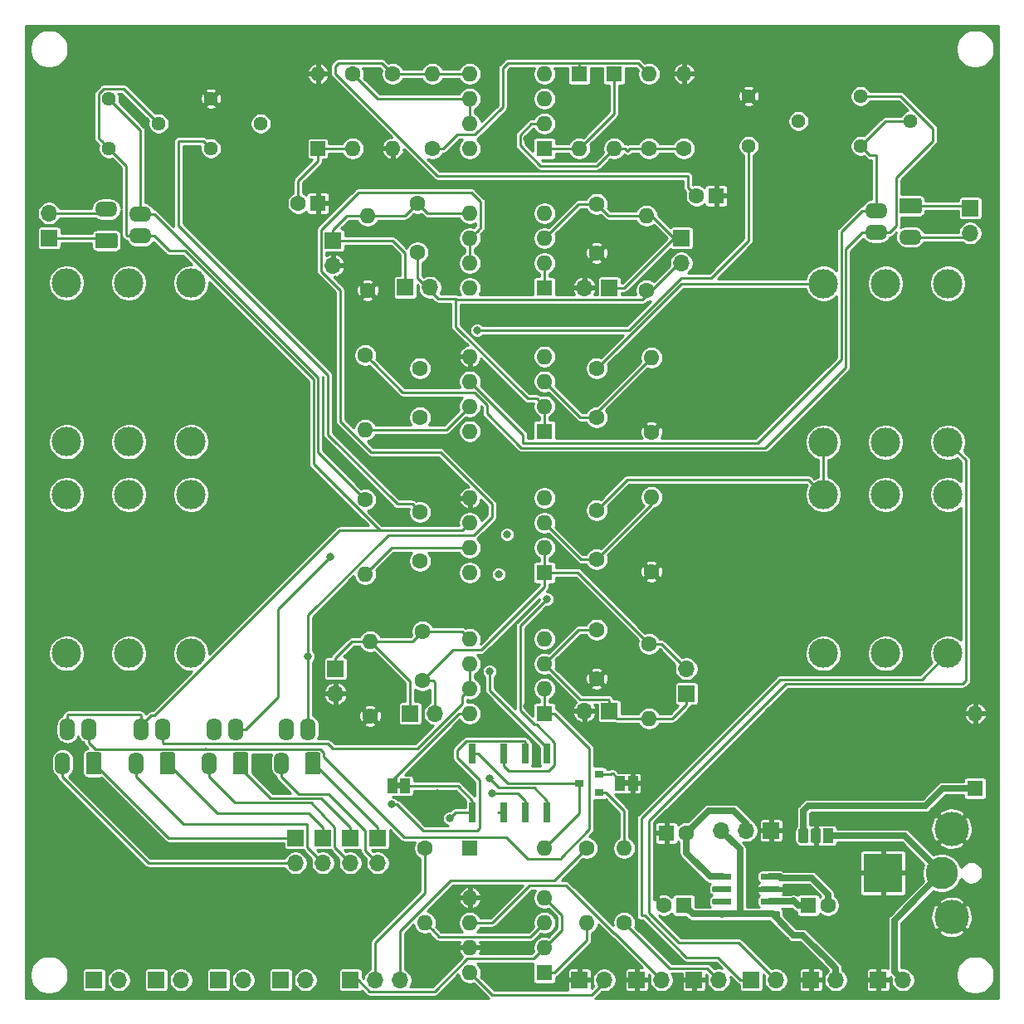
<source format=gbr>
G04 #@! TF.GenerationSoftware,KiCad,Pcbnew,(5.1.5)-3*
G04 #@! TF.CreationDate,2020-07-30T23:32:08-07:00*
G04 #@! TF.ProjectId,AnalogBoard_Rev0,416e616c-6f67-4426-9f61-72645f526576,rev?*
G04 #@! TF.SameCoordinates,Original*
G04 #@! TF.FileFunction,Copper,L1,Top*
G04 #@! TF.FilePolarity,Positive*
%FSLAX46Y46*%
G04 Gerber Fmt 4.6, Leading zero omitted, Abs format (unit mm)*
G04 Created by KiCad (PCBNEW (5.1.5)-3) date 2020-07-30 23:32:08*
%MOMM*%
%LPD*%
G04 APERTURE LIST*
%ADD10C,0.100000*%
%ADD11O,1.700000X1.700000*%
%ADD12R,1.700000X1.700000*%
%ADD13C,1.600000*%
%ADD14R,1.600000X1.600000*%
%ADD15C,3.000000*%
%ADD16R,4.000000X4.000000*%
%ADD17C,3.300000*%
%ADD18C,3.500000*%
%ADD19C,1.440000*%
%ADD20O,2.290000X1.570000*%
%ADD21O,1.570000X2.290000*%
%ADD22O,1.600000X1.600000*%
%ADD23R,0.700000X2.000000*%
%ADD24R,1.000000X1.500000*%
%ADD25R,0.900000X0.800000*%
%ADD26R,1.050000X1.500000*%
%ADD27R,1.500000X1.500000*%
%ADD28O,1.500000X1.500000*%
%ADD29C,0.800000*%
%ADD30C,0.250000*%
%ADD31C,0.635000*%
%ADD32C,0.254000*%
G04 APERTURE END LIST*
D10*
G36*
X112518000Y-127808000D02*
G01*
X112018000Y-127808000D01*
X112018000Y-127208000D01*
X112518000Y-127208000D01*
X112518000Y-127808000D01*
G37*
G36*
X89262000Y-128062000D02*
G01*
X88762000Y-128062000D01*
X88762000Y-127462000D01*
X89262000Y-127462000D01*
X89262000Y-128062000D01*
G37*
D11*
X121920000Y-132334000D03*
X124460000Y-132334000D03*
D12*
X127000000Y-132334000D03*
D11*
X89154000Y-147574000D03*
X86614000Y-147574000D03*
D12*
X84074000Y-147574000D03*
X137922000Y-147574000D03*
D11*
X140462000Y-147574000D03*
D13*
X116110000Y-139954000D03*
D14*
X118110000Y-139954000D03*
D15*
X132334000Y-92710000D03*
X132334000Y-76510000D03*
X138684000Y-92710000D03*
X145034000Y-92710000D03*
X138684000Y-76510000D03*
X145034000Y-76510000D03*
X67818000Y-76454000D03*
X67818000Y-92654000D03*
X61468000Y-76454000D03*
X55118000Y-76454000D03*
X61468000Y-92654000D03*
X55118000Y-92654000D03*
X67818000Y-98044000D03*
X67818000Y-114244000D03*
X61468000Y-98044000D03*
X55118000Y-98044000D03*
X61468000Y-114244000D03*
X55118000Y-114244000D03*
X132334000Y-114244000D03*
X132334000Y-98044000D03*
X138684000Y-114244000D03*
X145034000Y-114244000D03*
X138684000Y-98044000D03*
X145034000Y-98044000D03*
D12*
X119126000Y-147574000D03*
D11*
X121666000Y-147574000D03*
D12*
X107442000Y-147574000D03*
D11*
X109982000Y-147574000D03*
D12*
X124968000Y-147574000D03*
D11*
X127508000Y-147574000D03*
D16*
X138430000Y-136652000D03*
D17*
X144430000Y-136652000D03*
D18*
X145430000Y-141152000D03*
X145430000Y-132152000D03*
D12*
X76962000Y-147574000D03*
D11*
X79502000Y-147574000D03*
D12*
X70612000Y-147574000D03*
D11*
X73152000Y-147574000D03*
D19*
X124714000Y-57404000D03*
X129794000Y-59944000D03*
X124714000Y-62484000D03*
X69850000Y-57658000D03*
X74930000Y-60198000D03*
X69850000Y-62738000D03*
X136144000Y-57404000D03*
X141224000Y-59944000D03*
X136144000Y-62484000D03*
X59436000Y-57658000D03*
X64516000Y-60198000D03*
X59436000Y-62738000D03*
D20*
X137724000Y-69080000D03*
X137724000Y-71280000D03*
X141224000Y-71780000D03*
G04 #@! TA.AperFunction,ComponentPad*
D10*
G36*
X142143838Y-67796202D02*
G01*
X142168070Y-67799797D01*
X142191834Y-67805749D01*
X142214899Y-67814002D01*
X142237045Y-67824476D01*
X142258057Y-67837070D01*
X142277734Y-67851663D01*
X142295885Y-67868115D01*
X142312337Y-67886266D01*
X142326930Y-67905943D01*
X142339524Y-67926955D01*
X142349998Y-67949101D01*
X142358251Y-67972166D01*
X142364203Y-67995930D01*
X142367798Y-68020162D01*
X142369000Y-68044630D01*
X142369000Y-69115370D01*
X142367798Y-69139838D01*
X142364203Y-69164070D01*
X142358251Y-69187834D01*
X142349998Y-69210899D01*
X142339524Y-69233045D01*
X142326930Y-69254057D01*
X142312337Y-69273734D01*
X142295885Y-69291885D01*
X142277734Y-69308337D01*
X142258057Y-69322930D01*
X142237045Y-69335524D01*
X142214899Y-69345998D01*
X142191834Y-69354251D01*
X142168070Y-69360203D01*
X142143838Y-69363798D01*
X142119370Y-69365000D01*
X140328630Y-69365000D01*
X140304162Y-69363798D01*
X140279930Y-69360203D01*
X140256166Y-69354251D01*
X140233101Y-69345998D01*
X140210955Y-69335524D01*
X140189943Y-69322930D01*
X140170266Y-69308337D01*
X140152115Y-69291885D01*
X140135663Y-69273734D01*
X140121070Y-69254057D01*
X140108476Y-69233045D01*
X140098002Y-69210899D01*
X140089749Y-69187834D01*
X140083797Y-69164070D01*
X140080202Y-69139838D01*
X140079000Y-69115370D01*
X140079000Y-68044630D01*
X140080202Y-68020162D01*
X140083797Y-67995930D01*
X140089749Y-67972166D01*
X140098002Y-67949101D01*
X140108476Y-67926955D01*
X140121070Y-67905943D01*
X140135663Y-67886266D01*
X140152115Y-67868115D01*
X140170266Y-67851663D01*
X140189943Y-67837070D01*
X140210955Y-67824476D01*
X140233101Y-67814002D01*
X140256166Y-67805749D01*
X140279930Y-67799797D01*
X140304162Y-67796202D01*
X140328630Y-67795000D01*
X142119370Y-67795000D01*
X142143838Y-67796202D01*
G37*
G04 #@! TD.AperFunction*
D20*
X62682000Y-71636000D03*
X62682000Y-69436000D03*
X59182000Y-68936000D03*
G04 #@! TA.AperFunction,ComponentPad*
D10*
G36*
X60101838Y-71352202D02*
G01*
X60126070Y-71355797D01*
X60149834Y-71361749D01*
X60172899Y-71370002D01*
X60195045Y-71380476D01*
X60216057Y-71393070D01*
X60235734Y-71407663D01*
X60253885Y-71424115D01*
X60270337Y-71442266D01*
X60284930Y-71461943D01*
X60297524Y-71482955D01*
X60307998Y-71505101D01*
X60316251Y-71528166D01*
X60322203Y-71551930D01*
X60325798Y-71576162D01*
X60327000Y-71600630D01*
X60327000Y-72671370D01*
X60325798Y-72695838D01*
X60322203Y-72720070D01*
X60316251Y-72743834D01*
X60307998Y-72766899D01*
X60297524Y-72789045D01*
X60284930Y-72810057D01*
X60270337Y-72829734D01*
X60253885Y-72847885D01*
X60235734Y-72864337D01*
X60216057Y-72878930D01*
X60195045Y-72891524D01*
X60172899Y-72901998D01*
X60149834Y-72910251D01*
X60126070Y-72916203D01*
X60101838Y-72919798D01*
X60077370Y-72921000D01*
X58286630Y-72921000D01*
X58262162Y-72919798D01*
X58237930Y-72916203D01*
X58214166Y-72910251D01*
X58191101Y-72901998D01*
X58168955Y-72891524D01*
X58147943Y-72878930D01*
X58128266Y-72864337D01*
X58110115Y-72847885D01*
X58093663Y-72829734D01*
X58079070Y-72810057D01*
X58066476Y-72789045D01*
X58056002Y-72766899D01*
X58047749Y-72743834D01*
X58041797Y-72720070D01*
X58038202Y-72695838D01*
X58037000Y-72671370D01*
X58037000Y-71600630D01*
X58038202Y-71576162D01*
X58041797Y-71551930D01*
X58047749Y-71528166D01*
X58056002Y-71505101D01*
X58066476Y-71482955D01*
X58079070Y-71461943D01*
X58093663Y-71442266D01*
X58110115Y-71424115D01*
X58128266Y-71407663D01*
X58147943Y-71393070D01*
X58168955Y-71380476D01*
X58191101Y-71370002D01*
X58214166Y-71361749D01*
X58237930Y-71355797D01*
X58262162Y-71352202D01*
X58286630Y-71351000D01*
X60077370Y-71351000D01*
X60101838Y-71352202D01*
G37*
G04 #@! TD.AperFunction*
D21*
X79764000Y-121976000D03*
X77564000Y-121976000D03*
X77064000Y-125476000D03*
G04 #@! TA.AperFunction,ComponentPad*
D10*
G36*
X80823838Y-124332202D02*
G01*
X80848070Y-124335797D01*
X80871834Y-124341749D01*
X80894899Y-124350002D01*
X80917045Y-124360476D01*
X80938057Y-124373070D01*
X80957734Y-124387663D01*
X80975885Y-124404115D01*
X80992337Y-124422266D01*
X81006930Y-124441943D01*
X81019524Y-124462955D01*
X81029998Y-124485101D01*
X81038251Y-124508166D01*
X81044203Y-124531930D01*
X81047798Y-124556162D01*
X81049000Y-124580630D01*
X81049000Y-126371370D01*
X81047798Y-126395838D01*
X81044203Y-126420070D01*
X81038251Y-126443834D01*
X81029998Y-126466899D01*
X81019524Y-126489045D01*
X81006930Y-126510057D01*
X80992337Y-126529734D01*
X80975885Y-126547885D01*
X80957734Y-126564337D01*
X80938057Y-126578930D01*
X80917045Y-126591524D01*
X80894899Y-126601998D01*
X80871834Y-126610251D01*
X80848070Y-126616203D01*
X80823838Y-126619798D01*
X80799370Y-126621000D01*
X79728630Y-126621000D01*
X79704162Y-126619798D01*
X79679930Y-126616203D01*
X79656166Y-126610251D01*
X79633101Y-126601998D01*
X79610955Y-126591524D01*
X79589943Y-126578930D01*
X79570266Y-126564337D01*
X79552115Y-126547885D01*
X79535663Y-126529734D01*
X79521070Y-126510057D01*
X79508476Y-126489045D01*
X79498002Y-126466899D01*
X79489749Y-126443834D01*
X79483797Y-126420070D01*
X79480202Y-126395838D01*
X79479000Y-126371370D01*
X79479000Y-124580630D01*
X79480202Y-124556162D01*
X79483797Y-124531930D01*
X79489749Y-124508166D01*
X79498002Y-124485101D01*
X79508476Y-124462955D01*
X79521070Y-124441943D01*
X79535663Y-124422266D01*
X79552115Y-124404115D01*
X79570266Y-124387663D01*
X79589943Y-124373070D01*
X79610955Y-124360476D01*
X79633101Y-124350002D01*
X79656166Y-124341749D01*
X79679930Y-124335797D01*
X79704162Y-124332202D01*
X79728630Y-124331000D01*
X80799370Y-124331000D01*
X80823838Y-124332202D01*
G37*
G04 #@! TD.AperFunction*
D21*
X72398000Y-121976000D03*
X70198000Y-121976000D03*
X69698000Y-125476000D03*
G04 #@! TA.AperFunction,ComponentPad*
D10*
G36*
X73457838Y-124332202D02*
G01*
X73482070Y-124335797D01*
X73505834Y-124341749D01*
X73528899Y-124350002D01*
X73551045Y-124360476D01*
X73572057Y-124373070D01*
X73591734Y-124387663D01*
X73609885Y-124404115D01*
X73626337Y-124422266D01*
X73640930Y-124441943D01*
X73653524Y-124462955D01*
X73663998Y-124485101D01*
X73672251Y-124508166D01*
X73678203Y-124531930D01*
X73681798Y-124556162D01*
X73683000Y-124580630D01*
X73683000Y-126371370D01*
X73681798Y-126395838D01*
X73678203Y-126420070D01*
X73672251Y-126443834D01*
X73663998Y-126466899D01*
X73653524Y-126489045D01*
X73640930Y-126510057D01*
X73626337Y-126529734D01*
X73609885Y-126547885D01*
X73591734Y-126564337D01*
X73572057Y-126578930D01*
X73551045Y-126591524D01*
X73528899Y-126601998D01*
X73505834Y-126610251D01*
X73482070Y-126616203D01*
X73457838Y-126619798D01*
X73433370Y-126621000D01*
X72362630Y-126621000D01*
X72338162Y-126619798D01*
X72313930Y-126616203D01*
X72290166Y-126610251D01*
X72267101Y-126601998D01*
X72244955Y-126591524D01*
X72223943Y-126578930D01*
X72204266Y-126564337D01*
X72186115Y-126547885D01*
X72169663Y-126529734D01*
X72155070Y-126510057D01*
X72142476Y-126489045D01*
X72132002Y-126466899D01*
X72123749Y-126443834D01*
X72117797Y-126420070D01*
X72114202Y-126395838D01*
X72113000Y-126371370D01*
X72113000Y-124580630D01*
X72114202Y-124556162D01*
X72117797Y-124531930D01*
X72123749Y-124508166D01*
X72132002Y-124485101D01*
X72142476Y-124462955D01*
X72155070Y-124441943D01*
X72169663Y-124422266D01*
X72186115Y-124404115D01*
X72204266Y-124387663D01*
X72223943Y-124373070D01*
X72244955Y-124360476D01*
X72267101Y-124350002D01*
X72290166Y-124341749D01*
X72313930Y-124335797D01*
X72338162Y-124332202D01*
X72362630Y-124331000D01*
X73433370Y-124331000D01*
X73457838Y-124332202D01*
G37*
G04 #@! TD.AperFunction*
D21*
X64930000Y-121976000D03*
X62730000Y-121976000D03*
X62230000Y-125476000D03*
G04 #@! TA.AperFunction,ComponentPad*
D10*
G36*
X65989838Y-124332202D02*
G01*
X66014070Y-124335797D01*
X66037834Y-124341749D01*
X66060899Y-124350002D01*
X66083045Y-124360476D01*
X66104057Y-124373070D01*
X66123734Y-124387663D01*
X66141885Y-124404115D01*
X66158337Y-124422266D01*
X66172930Y-124441943D01*
X66185524Y-124462955D01*
X66195998Y-124485101D01*
X66204251Y-124508166D01*
X66210203Y-124531930D01*
X66213798Y-124556162D01*
X66215000Y-124580630D01*
X66215000Y-126371370D01*
X66213798Y-126395838D01*
X66210203Y-126420070D01*
X66204251Y-126443834D01*
X66195998Y-126466899D01*
X66185524Y-126489045D01*
X66172930Y-126510057D01*
X66158337Y-126529734D01*
X66141885Y-126547885D01*
X66123734Y-126564337D01*
X66104057Y-126578930D01*
X66083045Y-126591524D01*
X66060899Y-126601998D01*
X66037834Y-126610251D01*
X66014070Y-126616203D01*
X65989838Y-126619798D01*
X65965370Y-126621000D01*
X64894630Y-126621000D01*
X64870162Y-126619798D01*
X64845930Y-126616203D01*
X64822166Y-126610251D01*
X64799101Y-126601998D01*
X64776955Y-126591524D01*
X64755943Y-126578930D01*
X64736266Y-126564337D01*
X64718115Y-126547885D01*
X64701663Y-126529734D01*
X64687070Y-126510057D01*
X64674476Y-126489045D01*
X64664002Y-126466899D01*
X64655749Y-126443834D01*
X64649797Y-126420070D01*
X64646202Y-126395838D01*
X64645000Y-126371370D01*
X64645000Y-124580630D01*
X64646202Y-124556162D01*
X64649797Y-124531930D01*
X64655749Y-124508166D01*
X64664002Y-124485101D01*
X64674476Y-124462955D01*
X64687070Y-124441943D01*
X64701663Y-124422266D01*
X64718115Y-124404115D01*
X64736266Y-124387663D01*
X64755943Y-124373070D01*
X64776955Y-124360476D01*
X64799101Y-124350002D01*
X64822166Y-124341749D01*
X64845930Y-124335797D01*
X64870162Y-124332202D01*
X64894630Y-124331000D01*
X65965370Y-124331000D01*
X65989838Y-124332202D01*
G37*
G04 #@! TD.AperFunction*
D21*
X57412000Y-121976000D03*
X55212000Y-121976000D03*
X54712000Y-125476000D03*
G04 #@! TA.AperFunction,ComponentPad*
D10*
G36*
X58471838Y-124332202D02*
G01*
X58496070Y-124335797D01*
X58519834Y-124341749D01*
X58542899Y-124350002D01*
X58565045Y-124360476D01*
X58586057Y-124373070D01*
X58605734Y-124387663D01*
X58623885Y-124404115D01*
X58640337Y-124422266D01*
X58654930Y-124441943D01*
X58667524Y-124462955D01*
X58677998Y-124485101D01*
X58686251Y-124508166D01*
X58692203Y-124531930D01*
X58695798Y-124556162D01*
X58697000Y-124580630D01*
X58697000Y-126371370D01*
X58695798Y-126395838D01*
X58692203Y-126420070D01*
X58686251Y-126443834D01*
X58677998Y-126466899D01*
X58667524Y-126489045D01*
X58654930Y-126510057D01*
X58640337Y-126529734D01*
X58623885Y-126547885D01*
X58605734Y-126564337D01*
X58586057Y-126578930D01*
X58565045Y-126591524D01*
X58542899Y-126601998D01*
X58519834Y-126610251D01*
X58496070Y-126616203D01*
X58471838Y-126619798D01*
X58447370Y-126621000D01*
X57376630Y-126621000D01*
X57352162Y-126619798D01*
X57327930Y-126616203D01*
X57304166Y-126610251D01*
X57281101Y-126601998D01*
X57258955Y-126591524D01*
X57237943Y-126578930D01*
X57218266Y-126564337D01*
X57200115Y-126547885D01*
X57183663Y-126529734D01*
X57169070Y-126510057D01*
X57156476Y-126489045D01*
X57146002Y-126466899D01*
X57137749Y-126443834D01*
X57131797Y-126420070D01*
X57128202Y-126395838D01*
X57127000Y-126371370D01*
X57127000Y-124580630D01*
X57128202Y-124556162D01*
X57131797Y-124531930D01*
X57137749Y-124508166D01*
X57146002Y-124485101D01*
X57156476Y-124462955D01*
X57169070Y-124441943D01*
X57183663Y-124422266D01*
X57200115Y-124404115D01*
X57218266Y-124387663D01*
X57237943Y-124373070D01*
X57258955Y-124360476D01*
X57281101Y-124350002D01*
X57304166Y-124341749D01*
X57327930Y-124335797D01*
X57352162Y-124332202D01*
X57376630Y-124331000D01*
X58447370Y-124331000D01*
X58471838Y-124332202D01*
G37*
G04 #@! TD.AperFunction*
D12*
X110490000Y-76962000D03*
D11*
X107950000Y-76962000D03*
D12*
X110490000Y-120142000D03*
D11*
X107950000Y-120142000D03*
D12*
X82296000Y-72136000D03*
D11*
X82296000Y-74676000D03*
D12*
X82550000Y-115824000D03*
D11*
X82550000Y-118364000D03*
D12*
X89662000Y-76912000D03*
D11*
X92202000Y-76912000D03*
D12*
X117856000Y-71882000D03*
D11*
X117856000Y-74422000D03*
D12*
X90170000Y-120396000D03*
D11*
X92710000Y-120396000D03*
D12*
X118364000Y-118364000D03*
D11*
X118364000Y-115824000D03*
G04 #@! TA.AperFunction,SMDPad,CuDef*
D10*
G36*
X127774703Y-140543722D02*
G01*
X127789264Y-140545882D01*
X127803543Y-140549459D01*
X127817403Y-140554418D01*
X127830710Y-140560712D01*
X127843336Y-140568280D01*
X127855159Y-140577048D01*
X127866066Y-140586934D01*
X127875952Y-140597841D01*
X127884720Y-140609664D01*
X127892288Y-140622290D01*
X127898582Y-140635597D01*
X127903541Y-140649457D01*
X127907118Y-140663736D01*
X127909278Y-140678297D01*
X127910000Y-140693000D01*
X127910000Y-140993000D01*
X127909278Y-141007703D01*
X127907118Y-141022264D01*
X127903541Y-141036543D01*
X127898582Y-141050403D01*
X127892288Y-141063710D01*
X127884720Y-141076336D01*
X127875952Y-141088159D01*
X127866066Y-141099066D01*
X127855159Y-141108952D01*
X127843336Y-141117720D01*
X127830710Y-141125288D01*
X127817403Y-141131582D01*
X127803543Y-141136541D01*
X127789264Y-141140118D01*
X127774703Y-141142278D01*
X127760000Y-141143000D01*
X126110000Y-141143000D01*
X126095297Y-141142278D01*
X126080736Y-141140118D01*
X126066457Y-141136541D01*
X126052597Y-141131582D01*
X126039290Y-141125288D01*
X126026664Y-141117720D01*
X126014841Y-141108952D01*
X126003934Y-141099066D01*
X125994048Y-141088159D01*
X125985280Y-141076336D01*
X125977712Y-141063710D01*
X125971418Y-141050403D01*
X125966459Y-141036543D01*
X125962882Y-141022264D01*
X125960722Y-141007703D01*
X125960000Y-140993000D01*
X125960000Y-140693000D01*
X125960722Y-140678297D01*
X125962882Y-140663736D01*
X125966459Y-140649457D01*
X125971418Y-140635597D01*
X125977712Y-140622290D01*
X125985280Y-140609664D01*
X125994048Y-140597841D01*
X126003934Y-140586934D01*
X126014841Y-140577048D01*
X126026664Y-140568280D01*
X126039290Y-140560712D01*
X126052597Y-140554418D01*
X126066457Y-140549459D01*
X126080736Y-140545882D01*
X126095297Y-140543722D01*
X126110000Y-140543000D01*
X127760000Y-140543000D01*
X127774703Y-140543722D01*
G37*
G04 #@! TD.AperFunction*
G04 #@! TA.AperFunction,SMDPad,CuDef*
G36*
X127774703Y-139273722D02*
G01*
X127789264Y-139275882D01*
X127803543Y-139279459D01*
X127817403Y-139284418D01*
X127830710Y-139290712D01*
X127843336Y-139298280D01*
X127855159Y-139307048D01*
X127866066Y-139316934D01*
X127875952Y-139327841D01*
X127884720Y-139339664D01*
X127892288Y-139352290D01*
X127898582Y-139365597D01*
X127903541Y-139379457D01*
X127907118Y-139393736D01*
X127909278Y-139408297D01*
X127910000Y-139423000D01*
X127910000Y-139723000D01*
X127909278Y-139737703D01*
X127907118Y-139752264D01*
X127903541Y-139766543D01*
X127898582Y-139780403D01*
X127892288Y-139793710D01*
X127884720Y-139806336D01*
X127875952Y-139818159D01*
X127866066Y-139829066D01*
X127855159Y-139838952D01*
X127843336Y-139847720D01*
X127830710Y-139855288D01*
X127817403Y-139861582D01*
X127803543Y-139866541D01*
X127789264Y-139870118D01*
X127774703Y-139872278D01*
X127760000Y-139873000D01*
X126110000Y-139873000D01*
X126095297Y-139872278D01*
X126080736Y-139870118D01*
X126066457Y-139866541D01*
X126052597Y-139861582D01*
X126039290Y-139855288D01*
X126026664Y-139847720D01*
X126014841Y-139838952D01*
X126003934Y-139829066D01*
X125994048Y-139818159D01*
X125985280Y-139806336D01*
X125977712Y-139793710D01*
X125971418Y-139780403D01*
X125966459Y-139766543D01*
X125962882Y-139752264D01*
X125960722Y-139737703D01*
X125960000Y-139723000D01*
X125960000Y-139423000D01*
X125960722Y-139408297D01*
X125962882Y-139393736D01*
X125966459Y-139379457D01*
X125971418Y-139365597D01*
X125977712Y-139352290D01*
X125985280Y-139339664D01*
X125994048Y-139327841D01*
X126003934Y-139316934D01*
X126014841Y-139307048D01*
X126026664Y-139298280D01*
X126039290Y-139290712D01*
X126052597Y-139284418D01*
X126066457Y-139279459D01*
X126080736Y-139275882D01*
X126095297Y-139273722D01*
X126110000Y-139273000D01*
X127760000Y-139273000D01*
X127774703Y-139273722D01*
G37*
G04 #@! TD.AperFunction*
G04 #@! TA.AperFunction,SMDPad,CuDef*
G36*
X127774703Y-138003722D02*
G01*
X127789264Y-138005882D01*
X127803543Y-138009459D01*
X127817403Y-138014418D01*
X127830710Y-138020712D01*
X127843336Y-138028280D01*
X127855159Y-138037048D01*
X127866066Y-138046934D01*
X127875952Y-138057841D01*
X127884720Y-138069664D01*
X127892288Y-138082290D01*
X127898582Y-138095597D01*
X127903541Y-138109457D01*
X127907118Y-138123736D01*
X127909278Y-138138297D01*
X127910000Y-138153000D01*
X127910000Y-138453000D01*
X127909278Y-138467703D01*
X127907118Y-138482264D01*
X127903541Y-138496543D01*
X127898582Y-138510403D01*
X127892288Y-138523710D01*
X127884720Y-138536336D01*
X127875952Y-138548159D01*
X127866066Y-138559066D01*
X127855159Y-138568952D01*
X127843336Y-138577720D01*
X127830710Y-138585288D01*
X127817403Y-138591582D01*
X127803543Y-138596541D01*
X127789264Y-138600118D01*
X127774703Y-138602278D01*
X127760000Y-138603000D01*
X126110000Y-138603000D01*
X126095297Y-138602278D01*
X126080736Y-138600118D01*
X126066457Y-138596541D01*
X126052597Y-138591582D01*
X126039290Y-138585288D01*
X126026664Y-138577720D01*
X126014841Y-138568952D01*
X126003934Y-138559066D01*
X125994048Y-138548159D01*
X125985280Y-138536336D01*
X125977712Y-138523710D01*
X125971418Y-138510403D01*
X125966459Y-138496543D01*
X125962882Y-138482264D01*
X125960722Y-138467703D01*
X125960000Y-138453000D01*
X125960000Y-138153000D01*
X125960722Y-138138297D01*
X125962882Y-138123736D01*
X125966459Y-138109457D01*
X125971418Y-138095597D01*
X125977712Y-138082290D01*
X125985280Y-138069664D01*
X125994048Y-138057841D01*
X126003934Y-138046934D01*
X126014841Y-138037048D01*
X126026664Y-138028280D01*
X126039290Y-138020712D01*
X126052597Y-138014418D01*
X126066457Y-138009459D01*
X126080736Y-138005882D01*
X126095297Y-138003722D01*
X126110000Y-138003000D01*
X127760000Y-138003000D01*
X127774703Y-138003722D01*
G37*
G04 #@! TD.AperFunction*
G04 #@! TA.AperFunction,SMDPad,CuDef*
G36*
X127774703Y-136733722D02*
G01*
X127789264Y-136735882D01*
X127803543Y-136739459D01*
X127817403Y-136744418D01*
X127830710Y-136750712D01*
X127843336Y-136758280D01*
X127855159Y-136767048D01*
X127866066Y-136776934D01*
X127875952Y-136787841D01*
X127884720Y-136799664D01*
X127892288Y-136812290D01*
X127898582Y-136825597D01*
X127903541Y-136839457D01*
X127907118Y-136853736D01*
X127909278Y-136868297D01*
X127910000Y-136883000D01*
X127910000Y-137183000D01*
X127909278Y-137197703D01*
X127907118Y-137212264D01*
X127903541Y-137226543D01*
X127898582Y-137240403D01*
X127892288Y-137253710D01*
X127884720Y-137266336D01*
X127875952Y-137278159D01*
X127866066Y-137289066D01*
X127855159Y-137298952D01*
X127843336Y-137307720D01*
X127830710Y-137315288D01*
X127817403Y-137321582D01*
X127803543Y-137326541D01*
X127789264Y-137330118D01*
X127774703Y-137332278D01*
X127760000Y-137333000D01*
X126110000Y-137333000D01*
X126095297Y-137332278D01*
X126080736Y-137330118D01*
X126066457Y-137326541D01*
X126052597Y-137321582D01*
X126039290Y-137315288D01*
X126026664Y-137307720D01*
X126014841Y-137298952D01*
X126003934Y-137289066D01*
X125994048Y-137278159D01*
X125985280Y-137266336D01*
X125977712Y-137253710D01*
X125971418Y-137240403D01*
X125966459Y-137226543D01*
X125962882Y-137212264D01*
X125960722Y-137197703D01*
X125960000Y-137183000D01*
X125960000Y-136883000D01*
X125960722Y-136868297D01*
X125962882Y-136853736D01*
X125966459Y-136839457D01*
X125971418Y-136825597D01*
X125977712Y-136812290D01*
X125985280Y-136799664D01*
X125994048Y-136787841D01*
X126003934Y-136776934D01*
X126014841Y-136767048D01*
X126026664Y-136758280D01*
X126039290Y-136750712D01*
X126052597Y-136744418D01*
X126066457Y-136739459D01*
X126080736Y-136735882D01*
X126095297Y-136733722D01*
X126110000Y-136733000D01*
X127760000Y-136733000D01*
X127774703Y-136733722D01*
G37*
G04 #@! TD.AperFunction*
G04 #@! TA.AperFunction,SMDPad,CuDef*
G36*
X122824703Y-136733722D02*
G01*
X122839264Y-136735882D01*
X122853543Y-136739459D01*
X122867403Y-136744418D01*
X122880710Y-136750712D01*
X122893336Y-136758280D01*
X122905159Y-136767048D01*
X122916066Y-136776934D01*
X122925952Y-136787841D01*
X122934720Y-136799664D01*
X122942288Y-136812290D01*
X122948582Y-136825597D01*
X122953541Y-136839457D01*
X122957118Y-136853736D01*
X122959278Y-136868297D01*
X122960000Y-136883000D01*
X122960000Y-137183000D01*
X122959278Y-137197703D01*
X122957118Y-137212264D01*
X122953541Y-137226543D01*
X122948582Y-137240403D01*
X122942288Y-137253710D01*
X122934720Y-137266336D01*
X122925952Y-137278159D01*
X122916066Y-137289066D01*
X122905159Y-137298952D01*
X122893336Y-137307720D01*
X122880710Y-137315288D01*
X122867403Y-137321582D01*
X122853543Y-137326541D01*
X122839264Y-137330118D01*
X122824703Y-137332278D01*
X122810000Y-137333000D01*
X121160000Y-137333000D01*
X121145297Y-137332278D01*
X121130736Y-137330118D01*
X121116457Y-137326541D01*
X121102597Y-137321582D01*
X121089290Y-137315288D01*
X121076664Y-137307720D01*
X121064841Y-137298952D01*
X121053934Y-137289066D01*
X121044048Y-137278159D01*
X121035280Y-137266336D01*
X121027712Y-137253710D01*
X121021418Y-137240403D01*
X121016459Y-137226543D01*
X121012882Y-137212264D01*
X121010722Y-137197703D01*
X121010000Y-137183000D01*
X121010000Y-136883000D01*
X121010722Y-136868297D01*
X121012882Y-136853736D01*
X121016459Y-136839457D01*
X121021418Y-136825597D01*
X121027712Y-136812290D01*
X121035280Y-136799664D01*
X121044048Y-136787841D01*
X121053934Y-136776934D01*
X121064841Y-136767048D01*
X121076664Y-136758280D01*
X121089290Y-136750712D01*
X121102597Y-136744418D01*
X121116457Y-136739459D01*
X121130736Y-136735882D01*
X121145297Y-136733722D01*
X121160000Y-136733000D01*
X122810000Y-136733000D01*
X122824703Y-136733722D01*
G37*
G04 #@! TD.AperFunction*
G04 #@! TA.AperFunction,SMDPad,CuDef*
G36*
X122824703Y-138003722D02*
G01*
X122839264Y-138005882D01*
X122853543Y-138009459D01*
X122867403Y-138014418D01*
X122880710Y-138020712D01*
X122893336Y-138028280D01*
X122905159Y-138037048D01*
X122916066Y-138046934D01*
X122925952Y-138057841D01*
X122934720Y-138069664D01*
X122942288Y-138082290D01*
X122948582Y-138095597D01*
X122953541Y-138109457D01*
X122957118Y-138123736D01*
X122959278Y-138138297D01*
X122960000Y-138153000D01*
X122960000Y-138453000D01*
X122959278Y-138467703D01*
X122957118Y-138482264D01*
X122953541Y-138496543D01*
X122948582Y-138510403D01*
X122942288Y-138523710D01*
X122934720Y-138536336D01*
X122925952Y-138548159D01*
X122916066Y-138559066D01*
X122905159Y-138568952D01*
X122893336Y-138577720D01*
X122880710Y-138585288D01*
X122867403Y-138591582D01*
X122853543Y-138596541D01*
X122839264Y-138600118D01*
X122824703Y-138602278D01*
X122810000Y-138603000D01*
X121160000Y-138603000D01*
X121145297Y-138602278D01*
X121130736Y-138600118D01*
X121116457Y-138596541D01*
X121102597Y-138591582D01*
X121089290Y-138585288D01*
X121076664Y-138577720D01*
X121064841Y-138568952D01*
X121053934Y-138559066D01*
X121044048Y-138548159D01*
X121035280Y-138536336D01*
X121027712Y-138523710D01*
X121021418Y-138510403D01*
X121016459Y-138496543D01*
X121012882Y-138482264D01*
X121010722Y-138467703D01*
X121010000Y-138453000D01*
X121010000Y-138153000D01*
X121010722Y-138138297D01*
X121012882Y-138123736D01*
X121016459Y-138109457D01*
X121021418Y-138095597D01*
X121027712Y-138082290D01*
X121035280Y-138069664D01*
X121044048Y-138057841D01*
X121053934Y-138046934D01*
X121064841Y-138037048D01*
X121076664Y-138028280D01*
X121089290Y-138020712D01*
X121102597Y-138014418D01*
X121116457Y-138009459D01*
X121130736Y-138005882D01*
X121145297Y-138003722D01*
X121160000Y-138003000D01*
X122810000Y-138003000D01*
X122824703Y-138003722D01*
G37*
G04 #@! TD.AperFunction*
G04 #@! TA.AperFunction,SMDPad,CuDef*
G36*
X122824703Y-139273722D02*
G01*
X122839264Y-139275882D01*
X122853543Y-139279459D01*
X122867403Y-139284418D01*
X122880710Y-139290712D01*
X122893336Y-139298280D01*
X122905159Y-139307048D01*
X122916066Y-139316934D01*
X122925952Y-139327841D01*
X122934720Y-139339664D01*
X122942288Y-139352290D01*
X122948582Y-139365597D01*
X122953541Y-139379457D01*
X122957118Y-139393736D01*
X122959278Y-139408297D01*
X122960000Y-139423000D01*
X122960000Y-139723000D01*
X122959278Y-139737703D01*
X122957118Y-139752264D01*
X122953541Y-139766543D01*
X122948582Y-139780403D01*
X122942288Y-139793710D01*
X122934720Y-139806336D01*
X122925952Y-139818159D01*
X122916066Y-139829066D01*
X122905159Y-139838952D01*
X122893336Y-139847720D01*
X122880710Y-139855288D01*
X122867403Y-139861582D01*
X122853543Y-139866541D01*
X122839264Y-139870118D01*
X122824703Y-139872278D01*
X122810000Y-139873000D01*
X121160000Y-139873000D01*
X121145297Y-139872278D01*
X121130736Y-139870118D01*
X121116457Y-139866541D01*
X121102597Y-139861582D01*
X121089290Y-139855288D01*
X121076664Y-139847720D01*
X121064841Y-139838952D01*
X121053934Y-139829066D01*
X121044048Y-139818159D01*
X121035280Y-139806336D01*
X121027712Y-139793710D01*
X121021418Y-139780403D01*
X121016459Y-139766543D01*
X121012882Y-139752264D01*
X121010722Y-139737703D01*
X121010000Y-139723000D01*
X121010000Y-139423000D01*
X121010722Y-139408297D01*
X121012882Y-139393736D01*
X121016459Y-139379457D01*
X121021418Y-139365597D01*
X121027712Y-139352290D01*
X121035280Y-139339664D01*
X121044048Y-139327841D01*
X121053934Y-139316934D01*
X121064841Y-139307048D01*
X121076664Y-139298280D01*
X121089290Y-139290712D01*
X121102597Y-139284418D01*
X121116457Y-139279459D01*
X121130736Y-139275882D01*
X121145297Y-139273722D01*
X121160000Y-139273000D01*
X122810000Y-139273000D01*
X122824703Y-139273722D01*
G37*
G04 #@! TD.AperFunction*
G04 #@! TA.AperFunction,SMDPad,CuDef*
G36*
X122824703Y-140543722D02*
G01*
X122839264Y-140545882D01*
X122853543Y-140549459D01*
X122867403Y-140554418D01*
X122880710Y-140560712D01*
X122893336Y-140568280D01*
X122905159Y-140577048D01*
X122916066Y-140586934D01*
X122925952Y-140597841D01*
X122934720Y-140609664D01*
X122942288Y-140622290D01*
X122948582Y-140635597D01*
X122953541Y-140649457D01*
X122957118Y-140663736D01*
X122959278Y-140678297D01*
X122960000Y-140693000D01*
X122960000Y-140993000D01*
X122959278Y-141007703D01*
X122957118Y-141022264D01*
X122953541Y-141036543D01*
X122948582Y-141050403D01*
X122942288Y-141063710D01*
X122934720Y-141076336D01*
X122925952Y-141088159D01*
X122916066Y-141099066D01*
X122905159Y-141108952D01*
X122893336Y-141117720D01*
X122880710Y-141125288D01*
X122867403Y-141131582D01*
X122853543Y-141136541D01*
X122839264Y-141140118D01*
X122824703Y-141142278D01*
X122810000Y-141143000D01*
X121160000Y-141143000D01*
X121145297Y-141142278D01*
X121130736Y-141140118D01*
X121116457Y-141136541D01*
X121102597Y-141131582D01*
X121089290Y-141125288D01*
X121076664Y-141117720D01*
X121064841Y-141108952D01*
X121053934Y-141099066D01*
X121044048Y-141088159D01*
X121035280Y-141076336D01*
X121027712Y-141063710D01*
X121021418Y-141050403D01*
X121016459Y-141036543D01*
X121012882Y-141022264D01*
X121010722Y-141007703D01*
X121010000Y-140993000D01*
X121010000Y-140693000D01*
X121010722Y-140678297D01*
X121012882Y-140663736D01*
X121016459Y-140649457D01*
X121021418Y-140635597D01*
X121027712Y-140622290D01*
X121035280Y-140609664D01*
X121044048Y-140597841D01*
X121053934Y-140586934D01*
X121064841Y-140577048D01*
X121076664Y-140568280D01*
X121089290Y-140560712D01*
X121102597Y-140554418D01*
X121116457Y-140549459D01*
X121130736Y-140545882D01*
X121145297Y-140543722D01*
X121160000Y-140543000D01*
X122810000Y-140543000D01*
X122824703Y-140543722D01*
G37*
G04 #@! TD.AperFunction*
D13*
X91694000Y-134112000D03*
D22*
X91694000Y-141732000D03*
D13*
X108204000Y-134112000D03*
D22*
X108204000Y-141732000D03*
D13*
X112014000Y-141732000D03*
D22*
X112014000Y-134112000D03*
D23*
X96530000Y-124508000D03*
X96530000Y-130508000D03*
X99730000Y-124508000D03*
X99730000Y-130508000D03*
X101930000Y-124508000D03*
X101930000Y-130508000D03*
X104130000Y-124508000D03*
X104130000Y-130508000D03*
D24*
X112918000Y-127508000D03*
X111618000Y-127508000D03*
X89662000Y-127762000D03*
X88362000Y-127762000D03*
D12*
X131064000Y-147574000D03*
D11*
X133604000Y-147574000D03*
D12*
X147320000Y-68834000D03*
D11*
X147320000Y-71374000D03*
D12*
X53340000Y-71882000D03*
D11*
X53340000Y-69342000D03*
D12*
X64262000Y-147574000D03*
D11*
X66802000Y-147574000D03*
D12*
X57912000Y-147574000D03*
D11*
X60452000Y-147574000D03*
D12*
X86868000Y-133096000D03*
D11*
X86868000Y-135636000D03*
D12*
X84074000Y-133096000D03*
D11*
X84074000Y-135636000D03*
D12*
X81280000Y-133096000D03*
D11*
X81280000Y-135636000D03*
D12*
X78486000Y-133096000D03*
D11*
X78486000Y-135636000D03*
D12*
X113284000Y-147574000D03*
D11*
X115824000Y-147574000D03*
D14*
X103886000Y-146812000D03*
D22*
X96266000Y-139192000D03*
X103886000Y-144272000D03*
X96266000Y-141732000D03*
X103886000Y-141732000D03*
X96266000Y-144272000D03*
X103886000Y-139192000D03*
X96266000Y-146812000D03*
D14*
X103886000Y-62738000D03*
D22*
X96266000Y-55118000D03*
X103886000Y-60198000D03*
X96266000Y-57658000D03*
X103886000Y-57658000D03*
X96266000Y-60198000D03*
X103886000Y-55118000D03*
X96266000Y-62738000D03*
D14*
X103886000Y-76970000D03*
D22*
X96266000Y-69350000D03*
X103886000Y-74430000D03*
X96266000Y-71890000D03*
X103886000Y-71890000D03*
X96266000Y-74430000D03*
X103886000Y-69350000D03*
X96266000Y-76970000D03*
D14*
X103886000Y-120396000D03*
D22*
X96266000Y-112776000D03*
X103886000Y-117856000D03*
X96266000Y-115316000D03*
X103886000Y-115316000D03*
X96266000Y-117856000D03*
X103886000Y-112776000D03*
X96266000Y-120396000D03*
D14*
X103886000Y-91580400D03*
D22*
X96266000Y-83960400D03*
X103886000Y-89040400D03*
X96266000Y-86500400D03*
X103886000Y-86500400D03*
X96266000Y-89040400D03*
X103886000Y-83960400D03*
X96266000Y-91580400D03*
D14*
X103886000Y-106011600D03*
D22*
X96266000Y-98391600D03*
X103886000Y-103471600D03*
X96266000Y-100931600D03*
X103886000Y-100931600D03*
X96266000Y-103471600D03*
X103886000Y-98391600D03*
X96266000Y-106011600D03*
D13*
X85598000Y-83820000D03*
D22*
X85598000Y-91440000D03*
D13*
X85598000Y-98552000D03*
D22*
X85598000Y-106172000D03*
D13*
X84328000Y-55118000D03*
D22*
X84328000Y-62738000D03*
D13*
X88392000Y-55118000D03*
D22*
X88392000Y-62738000D03*
D13*
X92456000Y-62738000D03*
D22*
X92456000Y-55118000D03*
D13*
X114554000Y-62738000D03*
D22*
X114554000Y-55118000D03*
D13*
X85852000Y-77216000D03*
D22*
X85852000Y-69596000D03*
D13*
X86106000Y-120650000D03*
D22*
X86106000Y-113030000D03*
D13*
X118110000Y-62738000D03*
D22*
X118110000Y-55118000D03*
D13*
X114300000Y-77216000D03*
D22*
X114300000Y-69596000D03*
D13*
X114554000Y-113284000D03*
D22*
X114554000Y-120904000D03*
D13*
X114808000Y-91694000D03*
D22*
X114808000Y-84074000D03*
D13*
X114808000Y-105918000D03*
D22*
X114808000Y-98298000D03*
D25*
X109458000Y-128458000D03*
X109458000Y-126558000D03*
X107458000Y-127508000D03*
G04 #@! TA.AperFunction,ComponentPad*
D10*
G36*
X131860229Y-132093264D02*
G01*
X131885711Y-132097044D01*
X131910700Y-132103303D01*
X131934954Y-132111982D01*
X131958242Y-132122996D01*
X131980337Y-132136239D01*
X132001028Y-132151585D01*
X132020116Y-132168884D01*
X132037415Y-132187972D01*
X132052761Y-132208663D01*
X132066004Y-132230758D01*
X132077018Y-132254046D01*
X132085697Y-132278300D01*
X132091956Y-132303289D01*
X132095736Y-132328771D01*
X132097000Y-132354500D01*
X132097000Y-133329500D01*
X132095736Y-133355229D01*
X132091956Y-133380711D01*
X132085697Y-133405700D01*
X132077018Y-133429954D01*
X132066004Y-133453242D01*
X132052761Y-133475337D01*
X132037415Y-133496028D01*
X132020116Y-133515116D01*
X132001028Y-133532415D01*
X131980337Y-133547761D01*
X131958242Y-133561004D01*
X131934954Y-133572018D01*
X131910700Y-133580697D01*
X131885711Y-133586956D01*
X131860229Y-133590736D01*
X131834500Y-133592000D01*
X131309500Y-133592000D01*
X131283771Y-133590736D01*
X131258289Y-133586956D01*
X131233300Y-133580697D01*
X131209046Y-133572018D01*
X131185758Y-133561004D01*
X131163663Y-133547761D01*
X131142972Y-133532415D01*
X131123884Y-133515116D01*
X131106585Y-133496028D01*
X131091239Y-133475337D01*
X131077996Y-133453242D01*
X131066982Y-133429954D01*
X131058303Y-133405700D01*
X131052044Y-133380711D01*
X131048264Y-133355229D01*
X131047000Y-133329500D01*
X131047000Y-132354500D01*
X131048264Y-132328771D01*
X131052044Y-132303289D01*
X131058303Y-132278300D01*
X131066982Y-132254046D01*
X131077996Y-132230758D01*
X131091239Y-132208663D01*
X131106585Y-132187972D01*
X131123884Y-132168884D01*
X131142972Y-132151585D01*
X131163663Y-132136239D01*
X131185758Y-132122996D01*
X131209046Y-132111982D01*
X131233300Y-132103303D01*
X131258289Y-132097044D01*
X131283771Y-132093264D01*
X131309500Y-132092000D01*
X131834500Y-132092000D01*
X131860229Y-132093264D01*
G37*
G04 #@! TD.AperFunction*
G04 #@! TA.AperFunction,ComponentPad*
G36*
X130590229Y-132093264D02*
G01*
X130615711Y-132097044D01*
X130640700Y-132103303D01*
X130664954Y-132111982D01*
X130688242Y-132122996D01*
X130710337Y-132136239D01*
X130731028Y-132151585D01*
X130750116Y-132168884D01*
X130767415Y-132187972D01*
X130782761Y-132208663D01*
X130796004Y-132230758D01*
X130807018Y-132254046D01*
X130815697Y-132278300D01*
X130821956Y-132303289D01*
X130825736Y-132328771D01*
X130827000Y-132354500D01*
X130827000Y-133329500D01*
X130825736Y-133355229D01*
X130821956Y-133380711D01*
X130815697Y-133405700D01*
X130807018Y-133429954D01*
X130796004Y-133453242D01*
X130782761Y-133475337D01*
X130767415Y-133496028D01*
X130750116Y-133515116D01*
X130731028Y-133532415D01*
X130710337Y-133547761D01*
X130688242Y-133561004D01*
X130664954Y-133572018D01*
X130640700Y-133580697D01*
X130615711Y-133586956D01*
X130590229Y-133590736D01*
X130564500Y-133592000D01*
X130039500Y-133592000D01*
X130013771Y-133590736D01*
X129988289Y-133586956D01*
X129963300Y-133580697D01*
X129939046Y-133572018D01*
X129915758Y-133561004D01*
X129893663Y-133547761D01*
X129872972Y-133532415D01*
X129853884Y-133515116D01*
X129836585Y-133496028D01*
X129821239Y-133475337D01*
X129807996Y-133453242D01*
X129796982Y-133429954D01*
X129788303Y-133405700D01*
X129782044Y-133380711D01*
X129778264Y-133355229D01*
X129777000Y-133329500D01*
X129777000Y-132354500D01*
X129778264Y-132328771D01*
X129782044Y-132303289D01*
X129788303Y-132278300D01*
X129796982Y-132254046D01*
X129807996Y-132230758D01*
X129821239Y-132208663D01*
X129836585Y-132187972D01*
X129853884Y-132168884D01*
X129872972Y-132151585D01*
X129893663Y-132136239D01*
X129915758Y-132122996D01*
X129939046Y-132111982D01*
X129963300Y-132103303D01*
X129988289Y-132097044D01*
X130013771Y-132093264D01*
X130039500Y-132092000D01*
X130564500Y-132092000D01*
X130590229Y-132093264D01*
G37*
G04 #@! TD.AperFunction*
D26*
X132842000Y-132842000D03*
D14*
X96266000Y-134112000D03*
D22*
X103886000Y-134112000D03*
D27*
X80772000Y-62738000D03*
D28*
X80772000Y-55118000D03*
D14*
X107442000Y-55118000D03*
D22*
X107442000Y-62738000D03*
D14*
X110998000Y-55118000D03*
D22*
X110998000Y-62738000D03*
D14*
X147828000Y-128016000D03*
D22*
X147828000Y-120396000D03*
D13*
X91186000Y-90170000D03*
X91186000Y-85170000D03*
X91186000Y-99822000D03*
X91186000Y-104822000D03*
D14*
X80772000Y-68326000D03*
D13*
X78772000Y-68326000D03*
D14*
X121412000Y-67564000D03*
D13*
X119412000Y-67564000D03*
D14*
X116332000Y-132588000D03*
D13*
X118332000Y-132588000D03*
X109220000Y-73406000D03*
X109220000Y-68406000D03*
X109220000Y-116840000D03*
X109220000Y-111840000D03*
D14*
X130810000Y-139954000D03*
D13*
X132810000Y-139954000D03*
X90932000Y-68326000D03*
X90932000Y-73326000D03*
X91440000Y-112014000D03*
X91440000Y-117014000D03*
X109220000Y-90170000D03*
X109220000Y-85170000D03*
X109220000Y-104648000D03*
X109220000Y-99648000D03*
D29*
X99201000Y-106172000D03*
X102108000Y-61722000D03*
X102108000Y-105156000D03*
X99201000Y-114441000D03*
X102108000Y-119634000D03*
X102108000Y-90932000D03*
X102108000Y-76200000D03*
X100076000Y-70612000D03*
X100584000Y-56896000D03*
X124841000Y-138303000D03*
X112776000Y-129286000D03*
X60706000Y-52324000D03*
X69088000Y-52832000D03*
X75946000Y-52324000D03*
X61468000Y-85598000D03*
X54610000Y-83058000D03*
X73406000Y-107950000D03*
X57658000Y-107188000D03*
X61468000Y-103378000D03*
X61468000Y-139700000D03*
X75184000Y-144018000D03*
X74676000Y-126492000D03*
X83566000Y-108966000D03*
X92964000Y-128524000D03*
X118364000Y-109220000D03*
X119634000Y-102870000D03*
X128524000Y-103378000D03*
X137414000Y-103378000D03*
X121666000Y-113538000D03*
X133096000Y-108458000D03*
X141224000Y-107442000D03*
X143002000Y-89154000D03*
X146812000Y-83820000D03*
X139954000Y-80772000D03*
X137160000Y-88392000D03*
X107696000Y-95504000D03*
X72644000Y-85598000D03*
X74930000Y-94742000D03*
X74168000Y-100330000D03*
X80518000Y-141986000D03*
X63500000Y-143764000D03*
X54102000Y-140462000D03*
X54356000Y-133096000D03*
X99568000Y-75184000D03*
X101346000Y-85344000D03*
X101092000Y-141732000D03*
X100838000Y-147574000D03*
X100076000Y-144018000D03*
X110490000Y-137414000D03*
X110236000Y-145034000D03*
X124460000Y-126492000D03*
X116840000Y-136398000D03*
X122682000Y-127254000D03*
X119126000Y-129540000D03*
X121412000Y-127508000D03*
X128016000Y-123698000D03*
X128016000Y-128016000D03*
X131572000Y-126238000D03*
X139446000Y-126492000D03*
X134366000Y-121412000D03*
X140462000Y-122682000D03*
X135890000Y-124714000D03*
X136652000Y-143002000D03*
X119126000Y-142494000D03*
X124714000Y-142494000D03*
X128270000Y-144780000D03*
X133350000Y-142748000D03*
X133096000Y-135890000D03*
X127508000Y-135128000D03*
X148844000Y-132334000D03*
X105918000Y-110998000D03*
X108458000Y-102362000D03*
X97536000Y-94996000D03*
X90932000Y-95504000D03*
X84074000Y-95758000D03*
X85344000Y-87884000D03*
X88138000Y-82296000D03*
X104648000Y-80010000D03*
X99822000Y-64516000D03*
X90678000Y-56388000D03*
X108712000Y-51562000D03*
X94234000Y-122682000D03*
X104140000Y-108712000D03*
X100076000Y-102108000D03*
X98552000Y-128524000D03*
X88265000Y-129667000D03*
X79764000Y-114546000D03*
X82042000Y-104394000D03*
X97028010Y-81280000D03*
X94234000Y-131064000D03*
X98298000Y-127000000D03*
X98298000Y-116078000D03*
D30*
X95134630Y-120396000D02*
X96266000Y-120396000D01*
X88362000Y-127168630D02*
X95134630Y-120396000D01*
X88362000Y-127762000D02*
X88362000Y-127168630D01*
D31*
X121985000Y-140843000D02*
X121966414Y-140861586D01*
X118999000Y-140843000D02*
X118110000Y-139954000D01*
X121985000Y-140843000D02*
X118999000Y-140843000D01*
X123825000Y-140843000D02*
X121985000Y-140843000D01*
X126935000Y-140843000D02*
X123825000Y-140843000D01*
X127127000Y-140843000D02*
X126935000Y-140843000D01*
X129286000Y-143002000D02*
X127127000Y-140843000D01*
X133316041Y-146083959D02*
X130234082Y-143002000D01*
X130234082Y-143002000D02*
X129286000Y-143002000D01*
X133604000Y-146371919D02*
X133604000Y-147574000D01*
X132842000Y-145609919D02*
X133604000Y-146371919D01*
X130302000Y-130302000D02*
X130302000Y-132842000D01*
X144526000Y-128016000D02*
X142748000Y-129794000D01*
X130810000Y-129794000D02*
X130302000Y-130302000D01*
X142748000Y-129794000D02*
X130810000Y-129794000D01*
X147828000Y-128016000D02*
X144526000Y-128016000D01*
X123825000Y-134239000D02*
X121920000Y-132334000D01*
X123825000Y-140843000D02*
X123825000Y-134239000D01*
D30*
X112014000Y-141732000D02*
X116680999Y-146398999D01*
X120816001Y-146724001D02*
X121666000Y-147574000D01*
X120490999Y-146398999D02*
X120816001Y-146724001D01*
X116680999Y-146398999D02*
X120490999Y-146398999D01*
X130834001Y-96544001D02*
X132334000Y-98044000D01*
X112323999Y-96544001D02*
X130834001Y-96544001D01*
X109220000Y-99648000D02*
X112323999Y-96544001D01*
X132334000Y-98044000D02*
X132334000Y-92710000D01*
X107602400Y-104648000D02*
X109220000Y-104648000D01*
X103886000Y-100931600D02*
X107602400Y-104648000D01*
X114808000Y-99060000D02*
X114808000Y-98298000D01*
X109220000Y-104648000D02*
X114808000Y-99060000D01*
X117880000Y-76510000D02*
X109220000Y-85170000D01*
X132334000Y-76510000D02*
X117880000Y-76510000D01*
X109220000Y-89662000D02*
X109220000Y-90170000D01*
X114808000Y-84074000D02*
X109220000Y-89662000D01*
X107555600Y-90170000D02*
X103886000Y-86500400D01*
X109220000Y-90170000D02*
X107555600Y-90170000D01*
X124841000Y-138303000D02*
X124714000Y-138430000D01*
X126935000Y-138303000D02*
X126808000Y-138176000D01*
X124968000Y-138176000D02*
X124841000Y-138303000D01*
X126808000Y-138176000D02*
X124968000Y-138176000D01*
X112918000Y-128508000D02*
X112776000Y-128650000D01*
X112918000Y-127508000D02*
X112918000Y-128508000D01*
X112776000Y-128650000D02*
X112776000Y-129286000D01*
X112776000Y-129286000D02*
X112776000Y-129286000D01*
X92710000Y-117152630D02*
X92710000Y-119193919D01*
X92710000Y-119193919D02*
X92710000Y-120396000D01*
X92571370Y-117014000D02*
X92710000Y-117152630D01*
X91440000Y-117014000D02*
X92571370Y-117014000D01*
X115824000Y-113284000D02*
X114554000Y-113284000D01*
X118364000Y-115824000D02*
X115824000Y-113284000D01*
X107281600Y-106011600D02*
X103886000Y-106011600D01*
X114554000Y-113284000D02*
X107281600Y-106011600D01*
X94552999Y-113901001D02*
X97426999Y-113901001D01*
X91440000Y-117014000D02*
X94552999Y-113901001D01*
X103886000Y-107442000D02*
X103886000Y-106011600D01*
X97426999Y-113901001D02*
X103886000Y-107442000D01*
X99130000Y-130508000D02*
X99730000Y-130508000D01*
X103886000Y-106011600D02*
X103886000Y-103471600D01*
X84974630Y-113030000D02*
X86106000Y-113030000D01*
X84244000Y-113030000D02*
X84974630Y-113030000D01*
X82550000Y-114724000D02*
X84244000Y-113030000D01*
X82550000Y-115824000D02*
X82550000Y-114724000D01*
X90170000Y-117094000D02*
X86106000Y-113030000D01*
X90170000Y-120396000D02*
X90170000Y-117094000D01*
X90424000Y-113030000D02*
X91440000Y-112014000D01*
X86106000Y-113030000D02*
X90424000Y-113030000D01*
X95504000Y-112014000D02*
X96266000Y-112776000D01*
X91440000Y-112014000D02*
X95504000Y-112014000D01*
X90932000Y-75946000D02*
X92202000Y-77216000D01*
X90932000Y-73326000D02*
X90932000Y-75946000D01*
X93051999Y-78065999D02*
X94829999Y-78065999D01*
X92202000Y-77216000D02*
X93051999Y-78065999D01*
X103886000Y-90530400D02*
X103886000Y-89040400D01*
X103886000Y-91580400D02*
X103886000Y-90530400D01*
X113886999Y-78137001D02*
X94901001Y-78137001D01*
X94901001Y-78137001D02*
X94829999Y-78065999D01*
X114808000Y-77216000D02*
X113886999Y-78137001D01*
X117602000Y-74422000D02*
X118364000Y-74422000D01*
X114808000Y-77216000D02*
X117602000Y-74422000D01*
X94829999Y-78065999D02*
X94829999Y-80917003D01*
X103086001Y-88240401D02*
X103886000Y-89040400D01*
X94829999Y-80917003D02*
X102153397Y-88240401D01*
X102153397Y-88240401D02*
X103086001Y-88240401D01*
X99730000Y-125758000D02*
X100210000Y-126238000D01*
X99730000Y-124508000D02*
X99730000Y-125758000D01*
X104335002Y-126238000D02*
X104902000Y-125671002D01*
X100210000Y-126238000D02*
X104335002Y-126238000D01*
X101382999Y-120078001D02*
X101382999Y-111469001D01*
X102825999Y-121521001D02*
X101382999Y-120078001D01*
X103078003Y-121521001D02*
X102825999Y-121521001D01*
X104902000Y-125671002D02*
X104902000Y-123344998D01*
X104902000Y-123344998D02*
X103078003Y-121521001D01*
X101382999Y-111469001D02*
X104140000Y-108712000D01*
X104140000Y-108712000D02*
X104140000Y-108712000D01*
X84720630Y-69596000D02*
X85852000Y-69596000D01*
X82296000Y-71036000D02*
X83736000Y-69596000D01*
X83736000Y-69596000D02*
X84720630Y-69596000D01*
X82296000Y-72136000D02*
X82296000Y-71036000D01*
X89662000Y-69596000D02*
X90932000Y-68326000D01*
X85852000Y-69596000D02*
X89662000Y-69596000D01*
X91956000Y-69350000D02*
X96266000Y-69350000D01*
X90932000Y-68326000D02*
X91956000Y-69350000D01*
X83396000Y-72136000D02*
X82296000Y-72136000D01*
X88392000Y-72136000D02*
X83396000Y-72136000D01*
X89662000Y-73406000D02*
X88392000Y-72136000D01*
X89662000Y-77216000D02*
X89662000Y-73406000D01*
D31*
X127910000Y-137033000D02*
X128037000Y-137160000D01*
X126935000Y-137033000D02*
X127910000Y-137033000D01*
X132810000Y-138822630D02*
X132810000Y-139954000D01*
X131147370Y-137160000D02*
X132810000Y-138822630D01*
X128037000Y-137160000D02*
X131147370Y-137160000D01*
X129760000Y-139954000D02*
X129286000Y-139480000D01*
X130810000Y-139954000D02*
X129760000Y-139954000D01*
X129193000Y-139573000D02*
X126935000Y-139573000D01*
X129286000Y-139480000D02*
X129193000Y-139573000D01*
D30*
X107362000Y-111840000D02*
X109220000Y-111840000D01*
X103886000Y-115316000D02*
X107362000Y-111840000D01*
X110490000Y-119042000D02*
X110490000Y-120142000D01*
X110414999Y-118966999D02*
X110490000Y-119042000D01*
X107536999Y-118966999D02*
X110414999Y-118966999D01*
X103886000Y-115316000D02*
X107536999Y-118966999D01*
X111252000Y-120904000D02*
X110490000Y-120142000D01*
X114554000Y-120904000D02*
X111252000Y-120904000D01*
X118364000Y-119464000D02*
X118364000Y-118364000D01*
X116924000Y-120904000D02*
X118364000Y-119464000D01*
X114554000Y-120904000D02*
X116924000Y-120904000D01*
X107370000Y-68406000D02*
X103886000Y-71890000D01*
X109220000Y-68406000D02*
X107370000Y-68406000D01*
X110410000Y-69596000D02*
X109220000Y-68406000D01*
X114808000Y-69596000D02*
X110410000Y-69596000D01*
X110490000Y-76962000D02*
X112014000Y-76962000D01*
X117094000Y-71882000D02*
X114808000Y-69596000D01*
X112014000Y-76962000D02*
X117094000Y-71882000D01*
D31*
X118332000Y-134588000D02*
X118332000Y-132588000D01*
X121985000Y-137033000D02*
X120777000Y-137033000D01*
X120777000Y-137033000D02*
X118332000Y-134588000D01*
X124460000Y-131572000D02*
X124460000Y-132334000D01*
X123190000Y-130302000D02*
X124460000Y-131572000D01*
X118332000Y-132588000D02*
X120618000Y-130302000D01*
X120618000Y-130302000D02*
X123190000Y-130302000D01*
D30*
X95134630Y-55118000D02*
X88392000Y-55118000D01*
X96266000Y-55118000D02*
X95134630Y-55118000D01*
X118534630Y-66686630D02*
X119412000Y-67564000D01*
X92964000Y-65532000D02*
X118534630Y-65532000D01*
X87266999Y-53992999D02*
X82913001Y-53992999D01*
X118534630Y-65532000D02*
X118534630Y-66686630D01*
X88392000Y-55118000D02*
X87266999Y-53992999D01*
X82913001Y-53992999D02*
X82550000Y-54356000D01*
X82550000Y-55118000D02*
X92964000Y-65532000D01*
X82550000Y-54356000D02*
X82550000Y-55118000D01*
X81772000Y-62738000D02*
X84328000Y-62738000D01*
X80772000Y-62738000D02*
X81772000Y-62738000D01*
X80772000Y-64024000D02*
X80772000Y-62738000D01*
X78772000Y-68326000D02*
X78772000Y-66024000D01*
X78772000Y-66024000D02*
X80772000Y-64024000D01*
X101930000Y-129258000D02*
X101196000Y-128524000D01*
X101930000Y-130508000D02*
X101930000Y-129258000D01*
X101196000Y-128524000D02*
X98552000Y-128524000D01*
X98552000Y-128524000D02*
X98552000Y-128524000D01*
X88830685Y-129667000D02*
X91497685Y-132334000D01*
X88265000Y-129667000D02*
X88830685Y-129667000D01*
X97028000Y-132334000D02*
X97282000Y-132080000D01*
X91497685Y-132334000D02*
X97028000Y-132334000D01*
X97282000Y-127195002D02*
X94996000Y-124909002D01*
X97282000Y-132080000D02*
X97282000Y-127195002D01*
X95919999Y-123182999D02*
X101854999Y-123182999D01*
X94996000Y-124106998D02*
X95919999Y-123182999D01*
X101930000Y-123258000D02*
X101930000Y-124508000D01*
X101854999Y-123182999D02*
X101930000Y-123258000D01*
X94996000Y-124909002D02*
X94996000Y-124106998D01*
X101382999Y-62420001D02*
X103478998Y-64516000D01*
X101382999Y-61373999D02*
X101382999Y-62420001D01*
X103886000Y-60198000D02*
X102558998Y-60198000D01*
X102558998Y-60198000D02*
X101382999Y-61373999D01*
X109220000Y-64516000D02*
X110998000Y-62738000D01*
X103478998Y-64516000D02*
X109220000Y-64516000D01*
X112129370Y-62738000D02*
X112383370Y-62992000D01*
X110998000Y-62738000D02*
X112129370Y-62738000D01*
X112637370Y-62738000D02*
X118110000Y-62738000D01*
X112383370Y-62992000D02*
X112637370Y-62738000D01*
X110998000Y-59182000D02*
X107442000Y-62738000D01*
X110998000Y-55118000D02*
X110998000Y-59182000D01*
X106310630Y-62738000D02*
X103886000Y-62738000D01*
X107442000Y-62738000D02*
X106310630Y-62738000D01*
X107517001Y-53992999D02*
X107442000Y-54068000D01*
X113428999Y-53992999D02*
X107517001Y-53992999D01*
X114554000Y-55118000D02*
X113428999Y-53992999D01*
X99604999Y-58524003D02*
X99604999Y-54573001D01*
X96806001Y-61323001D02*
X99604999Y-58524003D01*
X95002369Y-61323001D02*
X96806001Y-61323001D01*
X92456000Y-62738000D02*
X93587370Y-62738000D01*
X93587370Y-62738000D02*
X95002369Y-61323001D01*
X107366999Y-53992999D02*
X107442000Y-54068000D01*
X100185001Y-53992999D02*
X107366999Y-53992999D01*
X107442000Y-54068000D02*
X107442000Y-55118000D01*
X99604999Y-54573001D02*
X100185001Y-53992999D01*
X106758000Y-127508000D02*
X107458000Y-127508000D01*
X100130000Y-127508000D02*
X106758000Y-127508000D01*
X97130000Y-124508000D02*
X100130000Y-127508000D01*
X96530000Y-124508000D02*
X96530000Y-124508000D01*
X107458000Y-130540000D02*
X103886000Y-134112000D01*
X107458000Y-127508000D02*
X107458000Y-130540000D01*
X96530000Y-124508000D02*
X97130000Y-124508000D01*
X121582000Y-145288000D02*
X123868000Y-147574000D01*
X142380011Y-116897989D02*
X127958011Y-116897989D01*
X127958011Y-116897989D02*
X113743001Y-131112999D01*
X123868000Y-147574000D02*
X124968000Y-147574000D01*
X113743001Y-131112999D02*
X113743001Y-141005001D01*
X145034000Y-114244000D02*
X142380011Y-116897989D01*
X113743001Y-141005001D02*
X114081001Y-141005001D01*
X114081001Y-141005001D02*
X118364000Y-145288000D01*
X118364000Y-145288000D02*
X121582000Y-145288000D01*
X117602000Y-143764000D02*
X123698000Y-143764000D01*
X114554000Y-131318000D02*
X114554000Y-140716000D01*
X146859001Y-94535001D02*
X146859001Y-117046999D01*
X123698000Y-143764000D02*
X127508000Y-147574000D01*
X146859001Y-117046999D02*
X146558000Y-117348000D01*
X145034000Y-92710000D02*
X146859001Y-94535001D01*
X128524000Y-117348000D02*
X114554000Y-131318000D01*
X114554000Y-140716000D02*
X117602000Y-143764000D01*
X146558000Y-117348000D02*
X128524000Y-117348000D01*
D31*
X142780001Y-138301999D02*
X144430000Y-136652000D01*
X139612001Y-141469999D02*
X142780001Y-138301999D01*
X139612001Y-146724001D02*
X139612001Y-141469999D01*
X140462000Y-147574000D02*
X139612001Y-146724001D01*
X140620000Y-132842000D02*
X144430000Y-136652000D01*
X132842000Y-132842000D02*
X140620000Y-132842000D01*
D30*
X96266000Y-59066630D02*
X96266000Y-57658000D01*
X96266000Y-60198000D02*
X96266000Y-59066630D01*
X86868000Y-57658000D02*
X84328000Y-55118000D01*
X96266000Y-57658000D02*
X86868000Y-57658000D01*
X64077000Y-69436000D02*
X80772000Y-86131000D01*
X62682000Y-69436000D02*
X64077000Y-69436000D01*
X80772000Y-93726000D02*
X85598000Y-98552000D01*
X80772000Y-86131000D02*
X80772000Y-93726000D01*
X62682000Y-60904000D02*
X62682000Y-69436000D01*
X59436000Y-57658000D02*
X62682000Y-60904000D01*
X134609010Y-72999990D02*
X134609010Y-85100990D01*
X137724000Y-71280000D02*
X136329000Y-71280000D01*
X136329000Y-71280000D02*
X134609010Y-72999990D01*
X101522601Y-93269011D02*
X98044000Y-89790410D01*
X134609010Y-85100990D02*
X126440989Y-93269011D01*
X126440989Y-93269011D02*
X101522601Y-93269011D01*
X86397999Y-84619999D02*
X85598000Y-83820000D01*
X96754591Y-87625401D02*
X89403401Y-87625401D01*
X89403401Y-87625401D02*
X86397999Y-84619999D01*
X98044000Y-88914810D02*
X96754591Y-87625401D01*
X98044000Y-89790410D02*
X98044000Y-88914810D01*
X139753990Y-70645010D02*
X139753990Y-65732010D01*
X137724000Y-71280000D02*
X139119000Y-71280000D01*
X139119000Y-71280000D02*
X139753990Y-70645010D01*
X139753990Y-65732010D02*
X143510000Y-61976000D01*
X137162233Y-57404000D02*
X136144000Y-57404000D01*
X140230602Y-57404000D02*
X137162233Y-57404000D01*
X143510000Y-60683398D02*
X140230602Y-57404000D01*
X143510000Y-61976000D02*
X143510000Y-60683398D01*
X62654990Y-120505990D02*
X62730000Y-120581000D01*
X55287010Y-120505990D02*
X62654990Y-120505990D01*
X62730000Y-120581000D02*
X62730000Y-121976000D01*
X55212000Y-120581000D02*
X55287010Y-120505990D01*
X55212000Y-121976000D02*
X55212000Y-120581000D01*
X58716001Y-62018001D02*
X59436000Y-62738000D01*
X58390999Y-61692999D02*
X58716001Y-62018001D01*
X58934399Y-56612999D02*
X58390999Y-57156399D01*
X58390999Y-57156399D02*
X58390999Y-61692999D01*
X60930999Y-56612999D02*
X58934399Y-56612999D01*
X64516000Y-60198000D02*
X60930999Y-56612999D01*
X65640590Y-73199590D02*
X67204180Y-73199590D01*
X62682000Y-71636000D02*
X64077000Y-71636000D01*
X64077000Y-71636000D02*
X65640590Y-73199590D01*
X95466001Y-101731599D02*
X96266000Y-100931600D01*
X87112597Y-101731599D02*
X95466001Y-101731599D01*
X80321990Y-94940992D02*
X87112597Y-101731599D01*
X80321990Y-86317400D02*
X80321990Y-94940992D01*
X67204180Y-73199590D02*
X80321990Y-86317400D01*
X63765000Y-120581000D02*
X62730000Y-121616000D01*
X62730000Y-121616000D02*
X62730000Y-121976000D01*
X64125000Y-120581000D02*
X63765000Y-120581000D01*
X82974401Y-101731599D02*
X64125000Y-120581000D01*
X87112597Y-101731599D02*
X82974401Y-101731599D01*
X61211990Y-64513990D02*
X59436000Y-62738000D01*
X61211990Y-71560990D02*
X61211990Y-64513990D01*
X62682000Y-71636000D02*
X61287000Y-71636000D01*
X61287000Y-71636000D02*
X61211990Y-71560990D01*
X138684000Y-59944000D02*
X141224000Y-59944000D01*
X136144000Y-62484000D02*
X138684000Y-59944000D01*
X137724000Y-63444000D02*
X137724000Y-69080000D01*
X101709001Y-91943401D02*
X96266000Y-86500400D01*
X101709001Y-92819001D02*
X101709001Y-91943401D01*
X137724000Y-69080000D02*
X136329000Y-69080000D01*
X134159001Y-71249999D02*
X134159001Y-84280999D01*
X136329000Y-69080000D02*
X134159001Y-71249999D01*
X134159001Y-84280999D02*
X125620999Y-92819001D01*
X125620999Y-92819001D02*
X101709001Y-92819001D01*
X137104000Y-63444000D02*
X136144000Y-62484000D01*
X137724000Y-63444000D02*
X137104000Y-63444000D01*
X96266000Y-116724630D02*
X96266000Y-115316000D01*
X96266000Y-117856000D02*
X96266000Y-116724630D01*
X64930000Y-123371000D02*
X64930000Y-121976000D01*
X65005010Y-123446010D02*
X64930000Y-123371000D01*
X81790010Y-123446010D02*
X65005010Y-123446010D01*
X95466001Y-118655999D02*
X95466001Y-119379001D01*
X96266000Y-117856000D02*
X95466001Y-118655999D01*
X95466001Y-119379001D02*
X90893002Y-123952000D01*
X90893002Y-123952000D02*
X82296000Y-123952000D01*
X82296000Y-123952000D02*
X81790010Y-123446010D01*
X57412000Y-121976000D02*
X57412000Y-123371000D01*
X69238219Y-124005990D02*
X69292209Y-123952000D01*
X57412000Y-123371000D02*
X58046990Y-124005990D01*
X69034010Y-124005990D02*
X69238219Y-124005990D01*
X58046990Y-124005990D02*
X69034010Y-124005990D01*
X103886000Y-117856000D02*
X103886000Y-120396000D01*
X104936000Y-120396000D02*
X103886000Y-120396000D01*
X81374010Y-124808010D02*
X89552999Y-132986999D01*
X99966999Y-132986999D02*
X102217001Y-135237001D01*
X108458000Y-123918000D02*
X104936000Y-120396000D01*
X81374010Y-124342604D02*
X81374010Y-124808010D01*
X108458000Y-132192998D02*
X108458000Y-123918000D01*
X69034010Y-124005990D02*
X81037396Y-124005990D01*
X81037396Y-124005990D02*
X81374010Y-124342604D01*
X89552999Y-132986999D02*
X99966999Y-132986999D01*
X102217001Y-135237001D02*
X105554999Y-135237001D01*
X105554999Y-135237001D02*
X105554999Y-135095999D01*
X105554999Y-135095999D02*
X108458000Y-132192998D01*
X96266000Y-73298630D02*
X96266000Y-71890000D01*
X96266000Y-74430000D02*
X96266000Y-73298630D01*
X96680993Y-102181609D02*
X98552000Y-100310602D01*
X87923389Y-102181609D02*
X96680993Y-102181609D01*
X79764000Y-121976000D02*
X79764000Y-114546000D01*
X79764000Y-110340998D02*
X87923389Y-102181609D01*
X98552000Y-99012598D02*
X93265402Y-93726000D01*
X98552000Y-100310602D02*
X98552000Y-99012598D01*
X86218998Y-93726000D02*
X83058000Y-90565002D01*
X93265402Y-93726000D02*
X86218998Y-93726000D01*
X81120999Y-71025999D02*
X84945999Y-67200999D01*
X84945999Y-67200999D02*
X96410999Y-67200999D01*
X81120999Y-75278999D02*
X81120999Y-71025999D01*
X83058000Y-90565002D02*
X83058000Y-77216000D01*
X83058000Y-77216000D02*
X81120999Y-75278999D01*
X97391001Y-70764999D02*
X97065999Y-71090001D01*
X97391001Y-68181001D02*
X97391001Y-70764999D01*
X97065999Y-71090001D02*
X96266000Y-71890000D01*
X96410999Y-67200999D02*
X97391001Y-68181001D01*
X79764000Y-114546000D02*
X79764000Y-110340998D01*
X103886000Y-74430000D02*
X103886000Y-76970000D01*
X76708000Y-118701000D02*
X76708000Y-109728000D01*
X72398000Y-121976000D02*
X73433000Y-121976000D01*
X73433000Y-121976000D02*
X76708000Y-118701000D01*
X76708000Y-109728000D02*
X82042000Y-104394000D01*
X82042000Y-104394000D02*
X82042000Y-104394000D01*
X86614000Y-143764000D02*
X86614000Y-147574000D01*
X91694000Y-134112000D02*
X91694000Y-138684000D01*
X91694000Y-138684000D02*
X86614000Y-143764000D01*
X90386001Y-99022001D02*
X88862001Y-99022001D01*
X91186000Y-99822000D02*
X90386001Y-99022001D01*
X88862001Y-99022001D02*
X81788000Y-91948000D01*
X81788000Y-91948000D02*
X81788000Y-85852000D01*
X66548000Y-70612000D02*
X66548000Y-61976000D01*
X81788000Y-85852000D02*
X66548000Y-70612000D01*
X96266000Y-146812000D02*
X98552000Y-149098000D01*
X108712000Y-149098000D02*
X110236000Y-147574000D01*
X98552000Y-149098000D02*
X108712000Y-149098000D01*
X69088000Y-61976000D02*
X69850000Y-62738000D01*
X66548000Y-61976000D02*
X69088000Y-61976000D01*
X97593695Y-81280000D02*
X97028010Y-81280000D01*
X117807590Y-75946000D02*
X112473590Y-81280000D01*
X124714000Y-72136000D02*
X120904000Y-75946000D01*
X124714000Y-62484000D02*
X124714000Y-72136000D01*
X120904000Y-75946000D02*
X117807590Y-75946000D01*
X112473590Y-81280000D02*
X97593695Y-81280000D01*
X106059002Y-137922000D02*
X110998000Y-142860998D01*
X111110998Y-142860998D02*
X115824000Y-147574000D01*
X110998000Y-142860998D02*
X111110998Y-142860998D01*
X98552000Y-141732000D02*
X102362000Y-137922000D01*
X96266000Y-141732000D02*
X98552000Y-141732000D01*
X102362000Y-137922000D02*
X106059002Y-137922000D01*
X96530000Y-129258000D02*
X96530000Y-130508000D01*
X95034000Y-127762000D02*
X96530000Y-129258000D01*
X89662000Y-127762000D02*
X95034000Y-127762000D01*
X96530000Y-130508000D02*
X94790000Y-130508000D01*
X94790000Y-130508000D02*
X94234000Y-131064000D01*
X94234000Y-131064000D02*
X94234000Y-131064000D01*
X54712000Y-126871000D02*
X54712000Y-125476000D01*
X63477000Y-135636000D02*
X54712000Y-126871000D01*
X78486000Y-135636000D02*
X63477000Y-135636000D01*
X65532000Y-133096000D02*
X78486000Y-133096000D01*
X57912000Y-125476000D02*
X65532000Y-133096000D01*
X79661001Y-134017001D02*
X79661001Y-131666999D01*
X81280000Y-135636000D02*
X79661001Y-134017001D01*
X67025999Y-131666999D02*
X62230000Y-126871000D01*
X62230000Y-126871000D02*
X62230000Y-125476000D01*
X79661001Y-131666999D02*
X67025999Y-131666999D01*
X81280000Y-131996000D02*
X79840000Y-130556000D01*
X81280000Y-133096000D02*
X81280000Y-131996000D01*
X70510000Y-130556000D02*
X65430000Y-125476000D01*
X79840000Y-130556000D02*
X70510000Y-130556000D01*
X82455001Y-134017001D02*
X82455001Y-131985999D01*
X72309011Y-129482011D02*
X69698000Y-126871000D01*
X84074000Y-135636000D02*
X82455001Y-134017001D01*
X69698000Y-126871000D02*
X69698000Y-125476000D01*
X82455001Y-131985999D02*
X80111850Y-129482011D01*
X80111850Y-129482011D02*
X72309011Y-129482011D01*
X72898000Y-125984000D02*
X72898000Y-125476000D01*
X81110000Y-129032000D02*
X75946000Y-129032000D01*
X75946000Y-129032000D02*
X72898000Y-125984000D01*
X84074000Y-133096000D02*
X84074000Y-131996000D01*
X84074000Y-131996000D02*
X81110000Y-129032000D01*
X81844992Y-128581990D02*
X85598000Y-132334998D01*
X78774990Y-128581990D02*
X81844992Y-128581990D01*
X77064000Y-125476000D02*
X77064000Y-126871000D01*
X77064000Y-126871000D02*
X78774990Y-128581990D01*
X85598000Y-134366000D02*
X86868000Y-135636000D01*
X85598000Y-132334998D02*
X85598000Y-134366000D01*
X80348000Y-125476000D02*
X80264000Y-125476000D01*
X86868000Y-131996000D02*
X83481000Y-128609000D01*
X86868000Y-133096000D02*
X86868000Y-131996000D01*
X83481000Y-128609000D02*
X80348000Y-125476000D01*
X58776000Y-69342000D02*
X59182000Y-68936000D01*
X53340000Y-69342000D02*
X58776000Y-69342000D01*
X58928000Y-71882000D02*
X59182000Y-72136000D01*
X53340000Y-71882000D02*
X58928000Y-71882000D01*
X146914000Y-71780000D02*
X147320000Y-71374000D01*
X141224000Y-71780000D02*
X146914000Y-71780000D01*
X147574000Y-68580000D02*
X147320000Y-68834000D01*
X141224000Y-68580000D02*
X147574000Y-68580000D01*
X108204000Y-134112000D02*
X104902000Y-137414000D01*
X89154000Y-142606998D02*
X89154000Y-146371919D01*
X94346998Y-137414000D02*
X89154000Y-142606998D01*
X89154000Y-146371919D02*
X89154000Y-147574000D01*
X94742000Y-137414000D02*
X94346998Y-137414000D01*
X104902000Y-137414000D02*
X94742000Y-137414000D01*
X111618000Y-127258000D02*
X111618000Y-127508000D01*
X110868000Y-126508000D02*
X111618000Y-127258000D01*
X110718000Y-126508000D02*
X110868000Y-126508000D01*
X110668000Y-126558000D02*
X110718000Y-126508000D01*
X109458000Y-126558000D02*
X110668000Y-126558000D01*
X88298400Y-103471600D02*
X85598000Y-106172000D01*
X96266000Y-103471600D02*
X88298400Y-103471600D01*
X104130000Y-130508000D02*
X104130000Y-129258000D01*
X102830010Y-127958010D02*
X99256010Y-127958010D01*
X104130000Y-129258000D02*
X102830010Y-127958010D01*
X99256010Y-127958010D02*
X98298000Y-127000000D01*
X98298000Y-127000000D02*
X98298000Y-127000000D01*
X93866400Y-91440000D02*
X85598000Y-91440000D01*
X96266000Y-89040400D02*
X93866400Y-91440000D01*
X104130000Y-123858000D02*
X98298000Y-118026000D01*
X104130000Y-124508000D02*
X104130000Y-123858000D01*
X98298000Y-118026000D02*
X98298000Y-116078000D01*
X98298000Y-116078000D02*
X98298000Y-116078000D01*
X112014000Y-132980630D02*
X112014000Y-134112000D01*
X112014000Y-130314000D02*
X112014000Y-132980630D01*
X110158000Y-128458000D02*
X112014000Y-130314000D01*
X109458000Y-128458000D02*
X110158000Y-128458000D01*
X108204000Y-143544000D02*
X108204000Y-142863370D01*
X108204000Y-142863370D02*
X108204000Y-141732000D01*
X104936000Y-146812000D02*
X108204000Y-143544000D01*
X103886000Y-146812000D02*
X104936000Y-146812000D01*
X93108999Y-143146999D02*
X92493999Y-142531999D01*
X102471001Y-143146999D02*
X93108999Y-143146999D01*
X92493999Y-142531999D02*
X91694000Y-141732000D01*
X103886000Y-141732000D02*
X102471001Y-143146999D01*
X103886000Y-144272000D02*
X105664000Y-142494000D01*
X105664000Y-140970000D02*
X103886000Y-139192000D01*
X105664000Y-142494000D02*
X105664000Y-140970000D01*
X103086001Y-145071999D02*
X103886000Y-144272000D01*
X102760999Y-145397001D02*
X103086001Y-145071999D01*
X96015997Y-145397001D02*
X102760999Y-145397001D01*
X92663997Y-148749001D02*
X96015997Y-145397001D01*
X86049999Y-148749001D02*
X92663997Y-148749001D01*
X84874998Y-147574000D02*
X86049999Y-148749001D01*
X84074000Y-147574000D02*
X84874998Y-147574000D01*
D32*
G36*
X150216001Y-149454000D02*
G01*
X109074422Y-149454000D01*
X109087376Y-149438215D01*
X109743847Y-148781745D01*
X109860757Y-148805000D01*
X110103243Y-148805000D01*
X110341069Y-148757693D01*
X110565097Y-148664898D01*
X110766717Y-148530180D01*
X110872897Y-148424000D01*
X112051157Y-148424000D01*
X112058513Y-148498689D01*
X112080299Y-148570508D01*
X112115678Y-148636696D01*
X112163289Y-148694711D01*
X112221304Y-148742322D01*
X112287492Y-148777701D01*
X112359311Y-148799487D01*
X112434000Y-148806843D01*
X113061750Y-148805000D01*
X113157000Y-148709750D01*
X113157000Y-147701000D01*
X113411000Y-147701000D01*
X113411000Y-148709750D01*
X113506250Y-148805000D01*
X114134000Y-148806843D01*
X114208689Y-148799487D01*
X114280508Y-148777701D01*
X114346696Y-148742322D01*
X114404711Y-148694711D01*
X114452322Y-148636696D01*
X114487701Y-148570508D01*
X114509487Y-148498689D01*
X114516843Y-148424000D01*
X114515000Y-147796250D01*
X114419750Y-147701000D01*
X113411000Y-147701000D01*
X113157000Y-147701000D01*
X112148250Y-147701000D01*
X112053000Y-147796250D01*
X112051157Y-148424000D01*
X110872897Y-148424000D01*
X110938180Y-148358717D01*
X111072898Y-148157097D01*
X111165693Y-147933069D01*
X111213000Y-147695243D01*
X111213000Y-147452757D01*
X111165693Y-147214931D01*
X111072898Y-146990903D01*
X110938180Y-146789283D01*
X110872897Y-146724000D01*
X112051157Y-146724000D01*
X112053000Y-147351750D01*
X112148250Y-147447000D01*
X113157000Y-147447000D01*
X113157000Y-146438250D01*
X113061750Y-146343000D01*
X112434000Y-146341157D01*
X112359311Y-146348513D01*
X112287492Y-146370299D01*
X112221304Y-146405678D01*
X112163289Y-146453289D01*
X112115678Y-146511304D01*
X112080299Y-146577492D01*
X112058513Y-146649311D01*
X112051157Y-146724000D01*
X110872897Y-146724000D01*
X110766717Y-146617820D01*
X110565097Y-146483102D01*
X110341069Y-146390307D01*
X110103243Y-146343000D01*
X109860757Y-146343000D01*
X109622931Y-146390307D01*
X109398903Y-146483102D01*
X109197283Y-146617820D01*
X109025820Y-146789283D01*
X108891102Y-146990903D01*
X108798307Y-147214931D01*
X108751000Y-147452757D01*
X108751000Y-147695243D01*
X108798307Y-147933069D01*
X108891102Y-148157097D01*
X108909611Y-148184798D01*
X108674830Y-148419579D01*
X108673000Y-147796250D01*
X108577750Y-147701000D01*
X107569000Y-147701000D01*
X107569000Y-147721000D01*
X107315000Y-147721000D01*
X107315000Y-147701000D01*
X106306250Y-147701000D01*
X106211000Y-147796250D01*
X106209157Y-148424000D01*
X106216513Y-148498689D01*
X106238299Y-148570508D01*
X106249787Y-148592000D01*
X98761592Y-148592000D01*
X97379490Y-147209898D01*
X97401614Y-147156485D01*
X97447000Y-146928318D01*
X97447000Y-146695682D01*
X97401614Y-146467515D01*
X97312588Y-146252587D01*
X97183342Y-146059157D01*
X97027186Y-145903001D01*
X102720921Y-145903001D01*
X102710513Y-145937311D01*
X102703157Y-146012000D01*
X102703157Y-147612000D01*
X102710513Y-147686689D01*
X102732299Y-147758508D01*
X102767678Y-147824696D01*
X102815289Y-147882711D01*
X102873304Y-147930322D01*
X102939492Y-147965701D01*
X103011311Y-147987487D01*
X103086000Y-147994843D01*
X104686000Y-147994843D01*
X104760689Y-147987487D01*
X104832508Y-147965701D01*
X104898696Y-147930322D01*
X104956711Y-147882711D01*
X105004322Y-147824696D01*
X105039701Y-147758508D01*
X105061487Y-147686689D01*
X105068843Y-147612000D01*
X105068843Y-147300471D01*
X105130575Y-147281745D01*
X105218479Y-147234759D01*
X105295527Y-147171527D01*
X105311376Y-147152215D01*
X105739591Y-146724000D01*
X106209157Y-146724000D01*
X106211000Y-147351750D01*
X106306250Y-147447000D01*
X107315000Y-147447000D01*
X107315000Y-146438250D01*
X107569000Y-146438250D01*
X107569000Y-147447000D01*
X108577750Y-147447000D01*
X108673000Y-147351750D01*
X108674843Y-146724000D01*
X108667487Y-146649311D01*
X108645701Y-146577492D01*
X108610322Y-146511304D01*
X108562711Y-146453289D01*
X108504696Y-146405678D01*
X108438508Y-146370299D01*
X108366689Y-146348513D01*
X108292000Y-146341157D01*
X107664250Y-146343000D01*
X107569000Y-146438250D01*
X107315000Y-146438250D01*
X107219750Y-146343000D01*
X106592000Y-146341157D01*
X106517311Y-146348513D01*
X106445492Y-146370299D01*
X106379304Y-146405678D01*
X106321289Y-146453289D01*
X106273678Y-146511304D01*
X106238299Y-146577492D01*
X106216513Y-146649311D01*
X106209157Y-146724000D01*
X105739591Y-146724000D01*
X108544220Y-143919372D01*
X108563527Y-143903527D01*
X108626759Y-143826479D01*
X108673745Y-143738575D01*
X108702678Y-143643193D01*
X108705283Y-143616743D01*
X108712448Y-143544000D01*
X108710000Y-143519146D01*
X108710000Y-142800712D01*
X108763413Y-142778588D01*
X108956843Y-142649342D01*
X109121342Y-142484843D01*
X109250588Y-142291413D01*
X109339614Y-142076485D01*
X109365875Y-141944465D01*
X110622628Y-143201218D01*
X110638473Y-143220525D01*
X110715521Y-143283757D01*
X110803425Y-143330743D01*
X110892029Y-143357620D01*
X113876322Y-146341914D01*
X113506250Y-146343000D01*
X113411000Y-146438250D01*
X113411000Y-147447000D01*
X114419750Y-147447000D01*
X114515000Y-147351750D01*
X114516086Y-146981678D01*
X114672242Y-147137834D01*
X114640307Y-147214931D01*
X114593000Y-147452757D01*
X114593000Y-147695243D01*
X114640307Y-147933069D01*
X114733102Y-148157097D01*
X114867820Y-148358717D01*
X115039283Y-148530180D01*
X115240903Y-148664898D01*
X115464931Y-148757693D01*
X115702757Y-148805000D01*
X115945243Y-148805000D01*
X116183069Y-148757693D01*
X116407097Y-148664898D01*
X116608717Y-148530180D01*
X116714897Y-148424000D01*
X117893157Y-148424000D01*
X117900513Y-148498689D01*
X117922299Y-148570508D01*
X117957678Y-148636696D01*
X118005289Y-148694711D01*
X118063304Y-148742322D01*
X118129492Y-148777701D01*
X118201311Y-148799487D01*
X118276000Y-148806843D01*
X118903750Y-148805000D01*
X118999000Y-148709750D01*
X118999000Y-147701000D01*
X119253000Y-147701000D01*
X119253000Y-148709750D01*
X119348250Y-148805000D01*
X119976000Y-148806843D01*
X120050689Y-148799487D01*
X120122508Y-148777701D01*
X120188696Y-148742322D01*
X120246711Y-148694711D01*
X120294322Y-148636696D01*
X120329701Y-148570508D01*
X120351487Y-148498689D01*
X120358843Y-148424000D01*
X120357000Y-147796250D01*
X120261750Y-147701000D01*
X119253000Y-147701000D01*
X118999000Y-147701000D01*
X117990250Y-147701000D01*
X117895000Y-147796250D01*
X117893157Y-148424000D01*
X116714897Y-148424000D01*
X116780180Y-148358717D01*
X116914898Y-148157097D01*
X117007693Y-147933069D01*
X117055000Y-147695243D01*
X117055000Y-147452757D01*
X117007693Y-147214931D01*
X116914898Y-146990903D01*
X116857499Y-146904999D01*
X117893688Y-146904999D01*
X117895000Y-147351750D01*
X117990250Y-147447000D01*
X118999000Y-147447000D01*
X118999000Y-147427000D01*
X119253000Y-147427000D01*
X119253000Y-147447000D01*
X120261750Y-147447000D01*
X120357000Y-147351750D01*
X120358086Y-146981677D01*
X120514242Y-147137833D01*
X120482307Y-147214931D01*
X120435000Y-147452757D01*
X120435000Y-147695243D01*
X120482307Y-147933069D01*
X120575102Y-148157097D01*
X120709820Y-148358717D01*
X120881283Y-148530180D01*
X121082903Y-148664898D01*
X121306931Y-148757693D01*
X121544757Y-148805000D01*
X121787243Y-148805000D01*
X122025069Y-148757693D01*
X122249097Y-148664898D01*
X122450717Y-148530180D01*
X122622180Y-148358717D01*
X122756898Y-148157097D01*
X122849693Y-147933069D01*
X122897000Y-147695243D01*
X122897000Y-147452757D01*
X122863686Y-147285278D01*
X123492628Y-147914220D01*
X123508473Y-147933527D01*
X123585521Y-147996759D01*
X123673423Y-148043744D01*
X123673425Y-148043745D01*
X123735157Y-148062471D01*
X123735157Y-148424000D01*
X123742513Y-148498689D01*
X123764299Y-148570508D01*
X123799678Y-148636696D01*
X123847289Y-148694711D01*
X123905304Y-148742322D01*
X123971492Y-148777701D01*
X124043311Y-148799487D01*
X124118000Y-148806843D01*
X125818000Y-148806843D01*
X125892689Y-148799487D01*
X125964508Y-148777701D01*
X126030696Y-148742322D01*
X126088711Y-148694711D01*
X126136322Y-148636696D01*
X126171701Y-148570508D01*
X126193487Y-148498689D01*
X126200843Y-148424000D01*
X126200843Y-146982435D01*
X126356242Y-147137833D01*
X126324307Y-147214931D01*
X126277000Y-147452757D01*
X126277000Y-147695243D01*
X126324307Y-147933069D01*
X126417102Y-148157097D01*
X126551820Y-148358717D01*
X126723283Y-148530180D01*
X126924903Y-148664898D01*
X127148931Y-148757693D01*
X127386757Y-148805000D01*
X127629243Y-148805000D01*
X127867069Y-148757693D01*
X128091097Y-148664898D01*
X128292717Y-148530180D01*
X128398897Y-148424000D01*
X129831157Y-148424000D01*
X129838513Y-148498689D01*
X129860299Y-148570508D01*
X129895678Y-148636696D01*
X129943289Y-148694711D01*
X130001304Y-148742322D01*
X130067492Y-148777701D01*
X130139311Y-148799487D01*
X130214000Y-148806843D01*
X130841750Y-148805000D01*
X130937000Y-148709750D01*
X130937000Y-147701000D01*
X131191000Y-147701000D01*
X131191000Y-148709750D01*
X131286250Y-148805000D01*
X131914000Y-148806843D01*
X131988689Y-148799487D01*
X132060508Y-148777701D01*
X132126696Y-148742322D01*
X132184711Y-148694711D01*
X132232322Y-148636696D01*
X132267701Y-148570508D01*
X132289487Y-148498689D01*
X132296843Y-148424000D01*
X132295000Y-147796250D01*
X132199750Y-147701000D01*
X131191000Y-147701000D01*
X130937000Y-147701000D01*
X129928250Y-147701000D01*
X129833000Y-147796250D01*
X129831157Y-148424000D01*
X128398897Y-148424000D01*
X128464180Y-148358717D01*
X128598898Y-148157097D01*
X128691693Y-147933069D01*
X128739000Y-147695243D01*
X128739000Y-147452757D01*
X128691693Y-147214931D01*
X128598898Y-146990903D01*
X128464180Y-146789283D01*
X128398897Y-146724000D01*
X129831157Y-146724000D01*
X129833000Y-147351750D01*
X129928250Y-147447000D01*
X130937000Y-147447000D01*
X130937000Y-146438250D01*
X131191000Y-146438250D01*
X131191000Y-147447000D01*
X132199750Y-147447000D01*
X132295000Y-147351750D01*
X132296843Y-146724000D01*
X132289487Y-146649311D01*
X132267701Y-146577492D01*
X132232322Y-146511304D01*
X132184711Y-146453289D01*
X132126696Y-146405678D01*
X132060508Y-146370299D01*
X131988689Y-146348513D01*
X131914000Y-146341157D01*
X131286250Y-146343000D01*
X131191000Y-146438250D01*
X130937000Y-146438250D01*
X130841750Y-146343000D01*
X130214000Y-146341157D01*
X130139311Y-146348513D01*
X130067492Y-146370299D01*
X130001304Y-146405678D01*
X129943289Y-146453289D01*
X129895678Y-146511304D01*
X129860299Y-146577492D01*
X129838513Y-146649311D01*
X129831157Y-146724000D01*
X128398897Y-146724000D01*
X128292717Y-146617820D01*
X128091097Y-146483102D01*
X127867069Y-146390307D01*
X127629243Y-146343000D01*
X127386757Y-146343000D01*
X127148931Y-146390307D01*
X127071833Y-146422242D01*
X124073376Y-143423785D01*
X124057527Y-143404473D01*
X123980479Y-143341241D01*
X123892575Y-143294255D01*
X123797193Y-143265322D01*
X123722854Y-143258000D01*
X123722846Y-143258000D01*
X123698000Y-143255553D01*
X123673154Y-143258000D01*
X117811592Y-143258000D01*
X115551187Y-140997595D01*
X115731358Y-141078687D01*
X115958048Y-141130945D01*
X116190578Y-141137975D01*
X116420012Y-141099505D01*
X116637532Y-141017014D01*
X116700782Y-140983207D01*
X116786736Y-140810344D01*
X116858895Y-140882503D01*
X116932558Y-140808840D01*
X116934513Y-140828689D01*
X116956299Y-140900508D01*
X116991678Y-140966696D01*
X117039289Y-141024711D01*
X117097304Y-141072322D01*
X117163492Y-141107701D01*
X117235311Y-141129487D01*
X117310000Y-141136843D01*
X118305015Y-141136843D01*
X118480829Y-141312657D01*
X118502697Y-141339303D01*
X118529343Y-141361171D01*
X118529346Y-141361174D01*
X118609056Y-141426591D01*
X118673917Y-141461260D01*
X118730403Y-141491452D01*
X118862070Y-141531393D01*
X118964691Y-141541500D01*
X118964702Y-141541500D01*
X118999000Y-141544878D01*
X119033298Y-141541500D01*
X121801537Y-141541500D01*
X121829485Y-141549978D01*
X121966414Y-141563464D01*
X122103343Y-141549978D01*
X122131291Y-141541500D01*
X123790691Y-141541500D01*
X123825000Y-141544879D01*
X123859308Y-141541500D01*
X126837673Y-141541500D01*
X128767834Y-143471663D01*
X128789697Y-143498303D01*
X128816337Y-143520166D01*
X128816345Y-143520174D01*
X128896056Y-143585591D01*
X129017401Y-143650451D01*
X129017403Y-143650452D01*
X129149070Y-143690393D01*
X129251691Y-143700500D01*
X129251701Y-143700500D01*
X129285999Y-143703878D01*
X129320297Y-143700500D01*
X129944755Y-143700500D01*
X132732417Y-146488164D01*
X132844934Y-146600681D01*
X132819283Y-146617820D01*
X132647820Y-146789283D01*
X132513102Y-146990903D01*
X132420307Y-147214931D01*
X132373000Y-147452757D01*
X132373000Y-147695243D01*
X132420307Y-147933069D01*
X132513102Y-148157097D01*
X132647820Y-148358717D01*
X132819283Y-148530180D01*
X133020903Y-148664898D01*
X133244931Y-148757693D01*
X133482757Y-148805000D01*
X133725243Y-148805000D01*
X133963069Y-148757693D01*
X134187097Y-148664898D01*
X134388717Y-148530180D01*
X134494897Y-148424000D01*
X136689157Y-148424000D01*
X136696513Y-148498689D01*
X136718299Y-148570508D01*
X136753678Y-148636696D01*
X136801289Y-148694711D01*
X136859304Y-148742322D01*
X136925492Y-148777701D01*
X136997311Y-148799487D01*
X137072000Y-148806843D01*
X137699750Y-148805000D01*
X137795000Y-148709750D01*
X137795000Y-147701000D01*
X138049000Y-147701000D01*
X138049000Y-148709750D01*
X138144250Y-148805000D01*
X138772000Y-148806843D01*
X138846689Y-148799487D01*
X138918508Y-148777701D01*
X138984696Y-148742322D01*
X139042711Y-148694711D01*
X139090322Y-148636696D01*
X139125701Y-148570508D01*
X139147487Y-148498689D01*
X139154843Y-148424000D01*
X139153000Y-147796250D01*
X139057750Y-147701000D01*
X138049000Y-147701000D01*
X137795000Y-147701000D01*
X136786250Y-147701000D01*
X136691000Y-147796250D01*
X136689157Y-148424000D01*
X134494897Y-148424000D01*
X134560180Y-148358717D01*
X134694898Y-148157097D01*
X134787693Y-147933069D01*
X134835000Y-147695243D01*
X134835000Y-147452757D01*
X134787693Y-147214931D01*
X134694898Y-146990903D01*
X134560180Y-146789283D01*
X134494897Y-146724000D01*
X136689157Y-146724000D01*
X136691000Y-147351750D01*
X136786250Y-147447000D01*
X137795000Y-147447000D01*
X137795000Y-146438250D01*
X137699750Y-146343000D01*
X137072000Y-146341157D01*
X136997311Y-146348513D01*
X136925492Y-146370299D01*
X136859304Y-146405678D01*
X136801289Y-146453289D01*
X136753678Y-146511304D01*
X136718299Y-146577492D01*
X136696513Y-146649311D01*
X136689157Y-146724000D01*
X134494897Y-146724000D01*
X134388717Y-146617820D01*
X134302500Y-146560212D01*
X134302500Y-146406217D01*
X134305878Y-146371919D01*
X134302500Y-146337621D01*
X134302500Y-146337610D01*
X134292393Y-146234989D01*
X134252452Y-146103322D01*
X134203849Y-146012392D01*
X134187591Y-145981975D01*
X134122174Y-145902265D01*
X134122167Y-145902258D01*
X134100302Y-145875616D01*
X134073661Y-145853753D01*
X133834226Y-145614317D01*
X133834215Y-145614304D01*
X130752257Y-142532348D01*
X130730385Y-142505697D01*
X130624025Y-142418409D01*
X130502679Y-142353548D01*
X130371012Y-142313607D01*
X130268391Y-142303500D01*
X130268380Y-142303500D01*
X130234082Y-142300122D01*
X130199784Y-142303500D01*
X129575329Y-142303500D01*
X128290331Y-141018504D01*
X128292843Y-140993000D01*
X128292843Y-140693000D01*
X128282605Y-140589047D01*
X128252283Y-140489090D01*
X128203043Y-140396968D01*
X128136777Y-140316223D01*
X128082282Y-140271500D01*
X129089672Y-140271500D01*
X129241833Y-140423662D01*
X129263697Y-140450303D01*
X129290337Y-140472166D01*
X129290345Y-140472174D01*
X129370056Y-140537591D01*
X129466324Y-140589047D01*
X129491403Y-140602452D01*
X129623070Y-140642393D01*
X129627157Y-140642796D01*
X129627157Y-140754000D01*
X129634513Y-140828689D01*
X129656299Y-140900508D01*
X129691678Y-140966696D01*
X129739289Y-141024711D01*
X129797304Y-141072322D01*
X129863492Y-141107701D01*
X129935311Y-141129487D01*
X130010000Y-141136843D01*
X131610000Y-141136843D01*
X131684689Y-141129487D01*
X131756508Y-141107701D01*
X131822696Y-141072322D01*
X131880711Y-141024711D01*
X131928322Y-140966696D01*
X131963701Y-140900508D01*
X131985487Y-140828689D01*
X131988089Y-140802274D01*
X132057157Y-140871342D01*
X132250587Y-141000588D01*
X132465515Y-141089614D01*
X132693682Y-141135000D01*
X132926318Y-141135000D01*
X133154485Y-141089614D01*
X133369413Y-141000588D01*
X133562843Y-140871342D01*
X133727342Y-140706843D01*
X133856588Y-140513413D01*
X133945614Y-140298485D01*
X133991000Y-140070318D01*
X133991000Y-139837682D01*
X133945614Y-139609515D01*
X133856588Y-139394587D01*
X133727342Y-139201157D01*
X133562843Y-139036658D01*
X133508500Y-139000347D01*
X133508500Y-138856928D01*
X133511878Y-138822630D01*
X133508500Y-138788332D01*
X133508500Y-138788321D01*
X133498393Y-138685700D01*
X133488171Y-138652000D01*
X136047157Y-138652000D01*
X136054513Y-138726689D01*
X136076299Y-138798508D01*
X136111678Y-138864696D01*
X136159289Y-138922711D01*
X136217304Y-138970322D01*
X136283492Y-139005701D01*
X136355311Y-139027487D01*
X136430000Y-139034843D01*
X138207750Y-139033000D01*
X138303000Y-138937750D01*
X138303000Y-136779000D01*
X138557000Y-136779000D01*
X138557000Y-138937750D01*
X138652250Y-139033000D01*
X140430000Y-139034843D01*
X140504689Y-139027487D01*
X140576508Y-139005701D01*
X140642696Y-138970322D01*
X140700711Y-138922711D01*
X140748322Y-138864696D01*
X140783701Y-138798508D01*
X140805487Y-138726689D01*
X140812843Y-138652000D01*
X140811000Y-136874250D01*
X140715750Y-136779000D01*
X138557000Y-136779000D01*
X138303000Y-136779000D01*
X136144250Y-136779000D01*
X136049000Y-136874250D01*
X136047157Y-138652000D01*
X133488171Y-138652000D01*
X133458452Y-138554033D01*
X133404449Y-138453000D01*
X133393591Y-138432686D01*
X133328174Y-138352976D01*
X133328167Y-138352969D01*
X133306302Y-138326327D01*
X133279662Y-138304464D01*
X131665543Y-136690346D01*
X131643673Y-136663697D01*
X131537313Y-136576409D01*
X131415967Y-136511548D01*
X131284300Y-136471607D01*
X131181679Y-136461500D01*
X131181668Y-136461500D01*
X131147370Y-136458122D01*
X131113072Y-136461500D01*
X128314676Y-136461500D01*
X128299943Y-136449409D01*
X128178597Y-136384548D01*
X128046930Y-136344607D01*
X127944309Y-136334500D01*
X127944298Y-136334500D01*
X127910000Y-136331122D01*
X127875702Y-136334500D01*
X126900691Y-136334500D01*
X126798070Y-136344607D01*
X126779774Y-136350157D01*
X126110000Y-136350157D01*
X126006047Y-136360395D01*
X125906090Y-136390717D01*
X125813968Y-136439957D01*
X125733223Y-136506223D01*
X125666957Y-136586968D01*
X125617717Y-136679090D01*
X125587395Y-136779047D01*
X125577157Y-136883000D01*
X125577157Y-137183000D01*
X125587395Y-137286953D01*
X125617717Y-137386910D01*
X125666957Y-137479032D01*
X125733223Y-137559777D01*
X125813968Y-137626043D01*
X125841552Y-137640787D01*
X125813492Y-137649299D01*
X125747304Y-137684678D01*
X125689289Y-137732289D01*
X125641678Y-137790304D01*
X125606299Y-137856492D01*
X125584513Y-137928311D01*
X125577157Y-138003000D01*
X125579000Y-138080750D01*
X125674250Y-138176000D01*
X126808000Y-138176000D01*
X126808000Y-138156000D01*
X127062000Y-138156000D01*
X127062000Y-138176000D01*
X128195750Y-138176000D01*
X128291000Y-138080750D01*
X128292843Y-138003000D01*
X128285487Y-137928311D01*
X128264310Y-137858500D01*
X130858043Y-137858500D01*
X132046679Y-139047136D01*
X131988089Y-139105726D01*
X131985487Y-139079311D01*
X131963701Y-139007492D01*
X131928322Y-138941304D01*
X131880711Y-138883289D01*
X131822696Y-138835678D01*
X131756508Y-138800299D01*
X131684689Y-138778513D01*
X131610000Y-138771157D01*
X130010000Y-138771157D01*
X129935311Y-138778513D01*
X129863492Y-138800299D01*
X129797304Y-138835678D01*
X129739289Y-138883289D01*
X129707361Y-138922194D01*
X129675943Y-138896409D01*
X129554598Y-138831549D01*
X129422929Y-138791608D01*
X129286000Y-138778122D01*
X129149071Y-138791608D01*
X129017402Y-138831549D01*
X128937046Y-138874500D01*
X128179750Y-138874500D01*
X128180711Y-138873711D01*
X128228322Y-138815696D01*
X128263701Y-138749508D01*
X128285487Y-138677689D01*
X128292843Y-138603000D01*
X128291000Y-138525250D01*
X128195750Y-138430000D01*
X127062000Y-138430000D01*
X127062000Y-138450000D01*
X126808000Y-138450000D01*
X126808000Y-138430000D01*
X125674250Y-138430000D01*
X125579000Y-138525250D01*
X125577157Y-138603000D01*
X125584513Y-138677689D01*
X125606299Y-138749508D01*
X125641678Y-138815696D01*
X125689289Y-138873711D01*
X125747304Y-138921322D01*
X125813492Y-138956701D01*
X125841552Y-138965213D01*
X125813968Y-138979957D01*
X125733223Y-139046223D01*
X125666957Y-139126968D01*
X125617717Y-139219090D01*
X125587395Y-139319047D01*
X125577157Y-139423000D01*
X125577157Y-139723000D01*
X125587395Y-139826953D01*
X125617717Y-139926910D01*
X125666957Y-140019032D01*
X125733223Y-140099777D01*
X125787718Y-140144500D01*
X124523500Y-140144500D01*
X124523500Y-134652000D01*
X136047157Y-134652000D01*
X136049000Y-136429750D01*
X136144250Y-136525000D01*
X138303000Y-136525000D01*
X138303000Y-134366250D01*
X138557000Y-134366250D01*
X138557000Y-136525000D01*
X140715750Y-136525000D01*
X140811000Y-136429750D01*
X140812843Y-134652000D01*
X140805487Y-134577311D01*
X140783701Y-134505492D01*
X140748322Y-134439304D01*
X140700711Y-134381289D01*
X140642696Y-134333678D01*
X140576508Y-134298299D01*
X140504689Y-134276513D01*
X140430000Y-134269157D01*
X138652250Y-134271000D01*
X138557000Y-134366250D01*
X138303000Y-134366250D01*
X138207750Y-134271000D01*
X136430000Y-134269157D01*
X136355311Y-134276513D01*
X136283492Y-134298299D01*
X136217304Y-134333678D01*
X136159289Y-134381289D01*
X136111678Y-134439304D01*
X136076299Y-134505492D01*
X136054513Y-134577311D01*
X136047157Y-134652000D01*
X124523500Y-134652000D01*
X124523500Y-134273298D01*
X124526878Y-134239000D01*
X124523500Y-134204702D01*
X124523500Y-134204691D01*
X124513393Y-134102070D01*
X124473452Y-133970403D01*
X124417692Y-133866083D01*
X124408591Y-133849056D01*
X124343174Y-133769346D01*
X124343171Y-133769343D01*
X124321303Y-133742697D01*
X124294657Y-133720829D01*
X124084867Y-133511039D01*
X124100931Y-133517693D01*
X124338757Y-133565000D01*
X124581243Y-133565000D01*
X124819069Y-133517693D01*
X125043097Y-133424898D01*
X125244717Y-133290180D01*
X125350897Y-133184000D01*
X125767157Y-133184000D01*
X125774513Y-133258689D01*
X125796299Y-133330508D01*
X125831678Y-133396696D01*
X125879289Y-133454711D01*
X125937304Y-133502322D01*
X126003492Y-133537701D01*
X126075311Y-133559487D01*
X126150000Y-133566843D01*
X126777750Y-133565000D01*
X126873000Y-133469750D01*
X126873000Y-132461000D01*
X127127000Y-132461000D01*
X127127000Y-133469750D01*
X127222250Y-133565000D01*
X127850000Y-133566843D01*
X127924689Y-133559487D01*
X127996508Y-133537701D01*
X128062696Y-133502322D01*
X128120711Y-133454711D01*
X128168322Y-133396696D01*
X128203701Y-133330508D01*
X128225487Y-133258689D01*
X128232843Y-133184000D01*
X128231000Y-132556250D01*
X128135750Y-132461000D01*
X127127000Y-132461000D01*
X126873000Y-132461000D01*
X125864250Y-132461000D01*
X125769000Y-132556250D01*
X125767157Y-133184000D01*
X125350897Y-133184000D01*
X125416180Y-133118717D01*
X125550898Y-132917097D01*
X125643693Y-132693069D01*
X125691000Y-132455243D01*
X125691000Y-132354500D01*
X129394157Y-132354500D01*
X129394157Y-133329500D01*
X129406557Y-133455400D01*
X129443281Y-133576462D01*
X129502917Y-133688033D01*
X129583174Y-133785826D01*
X129680967Y-133866083D01*
X129792538Y-133925719D01*
X129913600Y-133962443D01*
X130039500Y-133974843D01*
X130564500Y-133974843D01*
X130690400Y-133962443D01*
X130811462Y-133925719D01*
X130837286Y-133911916D01*
X130900492Y-133945701D01*
X130972311Y-133967487D01*
X131047000Y-133974843D01*
X131349750Y-133973000D01*
X131445000Y-133877750D01*
X131445000Y-132969000D01*
X131425000Y-132969000D01*
X131425000Y-132715000D01*
X131445000Y-132715000D01*
X131445000Y-131806250D01*
X131699000Y-131806250D01*
X131699000Y-132715000D01*
X131719000Y-132715000D01*
X131719000Y-132969000D01*
X131699000Y-132969000D01*
X131699000Y-133877750D01*
X131794250Y-133973000D01*
X132097000Y-133974843D01*
X132171689Y-133967487D01*
X132207000Y-133956776D01*
X132242311Y-133967487D01*
X132317000Y-133974843D01*
X133367000Y-133974843D01*
X133441689Y-133967487D01*
X133513508Y-133945701D01*
X133579696Y-133910322D01*
X133637711Y-133862711D01*
X133685322Y-133804696D01*
X133720701Y-133738508D01*
X133742487Y-133666689D01*
X133749843Y-133592000D01*
X133749843Y-133540500D01*
X140330673Y-133540500D01*
X142586212Y-135796039D01*
X142477050Y-136059579D01*
X142399000Y-136451964D01*
X142399000Y-136852036D01*
X142477050Y-137244421D01*
X142586212Y-137507961D01*
X142310352Y-137783821D01*
X142310347Y-137783825D01*
X139142345Y-140951828D01*
X139115699Y-140973696D01*
X139093831Y-141000342D01*
X139093827Y-141000346D01*
X139028410Y-141080056D01*
X138963550Y-141201401D01*
X138956559Y-141224448D01*
X138923609Y-141333069D01*
X138918247Y-141387515D01*
X138910123Y-141469999D01*
X138913502Y-141504307D01*
X138913501Y-146368780D01*
X138846689Y-146348513D01*
X138772000Y-146341157D01*
X138144250Y-146343000D01*
X138049000Y-146438250D01*
X138049000Y-147447000D01*
X139057750Y-147447000D01*
X139153000Y-147351750D01*
X139153290Y-147253117D01*
X139251230Y-147351057D01*
X139231000Y-147452757D01*
X139231000Y-147695243D01*
X139278307Y-147933069D01*
X139371102Y-148157097D01*
X139505820Y-148358717D01*
X139677283Y-148530180D01*
X139878903Y-148664898D01*
X140102931Y-148757693D01*
X140340757Y-148805000D01*
X140583243Y-148805000D01*
X140821069Y-148757693D01*
X141045097Y-148664898D01*
X141246717Y-148530180D01*
X141418180Y-148358717D01*
X141552898Y-148157097D01*
X141645693Y-147933069D01*
X141693000Y-147695243D01*
X141693000Y-147452757D01*
X141645693Y-147214931D01*
X141552898Y-146990903D01*
X141472708Y-146870889D01*
X145847000Y-146870889D01*
X145847000Y-147261111D01*
X145923129Y-147643836D01*
X146072461Y-148004355D01*
X146289257Y-148328814D01*
X146565186Y-148604743D01*
X146889645Y-148821539D01*
X147250164Y-148970871D01*
X147632889Y-149047000D01*
X148023111Y-149047000D01*
X148405836Y-148970871D01*
X148766355Y-148821539D01*
X149090814Y-148604743D01*
X149366743Y-148328814D01*
X149583539Y-148004355D01*
X149732871Y-147643836D01*
X149809000Y-147261111D01*
X149809000Y-146870889D01*
X149732871Y-146488164D01*
X149583539Y-146127645D01*
X149366743Y-145803186D01*
X149090814Y-145527257D01*
X148766355Y-145310461D01*
X148405836Y-145161129D01*
X148023111Y-145085000D01*
X147632889Y-145085000D01*
X147250164Y-145161129D01*
X146889645Y-145310461D01*
X146565186Y-145527257D01*
X146289257Y-145803186D01*
X146072461Y-146127645D01*
X145923129Y-146488164D01*
X145847000Y-146870889D01*
X141472708Y-146870889D01*
X141418180Y-146789283D01*
X141246717Y-146617820D01*
X141045097Y-146483102D01*
X140821069Y-146390307D01*
X140583243Y-146343000D01*
X140340757Y-146343000D01*
X140310501Y-146349018D01*
X140310501Y-142685797D01*
X144075808Y-142685797D01*
X144276330Y-142955957D01*
X144650432Y-143146364D01*
X145054492Y-143260129D01*
X145472983Y-143292880D01*
X145889822Y-143243357D01*
X146288990Y-143113465D01*
X146583670Y-142955957D01*
X146784192Y-142685797D01*
X145430000Y-141331605D01*
X144075808Y-142685797D01*
X140310501Y-142685797D01*
X140310501Y-141759326D01*
X140874844Y-141194983D01*
X143289120Y-141194983D01*
X143338643Y-141611822D01*
X143468535Y-142010990D01*
X143626043Y-142305670D01*
X143896203Y-142506192D01*
X145250395Y-141152000D01*
X145609605Y-141152000D01*
X146963797Y-142506192D01*
X147233957Y-142305670D01*
X147424364Y-141931568D01*
X147538129Y-141527508D01*
X147570880Y-141109017D01*
X147521357Y-140692178D01*
X147391465Y-140293010D01*
X147233957Y-139998330D01*
X146963797Y-139797808D01*
X145609605Y-141152000D01*
X145250395Y-141152000D01*
X143896203Y-139797808D01*
X143626043Y-139998330D01*
X143435636Y-140372432D01*
X143321871Y-140776492D01*
X143289120Y-141194983D01*
X140874844Y-141194983D01*
X142451624Y-139618203D01*
X144075808Y-139618203D01*
X145430000Y-140972395D01*
X146784192Y-139618203D01*
X146583670Y-139348043D01*
X146209568Y-139157636D01*
X145805508Y-139043871D01*
X145387017Y-139011120D01*
X144970178Y-139060643D01*
X144571010Y-139190535D01*
X144276330Y-139348043D01*
X144075808Y-139618203D01*
X142451624Y-139618203D01*
X143298175Y-138771653D01*
X143298179Y-138771648D01*
X143574039Y-138495788D01*
X143837579Y-138604950D01*
X144229964Y-138683000D01*
X144630036Y-138683000D01*
X145022421Y-138604950D01*
X145392039Y-138451849D01*
X145724687Y-138229581D01*
X146007581Y-137946687D01*
X146229849Y-137614039D01*
X146382950Y-137244421D01*
X146388115Y-137218452D01*
X146512658Y-137404843D01*
X146677157Y-137569342D01*
X146870587Y-137698588D01*
X147085515Y-137787614D01*
X147313682Y-137833000D01*
X147546318Y-137833000D01*
X147774485Y-137787614D01*
X147989413Y-137698588D01*
X148182843Y-137569342D01*
X148347342Y-137404843D01*
X148476588Y-137211413D01*
X148565614Y-136996485D01*
X148611000Y-136768318D01*
X148611000Y-136535682D01*
X148565614Y-136307515D01*
X148476588Y-136092587D01*
X148347342Y-135899157D01*
X148182843Y-135734658D01*
X147989413Y-135605412D01*
X147774485Y-135516386D01*
X147546318Y-135471000D01*
X147313682Y-135471000D01*
X147085515Y-135516386D01*
X146870587Y-135605412D01*
X146677157Y-135734658D01*
X146512658Y-135899157D01*
X146388115Y-136085548D01*
X146382950Y-136059579D01*
X146229849Y-135689961D01*
X146007581Y-135357313D01*
X145724687Y-135074419D01*
X145392039Y-134852151D01*
X145022421Y-134699050D01*
X144630036Y-134621000D01*
X144229964Y-134621000D01*
X143837579Y-134699050D01*
X143574039Y-134808212D01*
X142451624Y-133685797D01*
X144075808Y-133685797D01*
X144276330Y-133955957D01*
X144650432Y-134146364D01*
X145054492Y-134260129D01*
X145472983Y-134292880D01*
X145889822Y-134243357D01*
X146288990Y-134113465D01*
X146583670Y-133955957D01*
X146784192Y-133685797D01*
X145430000Y-132331605D01*
X144075808Y-133685797D01*
X142451624Y-133685797D01*
X141138175Y-132372348D01*
X141116303Y-132345697D01*
X141009943Y-132258409D01*
X140891282Y-132194983D01*
X143289120Y-132194983D01*
X143338643Y-132611822D01*
X143468535Y-133010990D01*
X143626043Y-133305670D01*
X143896203Y-133506192D01*
X145250395Y-132152000D01*
X145609605Y-132152000D01*
X146963797Y-133506192D01*
X147233957Y-133305670D01*
X147424364Y-132931568D01*
X147538129Y-132527508D01*
X147570880Y-132109017D01*
X147521357Y-131692178D01*
X147391465Y-131293010D01*
X147233957Y-130998330D01*
X146963797Y-130797808D01*
X145609605Y-132152000D01*
X145250395Y-132152000D01*
X143896203Y-130797808D01*
X143626043Y-130998330D01*
X143435636Y-131372432D01*
X143321871Y-131776492D01*
X143289120Y-132194983D01*
X140891282Y-132194983D01*
X140888597Y-132193548D01*
X140756930Y-132153607D01*
X140654309Y-132143500D01*
X140654298Y-132143500D01*
X140620000Y-132140122D01*
X140585702Y-132143500D01*
X133749843Y-132143500D01*
X133749843Y-132092000D01*
X133742487Y-132017311D01*
X133720701Y-131945492D01*
X133685322Y-131879304D01*
X133637711Y-131821289D01*
X133579696Y-131773678D01*
X133513508Y-131738299D01*
X133441689Y-131716513D01*
X133367000Y-131709157D01*
X132317000Y-131709157D01*
X132242311Y-131716513D01*
X132207000Y-131727224D01*
X132171689Y-131716513D01*
X132097000Y-131709157D01*
X131794250Y-131711000D01*
X131699000Y-131806250D01*
X131445000Y-131806250D01*
X131349750Y-131711000D01*
X131047000Y-131709157D01*
X131000500Y-131713737D01*
X131000500Y-130618203D01*
X144075808Y-130618203D01*
X145430000Y-131972395D01*
X146784192Y-130618203D01*
X146583670Y-130348043D01*
X146209568Y-130157636D01*
X145805508Y-130043871D01*
X145387017Y-130011120D01*
X144970178Y-130060643D01*
X144571010Y-130190535D01*
X144276330Y-130348043D01*
X144075808Y-130618203D01*
X131000500Y-130618203D01*
X131000500Y-130591327D01*
X131099328Y-130492500D01*
X142713702Y-130492500D01*
X142748000Y-130495878D01*
X142782298Y-130492500D01*
X142782309Y-130492500D01*
X142884930Y-130482393D01*
X143016597Y-130442452D01*
X143137943Y-130377591D01*
X143244303Y-130290303D01*
X143266175Y-130263652D01*
X144815328Y-128714500D01*
X146645157Y-128714500D01*
X146645157Y-128816000D01*
X146652513Y-128890689D01*
X146674299Y-128962508D01*
X146709678Y-129028696D01*
X146757289Y-129086711D01*
X146815304Y-129134322D01*
X146881492Y-129169701D01*
X146953311Y-129191487D01*
X147028000Y-129198843D01*
X148628000Y-129198843D01*
X148702689Y-129191487D01*
X148774508Y-129169701D01*
X148840696Y-129134322D01*
X148898711Y-129086711D01*
X148946322Y-129028696D01*
X148981701Y-128962508D01*
X149003487Y-128890689D01*
X149010843Y-128816000D01*
X149010843Y-127216000D01*
X149003487Y-127141311D01*
X148981701Y-127069492D01*
X148946322Y-127003304D01*
X148898711Y-126945289D01*
X148840696Y-126897678D01*
X148774508Y-126862299D01*
X148702689Y-126840513D01*
X148628000Y-126833157D01*
X147028000Y-126833157D01*
X146953311Y-126840513D01*
X146881492Y-126862299D01*
X146815304Y-126897678D01*
X146757289Y-126945289D01*
X146709678Y-127003304D01*
X146674299Y-127069492D01*
X146652513Y-127141311D01*
X146645157Y-127216000D01*
X146645157Y-127317500D01*
X144560298Y-127317500D01*
X144526000Y-127314122D01*
X144491702Y-127317500D01*
X144491691Y-127317500D01*
X144389070Y-127327607D01*
X144257403Y-127367548D01*
X144219146Y-127387997D01*
X144136056Y-127432409D01*
X144056346Y-127497826D01*
X144056343Y-127497829D01*
X144029697Y-127519697D01*
X144007829Y-127546343D01*
X142458673Y-129095500D01*
X130844297Y-129095500D01*
X130809999Y-129092122D01*
X130775701Y-129095500D01*
X130775691Y-129095500D01*
X130673070Y-129105607D01*
X130541403Y-129145548D01*
X130541401Y-129145549D01*
X130420056Y-129210409D01*
X130345050Y-129271966D01*
X130313697Y-129297697D01*
X130291829Y-129324343D01*
X129832344Y-129783829D01*
X129805697Y-129805698D01*
X129783829Y-129832344D01*
X129783826Y-129832347D01*
X129718409Y-129912057D01*
X129685419Y-129973778D01*
X129653548Y-130033404D01*
X129613607Y-130165071D01*
X129603500Y-130267692D01*
X129603500Y-130267702D01*
X129600122Y-130302000D01*
X129603500Y-130336299D01*
X129603501Y-131881492D01*
X129583174Y-131898174D01*
X129502917Y-131995967D01*
X129443281Y-132107538D01*
X129406557Y-132228600D01*
X129394157Y-132354500D01*
X125691000Y-132354500D01*
X125691000Y-132212757D01*
X125643693Y-131974931D01*
X125550898Y-131750903D01*
X125416180Y-131549283D01*
X125350897Y-131484000D01*
X125767157Y-131484000D01*
X125769000Y-132111750D01*
X125864250Y-132207000D01*
X126873000Y-132207000D01*
X126873000Y-131198250D01*
X127127000Y-131198250D01*
X127127000Y-132207000D01*
X128135750Y-132207000D01*
X128231000Y-132111750D01*
X128232843Y-131484000D01*
X128225487Y-131409311D01*
X128203701Y-131337492D01*
X128168322Y-131271304D01*
X128120711Y-131213289D01*
X128062696Y-131165678D01*
X127996508Y-131130299D01*
X127924689Y-131108513D01*
X127850000Y-131101157D01*
X127222250Y-131103000D01*
X127127000Y-131198250D01*
X126873000Y-131198250D01*
X126777750Y-131103000D01*
X126150000Y-131101157D01*
X126075311Y-131108513D01*
X126003492Y-131130299D01*
X125937304Y-131165678D01*
X125879289Y-131213289D01*
X125831678Y-131271304D01*
X125796299Y-131337492D01*
X125774513Y-131409311D01*
X125767157Y-131484000D01*
X125350897Y-131484000D01*
X125244717Y-131377820D01*
X125094623Y-131277530D01*
X125084491Y-131258575D01*
X125043591Y-131182056D01*
X124978174Y-131102345D01*
X124978162Y-131102333D01*
X124956302Y-131075697D01*
X124929667Y-131053838D01*
X123708174Y-129832347D01*
X123686303Y-129805697D01*
X123579943Y-129718409D01*
X123458597Y-129653548D01*
X123326930Y-129613607D01*
X123224309Y-129603500D01*
X123224298Y-129603500D01*
X123190000Y-129600122D01*
X123155702Y-129603500D01*
X120652297Y-129603500D01*
X120617999Y-129600122D01*
X120583701Y-129603500D01*
X120583691Y-129603500D01*
X120481070Y-129613607D01*
X120349403Y-129653548D01*
X120349401Y-129653549D01*
X120228056Y-129718409D01*
X120148345Y-129783826D01*
X120148337Y-129783834D01*
X120121697Y-129805697D01*
X120099834Y-129832337D01*
X118512421Y-131419751D01*
X118448318Y-131407000D01*
X118215682Y-131407000D01*
X117987515Y-131452386D01*
X117772587Y-131541412D01*
X117579157Y-131670658D01*
X117510089Y-131739726D01*
X117507487Y-131713311D01*
X117485701Y-131641492D01*
X117450322Y-131575304D01*
X117402711Y-131517289D01*
X117344696Y-131469678D01*
X117278508Y-131434299D01*
X117206689Y-131412513D01*
X117132000Y-131405157D01*
X116554250Y-131407000D01*
X116459000Y-131502250D01*
X116459000Y-132461000D01*
X116479000Y-132461000D01*
X116479000Y-132715000D01*
X116459000Y-132715000D01*
X116459000Y-133673750D01*
X116554250Y-133769000D01*
X117132000Y-133770843D01*
X117206689Y-133763487D01*
X117278508Y-133741701D01*
X117344696Y-133706322D01*
X117402711Y-133658711D01*
X117450322Y-133600696D01*
X117485701Y-133534508D01*
X117507487Y-133462689D01*
X117510089Y-133436274D01*
X117579157Y-133505342D01*
X117633501Y-133541653D01*
X117633500Y-134553701D01*
X117630122Y-134588000D01*
X117633500Y-134622298D01*
X117633500Y-134622308D01*
X117643607Y-134724929D01*
X117682200Y-134852151D01*
X117683549Y-134856598D01*
X117748409Y-134977943D01*
X117813826Y-135057653D01*
X117813829Y-135057656D01*
X117835697Y-135084302D01*
X117862344Y-135106171D01*
X120258834Y-137502663D01*
X120280697Y-137529303D01*
X120307337Y-137551166D01*
X120307345Y-137551174D01*
X120387056Y-137616591D01*
X120502270Y-137678174D01*
X120508403Y-137681452D01*
X120640070Y-137721393D01*
X120742691Y-137731500D01*
X120742701Y-137731500D01*
X120776999Y-137734878D01*
X120811297Y-137731500D01*
X120837718Y-137731500D01*
X120783223Y-137776223D01*
X120716957Y-137856968D01*
X120667717Y-137949090D01*
X120637395Y-138049047D01*
X120627157Y-138153000D01*
X120627157Y-138453000D01*
X120637395Y-138556953D01*
X120667717Y-138656910D01*
X120716957Y-138749032D01*
X120783223Y-138829777D01*
X120863968Y-138896043D01*
X120942464Y-138938000D01*
X120863968Y-138979957D01*
X120783223Y-139046223D01*
X120716957Y-139126968D01*
X120667717Y-139219090D01*
X120637395Y-139319047D01*
X120627157Y-139423000D01*
X120627157Y-139723000D01*
X120637395Y-139826953D01*
X120667717Y-139926910D01*
X120716957Y-140019032D01*
X120783223Y-140099777D01*
X120837718Y-140144500D01*
X119292843Y-140144500D01*
X119292843Y-139154000D01*
X119285487Y-139079311D01*
X119263701Y-139007492D01*
X119228322Y-138941304D01*
X119180711Y-138883289D01*
X119122696Y-138835678D01*
X119056508Y-138800299D01*
X118984689Y-138778513D01*
X118910000Y-138771157D01*
X117310000Y-138771157D01*
X117235311Y-138778513D01*
X117163492Y-138800299D01*
X117097304Y-138835678D01*
X117039289Y-138883289D01*
X116991678Y-138941304D01*
X116956299Y-139007492D01*
X116934513Y-139079311D01*
X116932558Y-139099160D01*
X116858895Y-139025497D01*
X116786736Y-139097656D01*
X116700782Y-138924793D01*
X116488642Y-138829313D01*
X116261952Y-138777055D01*
X116029422Y-138770025D01*
X115799988Y-138808495D01*
X115582468Y-138890986D01*
X115519218Y-138924793D01*
X115433263Y-139097658D01*
X116110000Y-139774395D01*
X116124143Y-139760253D01*
X116303748Y-139939858D01*
X116289605Y-139954000D01*
X116303748Y-139968143D01*
X116124143Y-140147748D01*
X116110000Y-140133605D01*
X116095858Y-140147748D01*
X115916253Y-139968143D01*
X115930395Y-139954000D01*
X115253658Y-139277263D01*
X115080793Y-139363218D01*
X115060000Y-139409416D01*
X115060000Y-133388000D01*
X115149157Y-133388000D01*
X115156513Y-133462689D01*
X115178299Y-133534508D01*
X115213678Y-133600696D01*
X115261289Y-133658711D01*
X115319304Y-133706322D01*
X115385492Y-133741701D01*
X115457311Y-133763487D01*
X115532000Y-133770843D01*
X116109750Y-133769000D01*
X116205000Y-133673750D01*
X116205000Y-132715000D01*
X115246250Y-132715000D01*
X115151000Y-132810250D01*
X115149157Y-133388000D01*
X115060000Y-133388000D01*
X115060000Y-131788000D01*
X115149157Y-131788000D01*
X115151000Y-132365750D01*
X115246250Y-132461000D01*
X116205000Y-132461000D01*
X116205000Y-131502250D01*
X116109750Y-131407000D01*
X115532000Y-131405157D01*
X115457311Y-131412513D01*
X115385492Y-131434299D01*
X115319304Y-131469678D01*
X115261289Y-131517289D01*
X115213678Y-131575304D01*
X115178299Y-131641492D01*
X115156513Y-131713311D01*
X115149157Y-131788000D01*
X115060000Y-131788000D01*
X115060000Y-131527591D01*
X125882476Y-120705115D01*
X146688165Y-120705115D01*
X146770372Y-120921546D01*
X146893223Y-121117781D01*
X147051997Y-121286278D01*
X147240592Y-121420562D01*
X147451761Y-121515473D01*
X147518886Y-121535829D01*
X147701000Y-121474297D01*
X147701000Y-120523000D01*
X147955000Y-120523000D01*
X147955000Y-121474297D01*
X148137114Y-121535829D01*
X148204239Y-121515473D01*
X148415408Y-121420562D01*
X148604003Y-121286278D01*
X148762777Y-121117781D01*
X148885628Y-120921546D01*
X148967835Y-120705115D01*
X148906908Y-120523000D01*
X147955000Y-120523000D01*
X147701000Y-120523000D01*
X146749092Y-120523000D01*
X146688165Y-120705115D01*
X125882476Y-120705115D01*
X126500706Y-120086885D01*
X146688165Y-120086885D01*
X146749092Y-120269000D01*
X147701000Y-120269000D01*
X147701000Y-119317703D01*
X147955000Y-119317703D01*
X147955000Y-120269000D01*
X148906908Y-120269000D01*
X148967835Y-120086885D01*
X148885628Y-119870454D01*
X148762777Y-119674219D01*
X148604003Y-119505722D01*
X148415408Y-119371438D01*
X148204239Y-119276527D01*
X148137114Y-119256171D01*
X147955000Y-119317703D01*
X147701000Y-119317703D01*
X147518886Y-119256171D01*
X147451761Y-119276527D01*
X147240592Y-119371438D01*
X147051997Y-119505722D01*
X146893223Y-119674219D01*
X146770372Y-119870454D01*
X146688165Y-120086885D01*
X126500706Y-120086885D01*
X128733592Y-117854000D01*
X146533154Y-117854000D01*
X146558000Y-117856447D01*
X146582846Y-117854000D01*
X146582854Y-117854000D01*
X146657193Y-117846678D01*
X146752575Y-117817745D01*
X146840479Y-117770759D01*
X146917527Y-117707527D01*
X146933376Y-117688215D01*
X147199216Y-117422375D01*
X147218528Y-117406526D01*
X147281760Y-117329478D01*
X147328746Y-117241574D01*
X147357679Y-117146192D01*
X147365001Y-117071853D01*
X147367449Y-117046999D01*
X147365001Y-117022145D01*
X147365001Y-94559846D01*
X147367448Y-94535000D01*
X147365001Y-94510154D01*
X147365001Y-94510147D01*
X147357679Y-94435808D01*
X147356690Y-94432545D01*
X147328746Y-94340426D01*
X147318320Y-94320920D01*
X147281760Y-94252522D01*
X147218528Y-94175474D01*
X147199221Y-94159629D01*
X146676751Y-93637159D01*
X146700920Y-93600987D01*
X146842714Y-93258667D01*
X146915000Y-92895262D01*
X146915000Y-92524738D01*
X146842714Y-92161333D01*
X146700920Y-91819013D01*
X146495068Y-91510933D01*
X146233067Y-91248932D01*
X145924987Y-91043080D01*
X145582667Y-90901286D01*
X145219262Y-90829000D01*
X144848738Y-90829000D01*
X144485333Y-90901286D01*
X144143013Y-91043080D01*
X143834933Y-91248932D01*
X143572932Y-91510933D01*
X143367080Y-91819013D01*
X143225286Y-92161333D01*
X143153000Y-92524738D01*
X143153000Y-92895262D01*
X143225286Y-93258667D01*
X143367080Y-93600987D01*
X143572932Y-93909067D01*
X143834933Y-94171068D01*
X144143013Y-94376920D01*
X144485333Y-94518714D01*
X144848738Y-94591000D01*
X145219262Y-94591000D01*
X145582667Y-94518714D01*
X145924987Y-94376920D01*
X145961159Y-94352751D01*
X146353001Y-94744593D01*
X146353001Y-96702866D01*
X146233067Y-96582932D01*
X145924987Y-96377080D01*
X145582667Y-96235286D01*
X145219262Y-96163000D01*
X144848738Y-96163000D01*
X144485333Y-96235286D01*
X144143013Y-96377080D01*
X143834933Y-96582932D01*
X143572932Y-96844933D01*
X143367080Y-97153013D01*
X143225286Y-97495333D01*
X143153000Y-97858738D01*
X143153000Y-98229262D01*
X143225286Y-98592667D01*
X143367080Y-98934987D01*
X143572932Y-99243067D01*
X143834933Y-99505068D01*
X144143013Y-99710920D01*
X144485333Y-99852714D01*
X144848738Y-99925000D01*
X145219262Y-99925000D01*
X145582667Y-99852714D01*
X145924987Y-99710920D01*
X146233067Y-99505068D01*
X146353001Y-99385134D01*
X146353002Y-112902867D01*
X146233067Y-112782932D01*
X145924987Y-112577080D01*
X145582667Y-112435286D01*
X145219262Y-112363000D01*
X144848738Y-112363000D01*
X144485333Y-112435286D01*
X144143013Y-112577080D01*
X143834933Y-112782932D01*
X143572932Y-113044933D01*
X143367080Y-113353013D01*
X143225286Y-113695333D01*
X143153000Y-114058738D01*
X143153000Y-114429262D01*
X143225286Y-114792667D01*
X143367080Y-115134987D01*
X143391249Y-115171159D01*
X142170420Y-116391989D01*
X127982865Y-116391989D01*
X127958011Y-116389541D01*
X127933157Y-116391989D01*
X127858818Y-116399311D01*
X127763436Y-116428244D01*
X127675532Y-116475230D01*
X127598484Y-116538462D01*
X127582640Y-116557768D01*
X113402786Y-130737623D01*
X113383474Y-130753472D01*
X113320242Y-130830520D01*
X113273256Y-130918425D01*
X113244323Y-131013807D01*
X113237001Y-131088146D01*
X113237001Y-131088153D01*
X113234554Y-131112999D01*
X113237001Y-131137845D01*
X113237002Y-140980137D01*
X113234553Y-141005001D01*
X113244323Y-141104194D01*
X113273256Y-141199576D01*
X113320242Y-141287480D01*
X113383474Y-141364528D01*
X113460522Y-141427760D01*
X113548426Y-141474746D01*
X113643808Y-141503679D01*
X113718147Y-141511001D01*
X113743001Y-141513449D01*
X113767855Y-141511001D01*
X113871410Y-141511001D01*
X117988628Y-145628220D01*
X118004473Y-145647527D01*
X118081521Y-145710759D01*
X118169425Y-145757745D01*
X118242607Y-145779944D01*
X118264806Y-145786678D01*
X118274694Y-145787652D01*
X118339146Y-145794000D01*
X118339153Y-145794000D01*
X118363999Y-145796447D01*
X118388845Y-145794000D01*
X121372409Y-145794000D01*
X121954723Y-146376314D01*
X121787243Y-146343000D01*
X121544757Y-146343000D01*
X121306931Y-146390307D01*
X121229833Y-146422242D01*
X120866375Y-146058784D01*
X120850526Y-146039472D01*
X120773478Y-145976240D01*
X120685574Y-145929254D01*
X120590192Y-145900321D01*
X120515853Y-145892999D01*
X120515845Y-145892999D01*
X120490999Y-145890552D01*
X120466153Y-145892999D01*
X116890591Y-145892999D01*
X113127489Y-142129898D01*
X113149614Y-142076485D01*
X113195000Y-141848318D01*
X113195000Y-141615682D01*
X113149614Y-141387515D01*
X113060588Y-141172587D01*
X112931342Y-140979157D01*
X112766843Y-140814658D01*
X112573413Y-140685412D01*
X112358485Y-140596386D01*
X112130318Y-140551000D01*
X111897682Y-140551000D01*
X111669515Y-140596386D01*
X111454587Y-140685412D01*
X111261157Y-140814658D01*
X111096658Y-140979157D01*
X110967412Y-141172587D01*
X110878386Y-141387515D01*
X110833000Y-141615682D01*
X110833000Y-141848318D01*
X110865799Y-142013205D01*
X106434378Y-137581785D01*
X106418529Y-137562473D01*
X106341481Y-137499241D01*
X106253577Y-137452255D01*
X106158195Y-137423322D01*
X106083856Y-137416000D01*
X106083848Y-137416000D01*
X106059002Y-137413553D01*
X106034156Y-137416000D01*
X105615591Y-137416000D01*
X107806102Y-135225490D01*
X107859515Y-135247614D01*
X108087682Y-135293000D01*
X108320318Y-135293000D01*
X108548485Y-135247614D01*
X108763413Y-135158588D01*
X108956843Y-135029342D01*
X109121342Y-134864843D01*
X109250588Y-134671413D01*
X109339614Y-134456485D01*
X109385000Y-134228318D01*
X109385000Y-133995682D01*
X109339614Y-133767515D01*
X109250588Y-133552587D01*
X109121342Y-133359157D01*
X108956843Y-133194658D01*
X108763413Y-133065412D01*
X108548485Y-132976386D01*
X108416465Y-132950125D01*
X108798220Y-132568370D01*
X108817527Y-132552525D01*
X108880759Y-132475477D01*
X108927745Y-132387573D01*
X108956678Y-132292191D01*
X108964000Y-132217852D01*
X108964000Y-132217845D01*
X108966447Y-132192999D01*
X108964000Y-132168153D01*
X108964000Y-129236510D01*
X109008000Y-129240843D01*
X109908000Y-129240843D01*
X109982689Y-129233487D01*
X110054508Y-129211701D01*
X110120696Y-129176322D01*
X110142685Y-129158276D01*
X111508000Y-130523592D01*
X111508001Y-132955767D01*
X111508000Y-132955777D01*
X111508000Y-133043288D01*
X111454587Y-133065412D01*
X111261157Y-133194658D01*
X111096658Y-133359157D01*
X110967412Y-133552587D01*
X110878386Y-133767515D01*
X110833000Y-133995682D01*
X110833000Y-134228318D01*
X110878386Y-134456485D01*
X110967412Y-134671413D01*
X111096658Y-134864843D01*
X111261157Y-135029342D01*
X111454587Y-135158588D01*
X111669515Y-135247614D01*
X111897682Y-135293000D01*
X112130318Y-135293000D01*
X112358485Y-135247614D01*
X112573413Y-135158588D01*
X112766843Y-135029342D01*
X112931342Y-134864843D01*
X113060588Y-134671413D01*
X113149614Y-134456485D01*
X113195000Y-134228318D01*
X113195000Y-133995682D01*
X113149614Y-133767515D01*
X113060588Y-133552587D01*
X112931342Y-133359157D01*
X112766843Y-133194658D01*
X112573413Y-133065412D01*
X112520000Y-133043288D01*
X112520000Y-130338845D01*
X112522447Y-130313999D01*
X112520000Y-130289153D01*
X112520000Y-130289146D01*
X112512678Y-130214807D01*
X112483745Y-130119425D01*
X112436759Y-130031521D01*
X112373527Y-129954473D01*
X112354220Y-129938628D01*
X111049708Y-128634117D01*
X111118000Y-128640843D01*
X112118000Y-128640843D01*
X112192689Y-128633487D01*
X112264508Y-128611701D01*
X112268000Y-128609834D01*
X112271492Y-128611701D01*
X112343311Y-128633487D01*
X112418000Y-128640843D01*
X112695750Y-128639000D01*
X112791000Y-128543750D01*
X112791000Y-128072865D01*
X112809311Y-128050731D01*
X112832368Y-128023252D01*
X112833012Y-128022081D01*
X112833863Y-128021052D01*
X112850894Y-127989554D01*
X112868191Y-127958092D01*
X112868596Y-127956816D01*
X112869230Y-127955643D01*
X112879829Y-127921402D01*
X112890674Y-127887214D01*
X112890823Y-127885888D01*
X112891218Y-127884611D01*
X112894968Y-127848936D01*
X112898963Y-127813320D01*
X112898981Y-127810757D01*
X112898991Y-127810660D01*
X112898982Y-127810563D01*
X112899000Y-127808000D01*
X112899000Y-127635000D01*
X113045000Y-127635000D01*
X113045000Y-128543750D01*
X113140250Y-128639000D01*
X113418000Y-128640843D01*
X113492689Y-128633487D01*
X113564508Y-128611701D01*
X113630696Y-128576322D01*
X113688711Y-128528711D01*
X113736322Y-128470696D01*
X113771701Y-128404508D01*
X113793487Y-128332689D01*
X113800843Y-128258000D01*
X113799000Y-127730250D01*
X113703750Y-127635000D01*
X113045000Y-127635000D01*
X112899000Y-127635000D01*
X112899000Y-127208000D01*
X112895499Y-127172296D01*
X112892251Y-127136608D01*
X112891875Y-127135329D01*
X112891744Y-127133997D01*
X112881369Y-127099632D01*
X112871257Y-127065275D01*
X112870638Y-127064092D01*
X112870252Y-127062812D01*
X112853417Y-127031150D01*
X112836807Y-126999378D01*
X112835970Y-126998337D01*
X112835343Y-126997158D01*
X112812700Y-126969395D01*
X112791000Y-126942406D01*
X112791000Y-126472250D01*
X113045000Y-126472250D01*
X113045000Y-127381000D01*
X113703750Y-127381000D01*
X113799000Y-127285750D01*
X113800843Y-126758000D01*
X113793487Y-126683311D01*
X113771701Y-126611492D01*
X113736322Y-126545304D01*
X113688711Y-126487289D01*
X113630696Y-126439678D01*
X113564508Y-126404299D01*
X113492689Y-126382513D01*
X113418000Y-126375157D01*
X113140250Y-126377000D01*
X113045000Y-126472250D01*
X112791000Y-126472250D01*
X112695750Y-126377000D01*
X112418000Y-126375157D01*
X112343311Y-126382513D01*
X112271492Y-126404299D01*
X112268000Y-126406166D01*
X112264508Y-126404299D01*
X112192689Y-126382513D01*
X112118000Y-126375157D01*
X111450748Y-126375157D01*
X111243376Y-126167785D01*
X111227527Y-126148473D01*
X111150479Y-126085241D01*
X111062575Y-126038255D01*
X110967193Y-126009322D01*
X110892854Y-126002000D01*
X110892846Y-126002000D01*
X110868000Y-125999553D01*
X110843154Y-126002000D01*
X110742854Y-126002000D01*
X110718000Y-125999552D01*
X110693146Y-126002000D01*
X110618807Y-126009322D01*
X110523425Y-126038255D01*
X110497710Y-126052000D01*
X110273989Y-126052000D01*
X110261701Y-126011492D01*
X110226322Y-125945304D01*
X110178711Y-125887289D01*
X110120696Y-125839678D01*
X110054508Y-125804299D01*
X109982689Y-125782513D01*
X109908000Y-125775157D01*
X109008000Y-125775157D01*
X108964000Y-125779490D01*
X108964000Y-123942845D01*
X108966447Y-123917999D01*
X108964000Y-123893153D01*
X108964000Y-123893146D01*
X108956678Y-123818807D01*
X108952653Y-123805536D01*
X108927745Y-123723425D01*
X108917642Y-123704524D01*
X108880759Y-123635521D01*
X108817527Y-123558473D01*
X108798220Y-123542628D01*
X105714573Y-120458981D01*
X106760505Y-120458981D01*
X106845201Y-120684949D01*
X106972353Y-120890052D01*
X107137076Y-121066408D01*
X107333039Y-121207239D01*
X107552712Y-121307134D01*
X107633020Y-121331489D01*
X107823000Y-121270627D01*
X107823000Y-120269000D01*
X108077000Y-120269000D01*
X108077000Y-121270627D01*
X108266980Y-121331489D01*
X108347288Y-121307134D01*
X108566961Y-121207239D01*
X108762924Y-121066408D01*
X108927647Y-120890052D01*
X109054799Y-120684949D01*
X109139495Y-120458981D01*
X109079187Y-120269000D01*
X108077000Y-120269000D01*
X107823000Y-120269000D01*
X106820813Y-120269000D01*
X106760505Y-120458981D01*
X105714573Y-120458981D01*
X105311376Y-120055785D01*
X105295527Y-120036473D01*
X105218479Y-119973241D01*
X105130575Y-119926255D01*
X105068843Y-119907529D01*
X105068843Y-119596000D01*
X105061487Y-119521311D01*
X105039701Y-119449492D01*
X105004322Y-119383304D01*
X104956711Y-119325289D01*
X104898696Y-119277678D01*
X104832508Y-119242299D01*
X104760689Y-119220513D01*
X104686000Y-119213157D01*
X104392000Y-119213157D01*
X104392000Y-118924712D01*
X104445413Y-118902588D01*
X104638843Y-118773342D01*
X104803342Y-118608843D01*
X104932588Y-118415413D01*
X105021614Y-118200485D01*
X105067000Y-117972318D01*
X105067000Y-117739682D01*
X105021614Y-117511515D01*
X104932588Y-117296587D01*
X104803342Y-117103157D01*
X104638843Y-116938658D01*
X104445413Y-116809412D01*
X104230485Y-116720386D01*
X104002318Y-116675000D01*
X103769682Y-116675000D01*
X103541515Y-116720386D01*
X103326587Y-116809412D01*
X103133157Y-116938658D01*
X102968658Y-117103157D01*
X102839412Y-117296587D01*
X102750386Y-117511515D01*
X102705000Y-117739682D01*
X102705000Y-117972318D01*
X102750386Y-118200485D01*
X102839412Y-118415413D01*
X102968658Y-118608843D01*
X103133157Y-118773342D01*
X103326587Y-118902588D01*
X103380000Y-118924713D01*
X103380001Y-119213157D01*
X103086000Y-119213157D01*
X103011311Y-119220513D01*
X102939492Y-119242299D01*
X102873304Y-119277678D01*
X102815289Y-119325289D01*
X102767678Y-119383304D01*
X102732299Y-119449492D01*
X102710513Y-119521311D01*
X102703157Y-119596000D01*
X102703157Y-120682567D01*
X101888999Y-119868410D01*
X101888999Y-115199682D01*
X102705000Y-115199682D01*
X102705000Y-115432318D01*
X102750386Y-115660485D01*
X102839412Y-115875413D01*
X102968658Y-116068843D01*
X103133157Y-116233342D01*
X103326587Y-116362588D01*
X103541515Y-116451614D01*
X103769682Y-116497000D01*
X104002318Y-116497000D01*
X104230485Y-116451614D01*
X104283898Y-116429490D01*
X107105648Y-119251240D01*
X106972353Y-119393948D01*
X106845201Y-119599051D01*
X106760505Y-119825019D01*
X106820813Y-120015000D01*
X107823000Y-120015000D01*
X107823000Y-119995000D01*
X108077000Y-119995000D01*
X108077000Y-120015000D01*
X109079187Y-120015000D01*
X109139495Y-119825019D01*
X109054799Y-119599051D01*
X108976654Y-119472999D01*
X109257157Y-119472999D01*
X109257157Y-120992000D01*
X109264513Y-121066689D01*
X109286299Y-121138508D01*
X109321678Y-121204696D01*
X109369289Y-121262711D01*
X109427304Y-121310322D01*
X109493492Y-121345701D01*
X109565311Y-121367487D01*
X109640000Y-121374843D01*
X111061045Y-121374843D01*
X111152807Y-121402678D01*
X111252000Y-121412448D01*
X111276854Y-121410000D01*
X113485288Y-121410000D01*
X113507412Y-121463413D01*
X113636658Y-121656843D01*
X113801157Y-121821342D01*
X113994587Y-121950588D01*
X114209515Y-122039614D01*
X114437682Y-122085000D01*
X114670318Y-122085000D01*
X114898485Y-122039614D01*
X115113413Y-121950588D01*
X115306843Y-121821342D01*
X115471342Y-121656843D01*
X115600588Y-121463413D01*
X115622712Y-121410000D01*
X116899154Y-121410000D01*
X116924000Y-121412447D01*
X116948846Y-121410000D01*
X116948854Y-121410000D01*
X117023193Y-121402678D01*
X117118575Y-121373745D01*
X117206479Y-121326759D01*
X117283527Y-121263527D01*
X117299376Y-121244215D01*
X118704220Y-119839372D01*
X118723527Y-119823527D01*
X118786759Y-119746479D01*
X118833745Y-119658575D01*
X118852471Y-119596843D01*
X119214000Y-119596843D01*
X119288689Y-119589487D01*
X119360508Y-119567701D01*
X119426696Y-119532322D01*
X119484711Y-119484711D01*
X119532322Y-119426696D01*
X119567701Y-119360508D01*
X119589487Y-119288689D01*
X119596843Y-119214000D01*
X119596843Y-117514000D01*
X119589487Y-117439311D01*
X119567701Y-117367492D01*
X119532322Y-117301304D01*
X119484711Y-117243289D01*
X119426696Y-117195678D01*
X119360508Y-117160299D01*
X119288689Y-117138513D01*
X119214000Y-117131157D01*
X117514000Y-117131157D01*
X117439311Y-117138513D01*
X117367492Y-117160299D01*
X117301304Y-117195678D01*
X117243289Y-117243289D01*
X117195678Y-117301304D01*
X117160299Y-117367492D01*
X117138513Y-117439311D01*
X117131157Y-117514000D01*
X117131157Y-119214000D01*
X117138513Y-119288689D01*
X117160299Y-119360508D01*
X117195678Y-119426696D01*
X117243289Y-119484711D01*
X117301304Y-119532322D01*
X117367492Y-119567701D01*
X117439311Y-119589487D01*
X117514000Y-119596843D01*
X117515565Y-119596843D01*
X116714409Y-120398000D01*
X115622712Y-120398000D01*
X115600588Y-120344587D01*
X115471342Y-120151157D01*
X115306843Y-119986658D01*
X115113413Y-119857412D01*
X114898485Y-119768386D01*
X114670318Y-119723000D01*
X114437682Y-119723000D01*
X114209515Y-119768386D01*
X113994587Y-119857412D01*
X113801157Y-119986658D01*
X113636658Y-120151157D01*
X113507412Y-120344587D01*
X113485288Y-120398000D01*
X111722843Y-120398000D01*
X111722843Y-119292000D01*
X111715487Y-119217311D01*
X111693701Y-119145492D01*
X111658322Y-119079304D01*
X111610711Y-119021289D01*
X111552696Y-118973678D01*
X111486508Y-118938299D01*
X111414689Y-118916513D01*
X111340000Y-118909157D01*
X110978471Y-118909157D01*
X110959745Y-118847425D01*
X110912759Y-118759521D01*
X110849527Y-118682473D01*
X110830215Y-118666624D01*
X110790375Y-118626784D01*
X110774526Y-118607472D01*
X110697478Y-118544240D01*
X110609574Y-118497254D01*
X110514192Y-118468321D01*
X110439853Y-118460999D01*
X110439845Y-118460999D01*
X110414999Y-118458552D01*
X110390153Y-118460999D01*
X107746591Y-118460999D01*
X106981934Y-117696342D01*
X108543263Y-117696342D01*
X108629218Y-117869207D01*
X108841358Y-117964687D01*
X109068048Y-118016945D01*
X109300578Y-118023975D01*
X109530012Y-117985505D01*
X109747532Y-117903014D01*
X109810782Y-117869207D01*
X109896737Y-117696342D01*
X109220000Y-117019605D01*
X108543263Y-117696342D01*
X106981934Y-117696342D01*
X106206170Y-116920578D01*
X108036025Y-116920578D01*
X108074495Y-117150012D01*
X108156986Y-117367532D01*
X108190793Y-117430782D01*
X108363658Y-117516737D01*
X109040395Y-116840000D01*
X109399605Y-116840000D01*
X110076342Y-117516737D01*
X110249207Y-117430782D01*
X110344687Y-117218642D01*
X110396945Y-116991952D01*
X110403975Y-116759422D01*
X110365505Y-116529988D01*
X110283014Y-116312468D01*
X110249207Y-116249218D01*
X110076342Y-116163263D01*
X109399605Y-116840000D01*
X109040395Y-116840000D01*
X108363658Y-116163263D01*
X108190793Y-116249218D01*
X108095313Y-116461358D01*
X108043055Y-116688048D01*
X108036025Y-116920578D01*
X106206170Y-116920578D01*
X105269250Y-115983658D01*
X108543263Y-115983658D01*
X109220000Y-116660395D01*
X109896737Y-115983658D01*
X109810782Y-115810793D01*
X109598642Y-115715313D01*
X109371952Y-115663055D01*
X109139422Y-115656025D01*
X108909988Y-115694495D01*
X108692468Y-115776986D01*
X108629218Y-115810793D01*
X108543263Y-115983658D01*
X105269250Y-115983658D01*
X104999490Y-115713898D01*
X105021614Y-115660485D01*
X105067000Y-115432318D01*
X105067000Y-115199682D01*
X105021614Y-114971515D01*
X104999490Y-114918102D01*
X107571592Y-112346000D01*
X108151288Y-112346000D01*
X108173412Y-112399413D01*
X108302658Y-112592843D01*
X108467157Y-112757342D01*
X108660587Y-112886588D01*
X108875515Y-112975614D01*
X109103682Y-113021000D01*
X109336318Y-113021000D01*
X109564485Y-112975614D01*
X109779413Y-112886588D01*
X109972843Y-112757342D01*
X110137342Y-112592843D01*
X110266588Y-112399413D01*
X110355614Y-112184485D01*
X110401000Y-111956318D01*
X110401000Y-111723682D01*
X110355614Y-111495515D01*
X110266588Y-111280587D01*
X110137342Y-111087157D01*
X109972843Y-110922658D01*
X109779413Y-110793412D01*
X109564485Y-110704386D01*
X109336318Y-110659000D01*
X109103682Y-110659000D01*
X108875515Y-110704386D01*
X108660587Y-110793412D01*
X108467157Y-110922658D01*
X108302658Y-111087157D01*
X108173412Y-111280587D01*
X108151288Y-111334000D01*
X107386845Y-111334000D01*
X107361999Y-111331553D01*
X107337153Y-111334000D01*
X107337146Y-111334000D01*
X107272694Y-111340348D01*
X107262806Y-111341322D01*
X107240607Y-111348056D01*
X107167425Y-111370255D01*
X107079521Y-111417241D01*
X107002473Y-111480473D01*
X106986628Y-111499780D01*
X104283898Y-114202510D01*
X104230485Y-114180386D01*
X104002318Y-114135000D01*
X103769682Y-114135000D01*
X103541515Y-114180386D01*
X103326587Y-114269412D01*
X103133157Y-114398658D01*
X102968658Y-114563157D01*
X102839412Y-114756587D01*
X102750386Y-114971515D01*
X102705000Y-115199682D01*
X101888999Y-115199682D01*
X101888999Y-112659682D01*
X102705000Y-112659682D01*
X102705000Y-112892318D01*
X102750386Y-113120485D01*
X102839412Y-113335413D01*
X102968658Y-113528843D01*
X103133157Y-113693342D01*
X103326587Y-113822588D01*
X103541515Y-113911614D01*
X103769682Y-113957000D01*
X104002318Y-113957000D01*
X104230485Y-113911614D01*
X104445413Y-113822588D01*
X104638843Y-113693342D01*
X104803342Y-113528843D01*
X104932588Y-113335413D01*
X105021614Y-113120485D01*
X105067000Y-112892318D01*
X105067000Y-112659682D01*
X105021614Y-112431515D01*
X104932588Y-112216587D01*
X104803342Y-112023157D01*
X104638843Y-111858658D01*
X104445413Y-111729412D01*
X104230485Y-111640386D01*
X104002318Y-111595000D01*
X103769682Y-111595000D01*
X103541515Y-111640386D01*
X103326587Y-111729412D01*
X103133157Y-111858658D01*
X102968658Y-112023157D01*
X102839412Y-112216587D01*
X102750386Y-112431515D01*
X102705000Y-112659682D01*
X101888999Y-112659682D01*
X101888999Y-111678592D01*
X104074592Y-109493000D01*
X104216922Y-109493000D01*
X104367809Y-109462987D01*
X104509942Y-109404113D01*
X104637859Y-109318642D01*
X104746642Y-109209859D01*
X104832113Y-109081942D01*
X104890987Y-108939809D01*
X104921000Y-108788922D01*
X104921000Y-108635078D01*
X104890987Y-108484191D01*
X104832113Y-108342058D01*
X104746642Y-108214141D01*
X104637859Y-108105358D01*
X104509942Y-108019887D01*
X104367809Y-107961013D01*
X104216922Y-107931000D01*
X104112592Y-107931000D01*
X104226220Y-107817372D01*
X104245527Y-107801527D01*
X104308759Y-107724479D01*
X104355745Y-107636575D01*
X104384678Y-107541193D01*
X104392000Y-107466854D01*
X104392000Y-107466853D01*
X104394448Y-107442000D01*
X104392000Y-107417146D01*
X104392000Y-107194443D01*
X104686000Y-107194443D01*
X104760689Y-107187087D01*
X104832508Y-107165301D01*
X104898696Y-107129922D01*
X104956711Y-107082311D01*
X105004322Y-107024296D01*
X105039701Y-106958108D01*
X105061487Y-106886289D01*
X105068843Y-106811600D01*
X105068843Y-106517600D01*
X107072009Y-106517600D01*
X113440510Y-112886102D01*
X113418386Y-112939515D01*
X113373000Y-113167682D01*
X113373000Y-113400318D01*
X113418386Y-113628485D01*
X113507412Y-113843413D01*
X113636658Y-114036843D01*
X113801157Y-114201342D01*
X113994587Y-114330588D01*
X114209515Y-114419614D01*
X114437682Y-114465000D01*
X114670318Y-114465000D01*
X114898485Y-114419614D01*
X115113413Y-114330588D01*
X115306843Y-114201342D01*
X115471342Y-114036843D01*
X115600588Y-113843413D01*
X115620280Y-113795871D01*
X117212242Y-115387833D01*
X117180307Y-115464931D01*
X117133000Y-115702757D01*
X117133000Y-115945243D01*
X117180307Y-116183069D01*
X117273102Y-116407097D01*
X117407820Y-116608717D01*
X117579283Y-116780180D01*
X117780903Y-116914898D01*
X118004931Y-117007693D01*
X118242757Y-117055000D01*
X118485243Y-117055000D01*
X118723069Y-117007693D01*
X118947097Y-116914898D01*
X119148717Y-116780180D01*
X119320180Y-116608717D01*
X119454898Y-116407097D01*
X119547693Y-116183069D01*
X119595000Y-115945243D01*
X119595000Y-115702757D01*
X119547693Y-115464931D01*
X119454898Y-115240903D01*
X119320180Y-115039283D01*
X119148717Y-114867820D01*
X118947097Y-114733102D01*
X118723069Y-114640307D01*
X118485243Y-114593000D01*
X118242757Y-114593000D01*
X118004931Y-114640307D01*
X117927833Y-114672242D01*
X117314329Y-114058738D01*
X130453000Y-114058738D01*
X130453000Y-114429262D01*
X130525286Y-114792667D01*
X130667080Y-115134987D01*
X130872932Y-115443067D01*
X131134933Y-115705068D01*
X131443013Y-115910920D01*
X131785333Y-116052714D01*
X132148738Y-116125000D01*
X132519262Y-116125000D01*
X132882667Y-116052714D01*
X133224987Y-115910920D01*
X133533067Y-115705068D01*
X133795068Y-115443067D01*
X134000920Y-115134987D01*
X134142714Y-114792667D01*
X134215000Y-114429262D01*
X134215000Y-114058738D01*
X136803000Y-114058738D01*
X136803000Y-114429262D01*
X136875286Y-114792667D01*
X137017080Y-115134987D01*
X137222932Y-115443067D01*
X137484933Y-115705068D01*
X137793013Y-115910920D01*
X138135333Y-116052714D01*
X138498738Y-116125000D01*
X138869262Y-116125000D01*
X139232667Y-116052714D01*
X139574987Y-115910920D01*
X139883067Y-115705068D01*
X140145068Y-115443067D01*
X140350920Y-115134987D01*
X140492714Y-114792667D01*
X140565000Y-114429262D01*
X140565000Y-114058738D01*
X140492714Y-113695333D01*
X140350920Y-113353013D01*
X140145068Y-113044933D01*
X139883067Y-112782932D01*
X139574987Y-112577080D01*
X139232667Y-112435286D01*
X138869262Y-112363000D01*
X138498738Y-112363000D01*
X138135333Y-112435286D01*
X137793013Y-112577080D01*
X137484933Y-112782932D01*
X137222932Y-113044933D01*
X137017080Y-113353013D01*
X136875286Y-113695333D01*
X136803000Y-114058738D01*
X134215000Y-114058738D01*
X134142714Y-113695333D01*
X134000920Y-113353013D01*
X133795068Y-113044933D01*
X133533067Y-112782932D01*
X133224987Y-112577080D01*
X132882667Y-112435286D01*
X132519262Y-112363000D01*
X132148738Y-112363000D01*
X131785333Y-112435286D01*
X131443013Y-112577080D01*
X131134933Y-112782932D01*
X130872932Y-113044933D01*
X130667080Y-113353013D01*
X130525286Y-113695333D01*
X130453000Y-114058738D01*
X117314329Y-114058738D01*
X116199376Y-112943785D01*
X116183527Y-112924473D01*
X116106479Y-112861241D01*
X116018575Y-112814255D01*
X115923193Y-112785322D01*
X115848854Y-112778000D01*
X115848846Y-112778000D01*
X115824000Y-112775553D01*
X115799154Y-112778000D01*
X115622712Y-112778000D01*
X115600588Y-112724587D01*
X115471342Y-112531157D01*
X115306843Y-112366658D01*
X115113413Y-112237412D01*
X114898485Y-112148386D01*
X114670318Y-112103000D01*
X114437682Y-112103000D01*
X114209515Y-112148386D01*
X114156102Y-112170510D01*
X108759934Y-106774342D01*
X114131263Y-106774342D01*
X114217218Y-106947207D01*
X114429358Y-107042687D01*
X114656048Y-107094945D01*
X114888578Y-107101975D01*
X115118012Y-107063505D01*
X115335532Y-106981014D01*
X115398782Y-106947207D01*
X115484737Y-106774342D01*
X114808000Y-106097605D01*
X114131263Y-106774342D01*
X108759934Y-106774342D01*
X107984170Y-105998578D01*
X113624025Y-105998578D01*
X113662495Y-106228012D01*
X113744986Y-106445532D01*
X113778793Y-106508782D01*
X113951658Y-106594737D01*
X114628395Y-105918000D01*
X114987605Y-105918000D01*
X115664342Y-106594737D01*
X115837207Y-106508782D01*
X115932687Y-106296642D01*
X115984945Y-106069952D01*
X115991975Y-105837422D01*
X115953505Y-105607988D01*
X115871014Y-105390468D01*
X115837207Y-105327218D01*
X115664342Y-105241263D01*
X114987605Y-105918000D01*
X114628395Y-105918000D01*
X113951658Y-105241263D01*
X113778793Y-105327218D01*
X113683313Y-105539358D01*
X113631055Y-105766048D01*
X113624025Y-105998578D01*
X107984170Y-105998578D01*
X107656976Y-105671385D01*
X107641127Y-105652073D01*
X107564079Y-105588841D01*
X107476175Y-105541855D01*
X107380793Y-105512922D01*
X107306454Y-105505600D01*
X107306446Y-105505600D01*
X107281600Y-105503153D01*
X107256754Y-105505600D01*
X105068843Y-105505600D01*
X105068843Y-105211600D01*
X105061487Y-105136911D01*
X105039701Y-105065092D01*
X105004322Y-104998904D01*
X104956711Y-104940889D01*
X104898696Y-104893278D01*
X104832508Y-104857899D01*
X104760689Y-104836113D01*
X104686000Y-104828757D01*
X104392000Y-104828757D01*
X104392000Y-104540312D01*
X104445413Y-104518188D01*
X104638843Y-104388942D01*
X104803342Y-104224443D01*
X104932588Y-104031013D01*
X105021614Y-103816085D01*
X105067000Y-103587918D01*
X105067000Y-103355282D01*
X105021614Y-103127115D01*
X104932588Y-102912187D01*
X104803342Y-102718757D01*
X104638843Y-102554258D01*
X104445413Y-102425012D01*
X104230485Y-102335986D01*
X104002318Y-102290600D01*
X103769682Y-102290600D01*
X103541515Y-102335986D01*
X103326587Y-102425012D01*
X103133157Y-102554258D01*
X102968658Y-102718757D01*
X102839412Y-102912187D01*
X102750386Y-103127115D01*
X102705000Y-103355282D01*
X102705000Y-103587918D01*
X102750386Y-103816085D01*
X102839412Y-104031013D01*
X102968658Y-104224443D01*
X103133157Y-104388942D01*
X103326587Y-104518188D01*
X103380001Y-104540313D01*
X103380000Y-104828757D01*
X103086000Y-104828757D01*
X103011311Y-104836113D01*
X102939492Y-104857899D01*
X102873304Y-104893278D01*
X102815289Y-104940889D01*
X102767678Y-104998904D01*
X102732299Y-105065092D01*
X102710513Y-105136911D01*
X102703157Y-105211600D01*
X102703157Y-106811600D01*
X102710513Y-106886289D01*
X102732299Y-106958108D01*
X102767678Y-107024296D01*
X102815289Y-107082311D01*
X102873304Y-107129922D01*
X102939492Y-107165301D01*
X103011311Y-107187087D01*
X103086000Y-107194443D01*
X103380000Y-107194443D01*
X103380000Y-107232408D01*
X97337755Y-113274654D01*
X97401614Y-113120485D01*
X97447000Y-112892318D01*
X97447000Y-112659682D01*
X97401614Y-112431515D01*
X97312588Y-112216587D01*
X97183342Y-112023157D01*
X97018843Y-111858658D01*
X96825413Y-111729412D01*
X96610485Y-111640386D01*
X96382318Y-111595000D01*
X96149682Y-111595000D01*
X95921515Y-111640386D01*
X95869610Y-111661886D01*
X95863527Y-111654473D01*
X95786479Y-111591241D01*
X95698575Y-111544255D01*
X95603193Y-111515322D01*
X95528854Y-111508000D01*
X95528846Y-111508000D01*
X95504000Y-111505553D01*
X95479154Y-111508000D01*
X92508712Y-111508000D01*
X92486588Y-111454587D01*
X92357342Y-111261157D01*
X92192843Y-111096658D01*
X91999413Y-110967412D01*
X91784485Y-110878386D01*
X91556318Y-110833000D01*
X91323682Y-110833000D01*
X91095515Y-110878386D01*
X90880587Y-110967412D01*
X90687157Y-111096658D01*
X90522658Y-111261157D01*
X90393412Y-111454587D01*
X90304386Y-111669515D01*
X90259000Y-111897682D01*
X90259000Y-112130318D01*
X90304386Y-112358485D01*
X90326510Y-112411898D01*
X90214409Y-112524000D01*
X87174712Y-112524000D01*
X87152588Y-112470587D01*
X87023342Y-112277157D01*
X86858843Y-112112658D01*
X86665413Y-111983412D01*
X86450485Y-111894386D01*
X86222318Y-111849000D01*
X85989682Y-111849000D01*
X85761515Y-111894386D01*
X85546587Y-111983412D01*
X85353157Y-112112658D01*
X85188658Y-112277157D01*
X85059412Y-112470587D01*
X85037288Y-112524000D01*
X84268854Y-112524000D01*
X84244000Y-112521552D01*
X84219146Y-112524000D01*
X84144807Y-112531322D01*
X84049425Y-112560255D01*
X83961521Y-112607241D01*
X83884473Y-112670473D01*
X83868629Y-112689779D01*
X82209781Y-114348628D01*
X82190474Y-114364473D01*
X82127242Y-114441521D01*
X82102127Y-114488508D01*
X82080255Y-114529426D01*
X82061530Y-114591157D01*
X81700000Y-114591157D01*
X81625311Y-114598513D01*
X81553492Y-114620299D01*
X81487304Y-114655678D01*
X81429289Y-114703289D01*
X81381678Y-114761304D01*
X81346299Y-114827492D01*
X81324513Y-114899311D01*
X81317157Y-114974000D01*
X81317157Y-116674000D01*
X81324513Y-116748689D01*
X81346299Y-116820508D01*
X81381678Y-116886696D01*
X81429289Y-116944711D01*
X81487304Y-116992322D01*
X81553492Y-117027701D01*
X81625311Y-117049487D01*
X81700000Y-117056843D01*
X83400000Y-117056843D01*
X83474689Y-117049487D01*
X83546508Y-117027701D01*
X83612696Y-116992322D01*
X83670711Y-116944711D01*
X83718322Y-116886696D01*
X83753701Y-116820508D01*
X83775487Y-116748689D01*
X83782843Y-116674000D01*
X83782843Y-114974000D01*
X83775487Y-114899311D01*
X83753701Y-114827492D01*
X83718322Y-114761304D01*
X83670711Y-114703289D01*
X83612696Y-114655678D01*
X83546508Y-114620299D01*
X83474689Y-114598513D01*
X83400000Y-114591157D01*
X83398434Y-114591157D01*
X84453592Y-113536000D01*
X85037288Y-113536000D01*
X85059412Y-113589413D01*
X85188658Y-113782843D01*
X85353157Y-113947342D01*
X85546587Y-114076588D01*
X85761515Y-114165614D01*
X85989682Y-114211000D01*
X86222318Y-114211000D01*
X86450485Y-114165614D01*
X86503898Y-114143490D01*
X89664001Y-117303593D01*
X89664000Y-119163157D01*
X89320000Y-119163157D01*
X89245311Y-119170513D01*
X89173492Y-119192299D01*
X89107304Y-119227678D01*
X89049289Y-119275289D01*
X89001678Y-119333304D01*
X88966299Y-119399492D01*
X88944513Y-119471311D01*
X88937157Y-119546000D01*
X88937157Y-121246000D01*
X88944513Y-121320689D01*
X88966299Y-121392508D01*
X89001678Y-121458696D01*
X89049289Y-121516711D01*
X89107304Y-121564322D01*
X89173492Y-121599701D01*
X89245311Y-121621487D01*
X89320000Y-121628843D01*
X91020000Y-121628843D01*
X91094689Y-121621487D01*
X91166508Y-121599701D01*
X91232696Y-121564322D01*
X91290711Y-121516711D01*
X91338322Y-121458696D01*
X91373701Y-121392508D01*
X91395487Y-121320689D01*
X91402843Y-121246000D01*
X91402843Y-119546000D01*
X91395487Y-119471311D01*
X91373701Y-119399492D01*
X91338322Y-119333304D01*
X91290711Y-119275289D01*
X91232696Y-119227678D01*
X91166508Y-119192299D01*
X91094689Y-119170513D01*
X91020000Y-119163157D01*
X90676000Y-119163157D01*
X90676000Y-117920185D01*
X90687157Y-117931342D01*
X90880587Y-118060588D01*
X91095515Y-118149614D01*
X91323682Y-118195000D01*
X91556318Y-118195000D01*
X91784485Y-118149614D01*
X91999413Y-118060588D01*
X92192843Y-117931342D01*
X92204000Y-117920185D01*
X92204001Y-119169056D01*
X92204000Y-119169066D01*
X92204000Y-119273167D01*
X92126903Y-119305102D01*
X91925283Y-119439820D01*
X91753820Y-119611283D01*
X91619102Y-119812903D01*
X91526307Y-120036931D01*
X91479000Y-120274757D01*
X91479000Y-120517243D01*
X91526307Y-120755069D01*
X91619102Y-120979097D01*
X91753820Y-121180717D01*
X91925283Y-121352180D01*
X92126903Y-121486898D01*
X92350931Y-121579693D01*
X92516736Y-121612674D01*
X90683411Y-123446000D01*
X82505592Y-123446000D01*
X82165386Y-123105795D01*
X82149537Y-123086483D01*
X82072489Y-123023251D01*
X81984585Y-122976265D01*
X81889203Y-122947332D01*
X81814864Y-122940010D01*
X81814856Y-122940010D01*
X81790010Y-122937563D01*
X81765164Y-122940010D01*
X80763263Y-122940010D01*
X80846455Y-122784368D01*
X80913128Y-122564575D01*
X80930000Y-122393272D01*
X80930000Y-121558727D01*
X80924841Y-121506342D01*
X85429263Y-121506342D01*
X85515218Y-121679207D01*
X85727358Y-121774687D01*
X85954048Y-121826945D01*
X86186578Y-121833975D01*
X86416012Y-121795505D01*
X86633532Y-121713014D01*
X86696782Y-121679207D01*
X86782737Y-121506342D01*
X86106000Y-120829605D01*
X85429263Y-121506342D01*
X80924841Y-121506342D01*
X80913128Y-121387424D01*
X80846455Y-121167632D01*
X80738184Y-120965071D01*
X80592475Y-120787525D01*
X80523085Y-120730578D01*
X84922025Y-120730578D01*
X84960495Y-120960012D01*
X85042986Y-121177532D01*
X85076793Y-121240782D01*
X85249658Y-121326737D01*
X85926395Y-120650000D01*
X86285605Y-120650000D01*
X86962342Y-121326737D01*
X87135207Y-121240782D01*
X87230687Y-121028642D01*
X87282945Y-120801952D01*
X87289975Y-120569422D01*
X87251505Y-120339988D01*
X87169014Y-120122468D01*
X87135207Y-120059218D01*
X86962342Y-119973263D01*
X86285605Y-120650000D01*
X85926395Y-120650000D01*
X85249658Y-119973263D01*
X85076793Y-120059218D01*
X84981313Y-120271358D01*
X84929055Y-120498048D01*
X84922025Y-120730578D01*
X80523085Y-120730578D01*
X80414928Y-120641816D01*
X80270000Y-120564350D01*
X80270000Y-119793658D01*
X85429263Y-119793658D01*
X86106000Y-120470395D01*
X86782737Y-119793658D01*
X86696782Y-119620793D01*
X86484642Y-119525313D01*
X86257952Y-119473055D01*
X86025422Y-119466025D01*
X85795988Y-119504495D01*
X85578468Y-119586986D01*
X85515218Y-119620793D01*
X85429263Y-119793658D01*
X80270000Y-119793658D01*
X80270000Y-118680980D01*
X81360511Y-118680980D01*
X81384866Y-118761288D01*
X81484761Y-118980961D01*
X81625592Y-119176924D01*
X81801948Y-119341647D01*
X82007051Y-119468799D01*
X82233019Y-119553495D01*
X82423000Y-119493187D01*
X82423000Y-118491000D01*
X82677000Y-118491000D01*
X82677000Y-119493187D01*
X82866981Y-119553495D01*
X83092949Y-119468799D01*
X83298052Y-119341647D01*
X83474408Y-119176924D01*
X83615239Y-118980961D01*
X83715134Y-118761288D01*
X83739489Y-118680980D01*
X83678627Y-118491000D01*
X82677000Y-118491000D01*
X82423000Y-118491000D01*
X81421373Y-118491000D01*
X81360511Y-118680980D01*
X80270000Y-118680980D01*
X80270000Y-118047020D01*
X81360511Y-118047020D01*
X81421373Y-118237000D01*
X82423000Y-118237000D01*
X82423000Y-117234813D01*
X82677000Y-117234813D01*
X82677000Y-118237000D01*
X83678627Y-118237000D01*
X83739489Y-118047020D01*
X83715134Y-117966712D01*
X83615239Y-117747039D01*
X83474408Y-117551076D01*
X83298052Y-117386353D01*
X83092949Y-117259201D01*
X82866981Y-117174505D01*
X82677000Y-117234813D01*
X82423000Y-117234813D01*
X82233019Y-117174505D01*
X82007051Y-117259201D01*
X81801948Y-117386353D01*
X81625592Y-117551076D01*
X81484761Y-117747039D01*
X81384866Y-117966712D01*
X81360511Y-118047020D01*
X80270000Y-118047020D01*
X80270000Y-115144501D01*
X80370642Y-115043859D01*
X80456113Y-114915942D01*
X80514987Y-114773809D01*
X80545000Y-114622922D01*
X80545000Y-114469078D01*
X80514987Y-114318191D01*
X80456113Y-114176058D01*
X80370642Y-114048141D01*
X80270000Y-113947499D01*
X80270000Y-110550589D01*
X84436125Y-106384464D01*
X84462386Y-106516485D01*
X84551412Y-106731413D01*
X84680658Y-106924843D01*
X84845157Y-107089342D01*
X85038587Y-107218588D01*
X85253515Y-107307614D01*
X85481682Y-107353000D01*
X85714318Y-107353000D01*
X85942485Y-107307614D01*
X86157413Y-107218588D01*
X86350843Y-107089342D01*
X86515342Y-106924843D01*
X86644588Y-106731413D01*
X86733614Y-106516485D01*
X86779000Y-106288318D01*
X86779000Y-106055682D01*
X86733614Y-105827515D01*
X86711490Y-105774102D01*
X88507992Y-103977600D01*
X90360215Y-103977600D01*
X90268658Y-104069157D01*
X90139412Y-104262587D01*
X90050386Y-104477515D01*
X90005000Y-104705682D01*
X90005000Y-104938318D01*
X90050386Y-105166485D01*
X90139412Y-105381413D01*
X90268658Y-105574843D01*
X90433157Y-105739342D01*
X90626587Y-105868588D01*
X90841515Y-105957614D01*
X91069682Y-106003000D01*
X91302318Y-106003000D01*
X91530485Y-105957614D01*
X91680967Y-105895282D01*
X95085000Y-105895282D01*
X95085000Y-106127918D01*
X95130386Y-106356085D01*
X95219412Y-106571013D01*
X95348658Y-106764443D01*
X95513157Y-106928942D01*
X95706587Y-107058188D01*
X95921515Y-107147214D01*
X96149682Y-107192600D01*
X96382318Y-107192600D01*
X96610485Y-107147214D01*
X96825413Y-107058188D01*
X97018843Y-106928942D01*
X97183342Y-106764443D01*
X97312588Y-106571013D01*
X97401614Y-106356085D01*
X97447000Y-106127918D01*
X97447000Y-106095078D01*
X98420000Y-106095078D01*
X98420000Y-106248922D01*
X98450013Y-106399809D01*
X98508887Y-106541942D01*
X98594358Y-106669859D01*
X98703141Y-106778642D01*
X98831058Y-106864113D01*
X98973191Y-106922987D01*
X99124078Y-106953000D01*
X99277922Y-106953000D01*
X99428809Y-106922987D01*
X99570942Y-106864113D01*
X99698859Y-106778642D01*
X99807642Y-106669859D01*
X99893113Y-106541942D01*
X99951987Y-106399809D01*
X99982000Y-106248922D01*
X99982000Y-106095078D01*
X99951987Y-105944191D01*
X99893113Y-105802058D01*
X99807642Y-105674141D01*
X99698859Y-105565358D01*
X99570942Y-105479887D01*
X99428809Y-105421013D01*
X99277922Y-105391000D01*
X99124078Y-105391000D01*
X98973191Y-105421013D01*
X98831058Y-105479887D01*
X98703141Y-105565358D01*
X98594358Y-105674141D01*
X98508887Y-105802058D01*
X98450013Y-105944191D01*
X98420000Y-106095078D01*
X97447000Y-106095078D01*
X97447000Y-105895282D01*
X97401614Y-105667115D01*
X97312588Y-105452187D01*
X97183342Y-105258757D01*
X97018843Y-105094258D01*
X96825413Y-104965012D01*
X96610485Y-104875986D01*
X96382318Y-104830600D01*
X96149682Y-104830600D01*
X95921515Y-104875986D01*
X95706587Y-104965012D01*
X95513157Y-105094258D01*
X95348658Y-105258757D01*
X95219412Y-105452187D01*
X95130386Y-105667115D01*
X95085000Y-105895282D01*
X91680967Y-105895282D01*
X91745413Y-105868588D01*
X91938843Y-105739342D01*
X92103342Y-105574843D01*
X92232588Y-105381413D01*
X92321614Y-105166485D01*
X92367000Y-104938318D01*
X92367000Y-104705682D01*
X92321614Y-104477515D01*
X92232588Y-104262587D01*
X92103342Y-104069157D01*
X92011785Y-103977600D01*
X95197288Y-103977600D01*
X95219412Y-104031013D01*
X95348658Y-104224443D01*
X95513157Y-104388942D01*
X95706587Y-104518188D01*
X95921515Y-104607214D01*
X96149682Y-104652600D01*
X96382318Y-104652600D01*
X96610485Y-104607214D01*
X96825413Y-104518188D01*
X97018843Y-104388942D01*
X97183342Y-104224443D01*
X97312588Y-104031013D01*
X97401614Y-103816085D01*
X97447000Y-103587918D01*
X97447000Y-103355282D01*
X97401614Y-103127115D01*
X97312588Y-102912187D01*
X97183342Y-102718757D01*
X97021407Y-102556822D01*
X97040520Y-102541136D01*
X97056369Y-102521824D01*
X97547115Y-102031078D01*
X99295000Y-102031078D01*
X99295000Y-102184922D01*
X99325013Y-102335809D01*
X99383887Y-102477942D01*
X99469358Y-102605859D01*
X99578141Y-102714642D01*
X99706058Y-102800113D01*
X99848191Y-102858987D01*
X99999078Y-102889000D01*
X100152922Y-102889000D01*
X100303809Y-102858987D01*
X100445942Y-102800113D01*
X100573859Y-102714642D01*
X100682642Y-102605859D01*
X100768113Y-102477942D01*
X100826987Y-102335809D01*
X100857000Y-102184922D01*
X100857000Y-102031078D01*
X100826987Y-101880191D01*
X100768113Y-101738058D01*
X100682642Y-101610141D01*
X100573859Y-101501358D01*
X100445942Y-101415887D01*
X100303809Y-101357013D01*
X100152922Y-101327000D01*
X99999078Y-101327000D01*
X99848191Y-101357013D01*
X99706058Y-101415887D01*
X99578141Y-101501358D01*
X99469358Y-101610141D01*
X99383887Y-101738058D01*
X99325013Y-101880191D01*
X99295000Y-102031078D01*
X97547115Y-102031078D01*
X98762911Y-100815282D01*
X102705000Y-100815282D01*
X102705000Y-101047918D01*
X102750386Y-101276085D01*
X102839412Y-101491013D01*
X102968658Y-101684443D01*
X103133157Y-101848942D01*
X103326587Y-101978188D01*
X103541515Y-102067214D01*
X103769682Y-102112600D01*
X104002318Y-102112600D01*
X104230485Y-102067214D01*
X104283898Y-102045090D01*
X107227028Y-104988220D01*
X107242873Y-105007527D01*
X107319921Y-105070759D01*
X107407825Y-105117745D01*
X107471009Y-105136911D01*
X107503206Y-105146678D01*
X107513094Y-105147652D01*
X107577546Y-105154000D01*
X107577553Y-105154000D01*
X107602399Y-105156447D01*
X107627245Y-105154000D01*
X108151288Y-105154000D01*
X108173412Y-105207413D01*
X108302658Y-105400843D01*
X108467157Y-105565342D01*
X108660587Y-105694588D01*
X108875515Y-105783614D01*
X109103682Y-105829000D01*
X109336318Y-105829000D01*
X109564485Y-105783614D01*
X109779413Y-105694588D01*
X109972843Y-105565342D01*
X110137342Y-105400843D01*
X110266588Y-105207413D01*
X110326961Y-105061658D01*
X114131263Y-105061658D01*
X114808000Y-105738395D01*
X115484737Y-105061658D01*
X115398782Y-104888793D01*
X115186642Y-104793313D01*
X114959952Y-104741055D01*
X114727422Y-104734025D01*
X114497988Y-104772495D01*
X114280468Y-104854986D01*
X114217218Y-104888793D01*
X114131263Y-105061658D01*
X110326961Y-105061658D01*
X110355614Y-104992485D01*
X110401000Y-104764318D01*
X110401000Y-104531682D01*
X110355614Y-104303515D01*
X110333489Y-104250102D01*
X115148220Y-99435372D01*
X115149683Y-99434171D01*
X115152485Y-99433614D01*
X115367413Y-99344588D01*
X115560843Y-99215342D01*
X115725342Y-99050843D01*
X115854588Y-98857413D01*
X115943614Y-98642485D01*
X115989000Y-98414318D01*
X115989000Y-98181682D01*
X115943614Y-97953515D01*
X115854588Y-97738587D01*
X115725342Y-97545157D01*
X115560843Y-97380658D01*
X115367413Y-97251412D01*
X115152485Y-97162386D01*
X114924318Y-97117000D01*
X114691682Y-97117000D01*
X114463515Y-97162386D01*
X114248587Y-97251412D01*
X114055157Y-97380658D01*
X113890658Y-97545157D01*
X113761412Y-97738587D01*
X113672386Y-97953515D01*
X113627000Y-98181682D01*
X113627000Y-98414318D01*
X113672386Y-98642485D01*
X113761412Y-98857413D01*
X113890658Y-99050843D01*
X113996112Y-99156297D01*
X109617898Y-103534511D01*
X109564485Y-103512386D01*
X109336318Y-103467000D01*
X109103682Y-103467000D01*
X108875515Y-103512386D01*
X108660587Y-103601412D01*
X108467157Y-103730658D01*
X108302658Y-103895157D01*
X108173412Y-104088587D01*
X108151288Y-104142000D01*
X107811992Y-104142000D01*
X104999490Y-101329498D01*
X105021614Y-101276085D01*
X105067000Y-101047918D01*
X105067000Y-100815282D01*
X105021614Y-100587115D01*
X104932588Y-100372187D01*
X104803342Y-100178757D01*
X104638843Y-100014258D01*
X104445413Y-99885012D01*
X104230485Y-99795986D01*
X104002318Y-99750600D01*
X103769682Y-99750600D01*
X103541515Y-99795986D01*
X103326587Y-99885012D01*
X103133157Y-100014258D01*
X102968658Y-100178757D01*
X102839412Y-100372187D01*
X102750386Y-100587115D01*
X102705000Y-100815282D01*
X98762911Y-100815282D01*
X98892220Y-100685974D01*
X98911527Y-100670129D01*
X98974759Y-100593081D01*
X99021745Y-100505177D01*
X99050678Y-100409795D01*
X99058000Y-100335456D01*
X99058000Y-100335449D01*
X99060447Y-100310603D01*
X99058000Y-100285757D01*
X99058000Y-99037452D01*
X99060448Y-99012598D01*
X99050678Y-98913405D01*
X99021745Y-98818023D01*
X98974759Y-98730119D01*
X98911527Y-98653071D01*
X98892220Y-98637226D01*
X98530276Y-98275282D01*
X102705000Y-98275282D01*
X102705000Y-98507918D01*
X102750386Y-98736085D01*
X102839412Y-98951013D01*
X102968658Y-99144443D01*
X103133157Y-99308942D01*
X103326587Y-99438188D01*
X103541515Y-99527214D01*
X103769682Y-99572600D01*
X104002318Y-99572600D01*
X104208023Y-99531682D01*
X108039000Y-99531682D01*
X108039000Y-99764318D01*
X108084386Y-99992485D01*
X108173412Y-100207413D01*
X108302658Y-100400843D01*
X108467157Y-100565342D01*
X108660587Y-100694588D01*
X108875515Y-100783614D01*
X109103682Y-100829000D01*
X109336318Y-100829000D01*
X109564485Y-100783614D01*
X109779413Y-100694588D01*
X109972843Y-100565342D01*
X110137342Y-100400843D01*
X110266588Y-100207413D01*
X110355614Y-99992485D01*
X110401000Y-99764318D01*
X110401000Y-99531682D01*
X110355614Y-99303515D01*
X110333490Y-99250102D01*
X112533591Y-97050001D01*
X130624410Y-97050001D01*
X130691250Y-97116841D01*
X130667080Y-97153013D01*
X130525286Y-97495333D01*
X130453000Y-97858738D01*
X130453000Y-98229262D01*
X130525286Y-98592667D01*
X130667080Y-98934987D01*
X130872932Y-99243067D01*
X131134933Y-99505068D01*
X131443013Y-99710920D01*
X131785333Y-99852714D01*
X132148738Y-99925000D01*
X132519262Y-99925000D01*
X132882667Y-99852714D01*
X133224987Y-99710920D01*
X133533067Y-99505068D01*
X133795068Y-99243067D01*
X134000920Y-98934987D01*
X134142714Y-98592667D01*
X134215000Y-98229262D01*
X134215000Y-97858738D01*
X136803000Y-97858738D01*
X136803000Y-98229262D01*
X136875286Y-98592667D01*
X137017080Y-98934987D01*
X137222932Y-99243067D01*
X137484933Y-99505068D01*
X137793013Y-99710920D01*
X138135333Y-99852714D01*
X138498738Y-99925000D01*
X138869262Y-99925000D01*
X139232667Y-99852714D01*
X139574987Y-99710920D01*
X139883067Y-99505068D01*
X140145068Y-99243067D01*
X140350920Y-98934987D01*
X140492714Y-98592667D01*
X140565000Y-98229262D01*
X140565000Y-97858738D01*
X140492714Y-97495333D01*
X140350920Y-97153013D01*
X140145068Y-96844933D01*
X139883067Y-96582932D01*
X139574987Y-96377080D01*
X139232667Y-96235286D01*
X138869262Y-96163000D01*
X138498738Y-96163000D01*
X138135333Y-96235286D01*
X137793013Y-96377080D01*
X137484933Y-96582932D01*
X137222932Y-96844933D01*
X137017080Y-97153013D01*
X136875286Y-97495333D01*
X136803000Y-97858738D01*
X134215000Y-97858738D01*
X134142714Y-97495333D01*
X134000920Y-97153013D01*
X133795068Y-96844933D01*
X133533067Y-96582932D01*
X133224987Y-96377080D01*
X132882667Y-96235286D01*
X132840000Y-96226799D01*
X132840000Y-94527201D01*
X132882667Y-94518714D01*
X133224987Y-94376920D01*
X133533067Y-94171068D01*
X133795068Y-93909067D01*
X134000920Y-93600987D01*
X134142714Y-93258667D01*
X134215000Y-92895262D01*
X134215000Y-92524738D01*
X136803000Y-92524738D01*
X136803000Y-92895262D01*
X136875286Y-93258667D01*
X137017080Y-93600987D01*
X137222932Y-93909067D01*
X137484933Y-94171068D01*
X137793013Y-94376920D01*
X138135333Y-94518714D01*
X138498738Y-94591000D01*
X138869262Y-94591000D01*
X139232667Y-94518714D01*
X139574987Y-94376920D01*
X139883067Y-94171068D01*
X140145068Y-93909067D01*
X140350920Y-93600987D01*
X140492714Y-93258667D01*
X140565000Y-92895262D01*
X140565000Y-92524738D01*
X140492714Y-92161333D01*
X140350920Y-91819013D01*
X140145068Y-91510933D01*
X139883067Y-91248932D01*
X139574987Y-91043080D01*
X139232667Y-90901286D01*
X138869262Y-90829000D01*
X138498738Y-90829000D01*
X138135333Y-90901286D01*
X137793013Y-91043080D01*
X137484933Y-91248932D01*
X137222932Y-91510933D01*
X137017080Y-91819013D01*
X136875286Y-92161333D01*
X136803000Y-92524738D01*
X134215000Y-92524738D01*
X134142714Y-92161333D01*
X134000920Y-91819013D01*
X133795068Y-91510933D01*
X133533067Y-91248932D01*
X133224987Y-91043080D01*
X132882667Y-90901286D01*
X132519262Y-90829000D01*
X132148738Y-90829000D01*
X131785333Y-90901286D01*
X131443013Y-91043080D01*
X131134933Y-91248932D01*
X130872932Y-91510933D01*
X130667080Y-91819013D01*
X130525286Y-92161333D01*
X130453000Y-92524738D01*
X130453000Y-92895262D01*
X130525286Y-93258667D01*
X130667080Y-93600987D01*
X130872932Y-93909067D01*
X131134933Y-94171068D01*
X131443013Y-94376920D01*
X131785333Y-94518714D01*
X131828001Y-94527201D01*
X131828000Y-96226799D01*
X131785333Y-96235286D01*
X131443013Y-96377080D01*
X131406841Y-96401250D01*
X131209377Y-96203786D01*
X131193528Y-96184474D01*
X131116480Y-96121242D01*
X131028576Y-96074256D01*
X130933194Y-96045323D01*
X130858855Y-96038001D01*
X130858847Y-96038001D01*
X130834001Y-96035554D01*
X130809155Y-96038001D01*
X112348844Y-96038001D01*
X112323998Y-96035554D01*
X112299152Y-96038001D01*
X112299145Y-96038001D01*
X112234693Y-96044349D01*
X112224805Y-96045323D01*
X112202606Y-96052057D01*
X112129424Y-96074256D01*
X112041520Y-96121242D01*
X111964472Y-96184474D01*
X111948627Y-96203781D01*
X109617898Y-98534510D01*
X109564485Y-98512386D01*
X109336318Y-98467000D01*
X109103682Y-98467000D01*
X108875515Y-98512386D01*
X108660587Y-98601412D01*
X108467157Y-98730658D01*
X108302658Y-98895157D01*
X108173412Y-99088587D01*
X108084386Y-99303515D01*
X108039000Y-99531682D01*
X104208023Y-99531682D01*
X104230485Y-99527214D01*
X104445413Y-99438188D01*
X104638843Y-99308942D01*
X104803342Y-99144443D01*
X104932588Y-98951013D01*
X105021614Y-98736085D01*
X105067000Y-98507918D01*
X105067000Y-98275282D01*
X105021614Y-98047115D01*
X104932588Y-97832187D01*
X104803342Y-97638757D01*
X104638843Y-97474258D01*
X104445413Y-97345012D01*
X104230485Y-97255986D01*
X104002318Y-97210600D01*
X103769682Y-97210600D01*
X103541515Y-97255986D01*
X103326587Y-97345012D01*
X103133157Y-97474258D01*
X102968658Y-97638757D01*
X102839412Y-97832187D01*
X102750386Y-98047115D01*
X102705000Y-98275282D01*
X98530276Y-98275282D01*
X93640778Y-93385785D01*
X93624929Y-93366473D01*
X93547881Y-93303241D01*
X93459977Y-93256255D01*
X93364595Y-93227322D01*
X93290256Y-93220000D01*
X93290248Y-93220000D01*
X93265402Y-93217553D01*
X93240556Y-93220000D01*
X86428590Y-93220000D01*
X85810465Y-92601875D01*
X85942485Y-92575614D01*
X86157413Y-92486588D01*
X86350843Y-92357342D01*
X86515342Y-92192843D01*
X86644588Y-91999413D01*
X86666712Y-91946000D01*
X93841554Y-91946000D01*
X93866400Y-91948447D01*
X93891246Y-91946000D01*
X93891254Y-91946000D01*
X93965593Y-91938678D01*
X94060975Y-91909745D01*
X94148879Y-91862759D01*
X94225927Y-91799527D01*
X94241776Y-91780215D01*
X94557909Y-91464082D01*
X95085000Y-91464082D01*
X95085000Y-91696718D01*
X95130386Y-91924885D01*
X95219412Y-92139813D01*
X95348658Y-92333243D01*
X95513157Y-92497742D01*
X95706587Y-92626988D01*
X95921515Y-92716014D01*
X96149682Y-92761400D01*
X96382318Y-92761400D01*
X96610485Y-92716014D01*
X96825413Y-92626988D01*
X97018843Y-92497742D01*
X97183342Y-92333243D01*
X97312588Y-92139813D01*
X97401614Y-91924885D01*
X97447000Y-91696718D01*
X97447000Y-91464082D01*
X97401614Y-91235915D01*
X97312588Y-91020987D01*
X97183342Y-90827557D01*
X97018843Y-90663058D01*
X96825413Y-90533812D01*
X96610485Y-90444786D01*
X96382318Y-90399400D01*
X96149682Y-90399400D01*
X95921515Y-90444786D01*
X95706587Y-90533812D01*
X95513157Y-90663058D01*
X95348658Y-90827557D01*
X95219412Y-91020987D01*
X95130386Y-91235915D01*
X95085000Y-91464082D01*
X94557909Y-91464082D01*
X95868102Y-90153890D01*
X95921515Y-90176014D01*
X96149682Y-90221400D01*
X96382318Y-90221400D01*
X96610485Y-90176014D01*
X96825413Y-90086988D01*
X97018843Y-89957742D01*
X97183342Y-89793243D01*
X97312588Y-89599813D01*
X97401614Y-89384885D01*
X97447000Y-89156718D01*
X97447000Y-89033402D01*
X97538001Y-89124403D01*
X97538000Y-89765563D01*
X97535553Y-89790410D01*
X97538000Y-89815256D01*
X97538000Y-89815263D01*
X97545322Y-89889602D01*
X97574255Y-89984984D01*
X97621241Y-90072889D01*
X97684473Y-90149937D01*
X97703785Y-90165786D01*
X101147229Y-93609231D01*
X101163074Y-93628538D01*
X101240122Y-93691770D01*
X101328026Y-93738756D01*
X101423408Y-93767689D01*
X101522601Y-93777459D01*
X101547455Y-93775011D01*
X126416143Y-93775011D01*
X126440989Y-93777458D01*
X126465835Y-93775011D01*
X126465843Y-93775011D01*
X126540182Y-93767689D01*
X126635564Y-93738756D01*
X126723468Y-93691770D01*
X126800516Y-93628538D01*
X126816365Y-93609226D01*
X134949230Y-85476362D01*
X134968537Y-85460517D01*
X135031769Y-85383469D01*
X135078755Y-85295565D01*
X135107688Y-85200183D01*
X135115010Y-85125844D01*
X135115010Y-85125837D01*
X135117457Y-85100991D01*
X135115010Y-85076145D01*
X135115010Y-76324738D01*
X136803000Y-76324738D01*
X136803000Y-76695262D01*
X136875286Y-77058667D01*
X137017080Y-77400987D01*
X137222932Y-77709067D01*
X137484933Y-77971068D01*
X137793013Y-78176920D01*
X138135333Y-78318714D01*
X138498738Y-78391000D01*
X138869262Y-78391000D01*
X139232667Y-78318714D01*
X139574987Y-78176920D01*
X139883067Y-77971068D01*
X140145068Y-77709067D01*
X140350920Y-77400987D01*
X140492714Y-77058667D01*
X140565000Y-76695262D01*
X140565000Y-76324738D01*
X143153000Y-76324738D01*
X143153000Y-76695262D01*
X143225286Y-77058667D01*
X143367080Y-77400987D01*
X143572932Y-77709067D01*
X143834933Y-77971068D01*
X144143013Y-78176920D01*
X144485333Y-78318714D01*
X144848738Y-78391000D01*
X145219262Y-78391000D01*
X145582667Y-78318714D01*
X145924987Y-78176920D01*
X146233067Y-77971068D01*
X146495068Y-77709067D01*
X146700920Y-77400987D01*
X146842714Y-77058667D01*
X146915000Y-76695262D01*
X146915000Y-76324738D01*
X146842714Y-75961333D01*
X146700920Y-75619013D01*
X146495068Y-75310933D01*
X146233067Y-75048932D01*
X145924987Y-74843080D01*
X145582667Y-74701286D01*
X145219262Y-74629000D01*
X144848738Y-74629000D01*
X144485333Y-74701286D01*
X144143013Y-74843080D01*
X143834933Y-75048932D01*
X143572932Y-75310933D01*
X143367080Y-75619013D01*
X143225286Y-75961333D01*
X143153000Y-76324738D01*
X140565000Y-76324738D01*
X140492714Y-75961333D01*
X140350920Y-75619013D01*
X140145068Y-75310933D01*
X139883067Y-75048932D01*
X139574987Y-74843080D01*
X139232667Y-74701286D01*
X138869262Y-74629000D01*
X138498738Y-74629000D01*
X138135333Y-74701286D01*
X137793013Y-74843080D01*
X137484933Y-75048932D01*
X137222932Y-75310933D01*
X137017080Y-75619013D01*
X136875286Y-75961333D01*
X136803000Y-76324738D01*
X135115010Y-76324738D01*
X135115010Y-73209581D01*
X136391550Y-71933042D01*
X136535525Y-72108475D01*
X136713071Y-72254184D01*
X136915632Y-72362455D01*
X137135424Y-72429128D01*
X137306727Y-72446000D01*
X138141273Y-72446000D01*
X138312576Y-72429128D01*
X138532368Y-72362455D01*
X138734929Y-72254184D01*
X138912475Y-72108475D01*
X139058184Y-71930929D01*
X139135195Y-71786852D01*
X139143846Y-71786000D01*
X139143854Y-71786000D01*
X139218193Y-71778678D01*
X139313575Y-71749745D01*
X139401479Y-71702759D01*
X139478527Y-71639527D01*
X139494376Y-71620215D01*
X139780929Y-71333662D01*
X139714872Y-71551424D01*
X139692359Y-71780000D01*
X139714872Y-72008576D01*
X139781545Y-72228368D01*
X139889816Y-72430929D01*
X140035525Y-72608475D01*
X140213071Y-72754184D01*
X140415632Y-72862455D01*
X140635424Y-72929128D01*
X140806727Y-72946000D01*
X141641273Y-72946000D01*
X141812576Y-72929128D01*
X142032368Y-72862455D01*
X142234929Y-72754184D01*
X142412475Y-72608475D01*
X142558184Y-72430929D01*
X142635650Y-72286000D01*
X146491103Y-72286000D01*
X146535283Y-72330180D01*
X146736903Y-72464898D01*
X146960931Y-72557693D01*
X147198757Y-72605000D01*
X147441243Y-72605000D01*
X147679069Y-72557693D01*
X147903097Y-72464898D01*
X148104717Y-72330180D01*
X148276180Y-72158717D01*
X148410898Y-71957097D01*
X148503693Y-71733069D01*
X148551000Y-71495243D01*
X148551000Y-71252757D01*
X148503693Y-71014931D01*
X148410898Y-70790903D01*
X148276180Y-70589283D01*
X148104717Y-70417820D01*
X147903097Y-70283102D01*
X147679069Y-70190307D01*
X147441243Y-70143000D01*
X147198757Y-70143000D01*
X146960931Y-70190307D01*
X146736903Y-70283102D01*
X146535283Y-70417820D01*
X146363820Y-70589283D01*
X146229102Y-70790903D01*
X146136307Y-71014931D01*
X146089000Y-71252757D01*
X146089000Y-71274000D01*
X142635650Y-71274000D01*
X142558184Y-71129071D01*
X142412475Y-70951525D01*
X142234929Y-70805816D01*
X142032368Y-70697545D01*
X141812576Y-70630872D01*
X141641273Y-70614000D01*
X140806727Y-70614000D01*
X140635424Y-70630872D01*
X140415632Y-70697545D01*
X140238024Y-70792478D01*
X140249841Y-70753522D01*
X140252668Y-70744204D01*
X140254020Y-70730475D01*
X140259990Y-70669864D01*
X140259990Y-70669857D01*
X140262437Y-70645011D01*
X140259990Y-70620165D01*
X140259990Y-69741082D01*
X140328630Y-69747843D01*
X142119370Y-69747843D01*
X142242759Y-69735690D01*
X142361407Y-69699699D01*
X142470753Y-69641252D01*
X142566596Y-69562596D01*
X142645252Y-69466753D01*
X142703699Y-69357407D01*
X142739690Y-69238759D01*
X142751843Y-69115370D01*
X142751843Y-69086000D01*
X146087157Y-69086000D01*
X146087157Y-69684000D01*
X146094513Y-69758689D01*
X146116299Y-69830508D01*
X146151678Y-69896696D01*
X146199289Y-69954711D01*
X146257304Y-70002322D01*
X146323492Y-70037701D01*
X146395311Y-70059487D01*
X146470000Y-70066843D01*
X148170000Y-70066843D01*
X148244689Y-70059487D01*
X148316508Y-70037701D01*
X148382696Y-70002322D01*
X148440711Y-69954711D01*
X148488322Y-69896696D01*
X148523701Y-69830508D01*
X148545487Y-69758689D01*
X148552843Y-69684000D01*
X148552843Y-67984000D01*
X148545487Y-67909311D01*
X148523701Y-67837492D01*
X148488322Y-67771304D01*
X148440711Y-67713289D01*
X148382696Y-67665678D01*
X148316508Y-67630299D01*
X148244689Y-67608513D01*
X148170000Y-67601157D01*
X146470000Y-67601157D01*
X146395311Y-67608513D01*
X146323492Y-67630299D01*
X146257304Y-67665678D01*
X146199289Y-67713289D01*
X146151678Y-67771304D01*
X146116299Y-67837492D01*
X146094513Y-67909311D01*
X146087157Y-67984000D01*
X146087157Y-68074000D01*
X142751843Y-68074000D01*
X142751843Y-68044630D01*
X142739690Y-67921241D01*
X142703699Y-67802593D01*
X142645252Y-67693247D01*
X142566596Y-67597404D01*
X142470753Y-67518748D01*
X142361407Y-67460301D01*
X142242759Y-67424310D01*
X142119370Y-67412157D01*
X140328630Y-67412157D01*
X140259990Y-67418918D01*
X140259990Y-65941601D01*
X143850220Y-62351372D01*
X143869527Y-62335527D01*
X143932759Y-62258479D01*
X143979745Y-62170575D01*
X144008678Y-62075193D01*
X144016000Y-62000854D01*
X144016000Y-62000847D01*
X144018447Y-61976001D01*
X144016000Y-61951155D01*
X144016000Y-60708243D01*
X144018447Y-60683397D01*
X144016000Y-60658551D01*
X144016000Y-60658544D01*
X144008678Y-60584205D01*
X144005392Y-60573370D01*
X143979745Y-60488823D01*
X143975284Y-60480478D01*
X143932759Y-60400919D01*
X143869527Y-60323871D01*
X143850220Y-60308026D01*
X140605978Y-57063785D01*
X140590129Y-57044473D01*
X140513081Y-56981241D01*
X140425177Y-56934255D01*
X140329795Y-56905322D01*
X140255456Y-56898000D01*
X140255448Y-56898000D01*
X140230602Y-56895553D01*
X140205756Y-56898000D01*
X137126121Y-56898000D01*
X137119693Y-56882481D01*
X136999202Y-56702154D01*
X136845846Y-56548798D01*
X136665519Y-56428307D01*
X136465150Y-56345311D01*
X136252439Y-56303000D01*
X136035561Y-56303000D01*
X135822850Y-56345311D01*
X135622481Y-56428307D01*
X135442154Y-56548798D01*
X135288798Y-56702154D01*
X135168307Y-56882481D01*
X135085311Y-57082850D01*
X135043000Y-57295561D01*
X135043000Y-57512439D01*
X135085311Y-57725150D01*
X135168307Y-57925519D01*
X135288798Y-58105846D01*
X135442154Y-58259202D01*
X135622481Y-58379693D01*
X135822850Y-58462689D01*
X136035561Y-58505000D01*
X136252439Y-58505000D01*
X136465150Y-58462689D01*
X136665519Y-58379693D01*
X136845846Y-58259202D01*
X136999202Y-58105846D01*
X137119693Y-57925519D01*
X137126121Y-57910000D01*
X140021011Y-57910000D01*
X140980814Y-58869803D01*
X140902850Y-58885311D01*
X140702481Y-58968307D01*
X140522154Y-59088798D01*
X140368798Y-59242154D01*
X140248307Y-59422481D01*
X140241879Y-59438000D01*
X138708845Y-59438000D01*
X138683999Y-59435553D01*
X138659153Y-59438000D01*
X138659146Y-59438000D01*
X138594694Y-59444348D01*
X138584806Y-59445322D01*
X138562607Y-59452056D01*
X138489425Y-59474255D01*
X138401521Y-59521241D01*
X138324473Y-59584473D01*
X138308628Y-59603780D01*
X136480669Y-61431739D01*
X136465150Y-61425311D01*
X136252439Y-61383000D01*
X136035561Y-61383000D01*
X135822850Y-61425311D01*
X135622481Y-61508307D01*
X135442154Y-61628798D01*
X135288798Y-61782154D01*
X135168307Y-61962481D01*
X135085311Y-62162850D01*
X135043000Y-62375561D01*
X135043000Y-62592439D01*
X135085311Y-62805150D01*
X135168307Y-63005519D01*
X135288798Y-63185846D01*
X135442154Y-63339202D01*
X135622481Y-63459693D01*
X135822850Y-63542689D01*
X136035561Y-63585000D01*
X136252439Y-63585000D01*
X136465150Y-63542689D01*
X136480669Y-63536261D01*
X136728628Y-63784220D01*
X136744473Y-63803527D01*
X136821521Y-63866759D01*
X136909425Y-63913745D01*
X137004807Y-63942678D01*
X137079146Y-63950000D01*
X137079153Y-63950000D01*
X137103999Y-63952447D01*
X137128845Y-63950000D01*
X137218000Y-63950000D01*
X137218001Y-67922739D01*
X137135424Y-67930872D01*
X136915632Y-67997545D01*
X136713071Y-68105816D01*
X136535525Y-68251525D01*
X136389816Y-68429071D01*
X136312805Y-68573148D01*
X136304153Y-68574000D01*
X136304146Y-68574000D01*
X136229807Y-68581322D01*
X136134425Y-68610255D01*
X136046521Y-68657241D01*
X135969473Y-68720473D01*
X135953628Y-68739780D01*
X133818786Y-70874623D01*
X133799474Y-70890472D01*
X133736242Y-70967520D01*
X133689256Y-71055425D01*
X133660323Y-71150807D01*
X133653001Y-71225146D01*
X133653001Y-71225153D01*
X133650554Y-71249999D01*
X133653001Y-71274845D01*
X133653001Y-75168866D01*
X133533067Y-75048932D01*
X133224987Y-74843080D01*
X132882667Y-74701286D01*
X132519262Y-74629000D01*
X132148738Y-74629000D01*
X131785333Y-74701286D01*
X131443013Y-74843080D01*
X131134933Y-75048932D01*
X130872932Y-75310933D01*
X130667080Y-75619013D01*
X130525286Y-75961333D01*
X130516799Y-76004000D01*
X121561591Y-76004000D01*
X125054222Y-72511370D01*
X125073527Y-72495527D01*
X125136759Y-72418479D01*
X125183745Y-72330575D01*
X125212678Y-72235193D01*
X125220000Y-72160854D01*
X125220000Y-72160853D01*
X125222448Y-72136000D01*
X125220000Y-72111146D01*
X125220000Y-63466121D01*
X125235519Y-63459693D01*
X125415846Y-63339202D01*
X125569202Y-63185846D01*
X125689693Y-63005519D01*
X125772689Y-62805150D01*
X125815000Y-62592439D01*
X125815000Y-62375561D01*
X125772689Y-62162850D01*
X125689693Y-61962481D01*
X125569202Y-61782154D01*
X125415846Y-61628798D01*
X125235519Y-61508307D01*
X125035150Y-61425311D01*
X124822439Y-61383000D01*
X124605561Y-61383000D01*
X124392850Y-61425311D01*
X124192481Y-61508307D01*
X124012154Y-61628798D01*
X123858798Y-61782154D01*
X123738307Y-61962481D01*
X123655311Y-62162850D01*
X123613000Y-62375561D01*
X123613000Y-62592439D01*
X123655311Y-62805150D01*
X123738307Y-63005519D01*
X123858798Y-63185846D01*
X124012154Y-63339202D01*
X124192481Y-63459693D01*
X124208000Y-63466121D01*
X124208001Y-71926407D01*
X120694409Y-75440000D01*
X118548197Y-75440000D01*
X118640717Y-75378180D01*
X118812180Y-75206717D01*
X118946898Y-75005097D01*
X119039693Y-74781069D01*
X119087000Y-74543243D01*
X119087000Y-74300757D01*
X119039693Y-74062931D01*
X118946898Y-73838903D01*
X118812180Y-73637283D01*
X118640717Y-73465820D01*
X118439097Y-73331102D01*
X118215069Y-73238307D01*
X117977243Y-73191000D01*
X117734757Y-73191000D01*
X117496931Y-73238307D01*
X117272903Y-73331102D01*
X117071283Y-73465820D01*
X116899820Y-73637283D01*
X116765102Y-73838903D01*
X116672307Y-74062931D01*
X116625000Y-74300757D01*
X116625000Y-74543243D01*
X116648255Y-74660153D01*
X115027011Y-76281398D01*
X114859413Y-76169412D01*
X114644485Y-76080386D01*
X114416318Y-76035000D01*
X114183682Y-76035000D01*
X113955515Y-76080386D01*
X113740587Y-76169412D01*
X113547157Y-76298658D01*
X113382658Y-76463157D01*
X113253412Y-76656587D01*
X113164386Y-76871515D01*
X113119000Y-77099682D01*
X113119000Y-77332318D01*
X113164386Y-77560485D01*
X113193595Y-77631001D01*
X111722843Y-77631001D01*
X111722843Y-77468000D01*
X111989154Y-77468000D01*
X112014000Y-77470447D01*
X112038846Y-77468000D01*
X112038854Y-77468000D01*
X112113193Y-77460678D01*
X112208575Y-77431745D01*
X112296479Y-77384759D01*
X112373527Y-77321527D01*
X112389376Y-77302215D01*
X116714370Y-72977221D01*
X116735289Y-73002711D01*
X116793304Y-73050322D01*
X116859492Y-73085701D01*
X116931311Y-73107487D01*
X117006000Y-73114843D01*
X118706000Y-73114843D01*
X118780689Y-73107487D01*
X118852508Y-73085701D01*
X118918696Y-73050322D01*
X118976711Y-73002711D01*
X119024322Y-72944696D01*
X119059701Y-72878508D01*
X119081487Y-72806689D01*
X119088843Y-72732000D01*
X119088843Y-71032000D01*
X119081487Y-70957311D01*
X119059701Y-70885492D01*
X119024322Y-70819304D01*
X118976711Y-70761289D01*
X118918696Y-70713678D01*
X118852508Y-70678299D01*
X118780689Y-70656513D01*
X118706000Y-70649157D01*
X117006000Y-70649157D01*
X116931311Y-70656513D01*
X116859492Y-70678299D01*
X116793304Y-70713678D01*
X116735289Y-70761289D01*
X116714370Y-70786779D01*
X115481000Y-69553409D01*
X115481000Y-69479682D01*
X115435614Y-69251515D01*
X115346588Y-69036587D01*
X115217342Y-68843157D01*
X115052843Y-68678658D01*
X114859413Y-68549412D01*
X114644485Y-68460386D01*
X114416318Y-68415000D01*
X114183682Y-68415000D01*
X113955515Y-68460386D01*
X113740587Y-68549412D01*
X113547157Y-68678658D01*
X113382658Y-68843157D01*
X113253412Y-69036587D01*
X113231288Y-69090000D01*
X110619592Y-69090000D01*
X110333490Y-68803898D01*
X110355614Y-68750485D01*
X110401000Y-68522318D01*
X110401000Y-68289682D01*
X110355614Y-68061515D01*
X110266588Y-67846587D01*
X110137342Y-67653157D01*
X109972843Y-67488658D01*
X109779413Y-67359412D01*
X109564485Y-67270386D01*
X109336318Y-67225000D01*
X109103682Y-67225000D01*
X108875515Y-67270386D01*
X108660587Y-67359412D01*
X108467157Y-67488658D01*
X108302658Y-67653157D01*
X108173412Y-67846587D01*
X108151288Y-67900000D01*
X107394845Y-67900000D01*
X107369999Y-67897553D01*
X107345153Y-67900000D01*
X107345146Y-67900000D01*
X107270807Y-67907322D01*
X107175425Y-67936255D01*
X107087521Y-67983241D01*
X107010473Y-68046473D01*
X106994628Y-68065780D01*
X104283898Y-70776510D01*
X104230485Y-70754386D01*
X104002318Y-70709000D01*
X103769682Y-70709000D01*
X103541515Y-70754386D01*
X103326587Y-70843412D01*
X103133157Y-70972658D01*
X102968658Y-71137157D01*
X102839412Y-71330587D01*
X102750386Y-71545515D01*
X102705000Y-71773682D01*
X102705000Y-72006318D01*
X102750386Y-72234485D01*
X102839412Y-72449413D01*
X102968658Y-72642843D01*
X103133157Y-72807342D01*
X103326587Y-72936588D01*
X103541515Y-73025614D01*
X103769682Y-73071000D01*
X104002318Y-73071000D01*
X104230485Y-73025614D01*
X104445413Y-72936588D01*
X104638843Y-72807342D01*
X104803342Y-72642843D01*
X104865606Y-72549658D01*
X108543263Y-72549658D01*
X109220000Y-73226395D01*
X109896737Y-72549658D01*
X109810782Y-72376793D01*
X109598642Y-72281313D01*
X109371952Y-72229055D01*
X109139422Y-72222025D01*
X108909988Y-72260495D01*
X108692468Y-72342986D01*
X108629218Y-72376793D01*
X108543263Y-72549658D01*
X104865606Y-72549658D01*
X104932588Y-72449413D01*
X105021614Y-72234485D01*
X105067000Y-72006318D01*
X105067000Y-71773682D01*
X105021614Y-71545515D01*
X104999490Y-71492102D01*
X107579592Y-68912000D01*
X108151288Y-68912000D01*
X108173412Y-68965413D01*
X108302658Y-69158843D01*
X108467157Y-69323342D01*
X108660587Y-69452588D01*
X108875515Y-69541614D01*
X109103682Y-69587000D01*
X109336318Y-69587000D01*
X109564485Y-69541614D01*
X109617898Y-69519490D01*
X110034628Y-69936220D01*
X110050473Y-69955527D01*
X110127521Y-70018759D01*
X110203717Y-70059487D01*
X110215425Y-70065745D01*
X110310806Y-70094678D01*
X110320694Y-70095652D01*
X110385146Y-70102000D01*
X110385153Y-70102000D01*
X110409999Y-70104447D01*
X110434845Y-70102000D01*
X113231288Y-70102000D01*
X113253412Y-70155413D01*
X113382658Y-70348843D01*
X113547157Y-70513342D01*
X113740587Y-70642588D01*
X113955515Y-70731614D01*
X114183682Y-70777000D01*
X114416318Y-70777000D01*
X114644485Y-70731614D01*
X114859413Y-70642588D01*
X115027011Y-70530602D01*
X116378408Y-71882000D01*
X111804409Y-76456000D01*
X111722843Y-76456000D01*
X111722843Y-76112000D01*
X111715487Y-76037311D01*
X111693701Y-75965492D01*
X111658322Y-75899304D01*
X111610711Y-75841289D01*
X111552696Y-75793678D01*
X111486508Y-75758299D01*
X111414689Y-75736513D01*
X111340000Y-75729157D01*
X109640000Y-75729157D01*
X109565311Y-75736513D01*
X109493492Y-75758299D01*
X109427304Y-75793678D01*
X109369289Y-75841289D01*
X109321678Y-75899304D01*
X109286299Y-75965492D01*
X109264513Y-76037311D01*
X109257157Y-76112000D01*
X109257157Y-77631001D01*
X108976654Y-77631001D01*
X109054799Y-77504949D01*
X109139495Y-77278981D01*
X109079187Y-77089000D01*
X108077000Y-77089000D01*
X108077000Y-77109000D01*
X107823000Y-77109000D01*
X107823000Y-77089000D01*
X106820813Y-77089000D01*
X106760505Y-77278981D01*
X106845201Y-77504949D01*
X106923346Y-77631001D01*
X105068843Y-77631001D01*
X105068843Y-76645019D01*
X106760505Y-76645019D01*
X106820813Y-76835000D01*
X107823000Y-76835000D01*
X107823000Y-75833373D01*
X108077000Y-75833373D01*
X108077000Y-76835000D01*
X109079187Y-76835000D01*
X109139495Y-76645019D01*
X109054799Y-76419051D01*
X108927647Y-76213948D01*
X108762924Y-76037592D01*
X108566961Y-75896761D01*
X108347288Y-75796866D01*
X108266980Y-75772511D01*
X108077000Y-75833373D01*
X107823000Y-75833373D01*
X107633020Y-75772511D01*
X107552712Y-75796866D01*
X107333039Y-75896761D01*
X107137076Y-76037592D01*
X106972353Y-76213948D01*
X106845201Y-76419051D01*
X106760505Y-76645019D01*
X105068843Y-76645019D01*
X105068843Y-76170000D01*
X105061487Y-76095311D01*
X105039701Y-76023492D01*
X105004322Y-75957304D01*
X104956711Y-75899289D01*
X104898696Y-75851678D01*
X104832508Y-75816299D01*
X104760689Y-75794513D01*
X104686000Y-75787157D01*
X104392000Y-75787157D01*
X104392000Y-75498712D01*
X104445413Y-75476588D01*
X104638843Y-75347342D01*
X104803342Y-75182843D01*
X104932588Y-74989413D01*
X105021614Y-74774485D01*
X105067000Y-74546318D01*
X105067000Y-74313682D01*
X105056788Y-74262342D01*
X108543263Y-74262342D01*
X108629218Y-74435207D01*
X108841358Y-74530687D01*
X109068048Y-74582945D01*
X109300578Y-74589975D01*
X109530012Y-74551505D01*
X109747532Y-74469014D01*
X109810782Y-74435207D01*
X109896737Y-74262342D01*
X109220000Y-73585605D01*
X108543263Y-74262342D01*
X105056788Y-74262342D01*
X105021614Y-74085515D01*
X104932588Y-73870587D01*
X104803342Y-73677157D01*
X104638843Y-73512658D01*
X104599812Y-73486578D01*
X108036025Y-73486578D01*
X108074495Y-73716012D01*
X108156986Y-73933532D01*
X108190793Y-73996782D01*
X108363658Y-74082737D01*
X109040395Y-73406000D01*
X109399605Y-73406000D01*
X110076342Y-74082737D01*
X110249207Y-73996782D01*
X110344687Y-73784642D01*
X110396945Y-73557952D01*
X110403975Y-73325422D01*
X110365505Y-73095988D01*
X110283014Y-72878468D01*
X110249207Y-72815218D01*
X110076342Y-72729263D01*
X109399605Y-73406000D01*
X109040395Y-73406000D01*
X108363658Y-72729263D01*
X108190793Y-72815218D01*
X108095313Y-73027358D01*
X108043055Y-73254048D01*
X108036025Y-73486578D01*
X104599812Y-73486578D01*
X104445413Y-73383412D01*
X104230485Y-73294386D01*
X104002318Y-73249000D01*
X103769682Y-73249000D01*
X103541515Y-73294386D01*
X103326587Y-73383412D01*
X103133157Y-73512658D01*
X102968658Y-73677157D01*
X102839412Y-73870587D01*
X102750386Y-74085515D01*
X102705000Y-74313682D01*
X102705000Y-74546318D01*
X102750386Y-74774485D01*
X102839412Y-74989413D01*
X102968658Y-75182843D01*
X103133157Y-75347342D01*
X103326587Y-75476588D01*
X103380000Y-75498713D01*
X103380001Y-75787157D01*
X103086000Y-75787157D01*
X103011311Y-75794513D01*
X102939492Y-75816299D01*
X102873304Y-75851678D01*
X102815289Y-75899289D01*
X102767678Y-75957304D01*
X102732299Y-76023492D01*
X102710513Y-76095311D01*
X102703157Y-76170000D01*
X102703157Y-77631001D01*
X97244709Y-77631001D01*
X97312588Y-77529413D01*
X97401614Y-77314485D01*
X97447000Y-77086318D01*
X97447000Y-76853682D01*
X97401614Y-76625515D01*
X97312588Y-76410587D01*
X97183342Y-76217157D01*
X97018843Y-76052658D01*
X96825413Y-75923412D01*
X96610485Y-75834386D01*
X96382318Y-75789000D01*
X96149682Y-75789000D01*
X95921515Y-75834386D01*
X95706587Y-75923412D01*
X95513157Y-76052658D01*
X95348658Y-76217157D01*
X95219412Y-76410587D01*
X95130386Y-76625515D01*
X95085000Y-76853682D01*
X95085000Y-77086318D01*
X95130386Y-77314485D01*
X95219412Y-77529413D01*
X95287291Y-77631001D01*
X95089581Y-77631001D01*
X95024574Y-77596254D01*
X94929192Y-77567321D01*
X94854853Y-77559999D01*
X94829999Y-77557551D01*
X94805145Y-77559999D01*
X93261591Y-77559999D01*
X93254362Y-77552770D01*
X93292898Y-77495097D01*
X93385693Y-77271069D01*
X93433000Y-77033243D01*
X93433000Y-76790757D01*
X93385693Y-76552931D01*
X93292898Y-76328903D01*
X93158180Y-76127283D01*
X92986717Y-75955820D01*
X92785097Y-75821102D01*
X92561069Y-75728307D01*
X92323243Y-75681000D01*
X92080757Y-75681000D01*
X91842931Y-75728307D01*
X91618903Y-75821102D01*
X91561229Y-75859638D01*
X91438000Y-75736409D01*
X91438000Y-74394712D01*
X91491413Y-74372588D01*
X91684843Y-74243342D01*
X91849342Y-74078843D01*
X91978588Y-73885413D01*
X92067614Y-73670485D01*
X92113000Y-73442318D01*
X92113000Y-73209682D01*
X92067614Y-72981515D01*
X91978588Y-72766587D01*
X91849342Y-72573157D01*
X91684843Y-72408658D01*
X91491413Y-72279412D01*
X91276485Y-72190386D01*
X91048318Y-72145000D01*
X90815682Y-72145000D01*
X90587515Y-72190386D01*
X90372587Y-72279412D01*
X90179157Y-72408658D01*
X90014658Y-72573157D01*
X89885412Y-72766587D01*
X89842288Y-72870697D01*
X88767376Y-71795785D01*
X88751527Y-71776473D01*
X88674479Y-71713241D01*
X88586575Y-71666255D01*
X88491193Y-71637322D01*
X88416854Y-71630000D01*
X88416846Y-71630000D01*
X88392000Y-71627553D01*
X88367154Y-71630000D01*
X83528843Y-71630000D01*
X83528843Y-71286000D01*
X83521487Y-71211311D01*
X83499701Y-71139492D01*
X83464322Y-71073304D01*
X83416711Y-71015289D01*
X83358696Y-70967678D01*
X83292508Y-70932299D01*
X83220689Y-70910513D01*
X83146000Y-70903157D01*
X83144434Y-70903157D01*
X83945592Y-70102000D01*
X84783288Y-70102000D01*
X84805412Y-70155413D01*
X84934658Y-70348843D01*
X85099157Y-70513342D01*
X85292587Y-70642588D01*
X85507515Y-70731614D01*
X85735682Y-70777000D01*
X85968318Y-70777000D01*
X86196485Y-70731614D01*
X86411413Y-70642588D01*
X86604843Y-70513342D01*
X86769342Y-70348843D01*
X86898588Y-70155413D01*
X86920712Y-70102000D01*
X89637154Y-70102000D01*
X89662000Y-70104447D01*
X89686846Y-70102000D01*
X89686854Y-70102000D01*
X89761193Y-70094678D01*
X89856575Y-70065745D01*
X89944479Y-70018759D01*
X90021527Y-69955527D01*
X90037376Y-69936215D01*
X90534102Y-69439490D01*
X90587515Y-69461614D01*
X90815682Y-69507000D01*
X91048318Y-69507000D01*
X91276485Y-69461614D01*
X91329898Y-69439490D01*
X91580628Y-69690220D01*
X91596473Y-69709527D01*
X91673521Y-69772759D01*
X91746458Y-69811745D01*
X91761425Y-69819745D01*
X91856807Y-69848678D01*
X91956000Y-69858448D01*
X91980854Y-69856000D01*
X95197288Y-69856000D01*
X95219412Y-69909413D01*
X95348658Y-70102843D01*
X95513157Y-70267342D01*
X95706587Y-70396588D01*
X95921515Y-70485614D01*
X96149682Y-70531000D01*
X96382318Y-70531000D01*
X96610485Y-70485614D01*
X96825413Y-70396588D01*
X96885002Y-70356772D01*
X96885002Y-70555407D01*
X96725783Y-70714626D01*
X96725777Y-70714631D01*
X96663898Y-70776510D01*
X96610485Y-70754386D01*
X96382318Y-70709000D01*
X96149682Y-70709000D01*
X95921515Y-70754386D01*
X95706587Y-70843412D01*
X95513157Y-70972658D01*
X95348658Y-71137157D01*
X95219412Y-71330587D01*
X95130386Y-71545515D01*
X95085000Y-71773682D01*
X95085000Y-72006318D01*
X95130386Y-72234485D01*
X95219412Y-72449413D01*
X95348658Y-72642843D01*
X95513157Y-72807342D01*
X95706587Y-72936588D01*
X95760000Y-72958712D01*
X95760000Y-73323483D01*
X95760001Y-73323493D01*
X95760001Y-73361287D01*
X95706587Y-73383412D01*
X95513157Y-73512658D01*
X95348658Y-73677157D01*
X95219412Y-73870587D01*
X95130386Y-74085515D01*
X95085000Y-74313682D01*
X95085000Y-74546318D01*
X95130386Y-74774485D01*
X95219412Y-74989413D01*
X95348658Y-75182843D01*
X95513157Y-75347342D01*
X95706587Y-75476588D01*
X95921515Y-75565614D01*
X96149682Y-75611000D01*
X96382318Y-75611000D01*
X96610485Y-75565614D01*
X96825413Y-75476588D01*
X97018843Y-75347342D01*
X97183342Y-75182843D01*
X97312588Y-74989413D01*
X97401614Y-74774485D01*
X97447000Y-74546318D01*
X97447000Y-74313682D01*
X97401614Y-74085515D01*
X97312588Y-73870587D01*
X97183342Y-73677157D01*
X97018843Y-73512658D01*
X96825413Y-73383412D01*
X96772000Y-73361288D01*
X96772000Y-72958712D01*
X96825413Y-72936588D01*
X97018843Y-72807342D01*
X97183342Y-72642843D01*
X97312588Y-72449413D01*
X97401614Y-72234485D01*
X97447000Y-72006318D01*
X97447000Y-71773682D01*
X97401614Y-71545515D01*
X97379490Y-71492102D01*
X97441369Y-71430223D01*
X97441374Y-71430217D01*
X97731216Y-71140375D01*
X97750528Y-71124526D01*
X97813760Y-71047478D01*
X97860746Y-70959574D01*
X97870479Y-70927489D01*
X97889679Y-70864193D01*
X97892906Y-70831424D01*
X97897001Y-70789853D01*
X97897001Y-70789846D01*
X97899448Y-70765000D01*
X97897001Y-70740154D01*
X97897001Y-69233682D01*
X102705000Y-69233682D01*
X102705000Y-69466318D01*
X102750386Y-69694485D01*
X102839412Y-69909413D01*
X102968658Y-70102843D01*
X103133157Y-70267342D01*
X103326587Y-70396588D01*
X103541515Y-70485614D01*
X103769682Y-70531000D01*
X104002318Y-70531000D01*
X104230485Y-70485614D01*
X104445413Y-70396588D01*
X104638843Y-70267342D01*
X104803342Y-70102843D01*
X104932588Y-69909413D01*
X105021614Y-69694485D01*
X105067000Y-69466318D01*
X105067000Y-69233682D01*
X105021614Y-69005515D01*
X104932588Y-68790587D01*
X104803342Y-68597157D01*
X104638843Y-68432658D01*
X104445413Y-68303412D01*
X104230485Y-68214386D01*
X104002318Y-68169000D01*
X103769682Y-68169000D01*
X103541515Y-68214386D01*
X103326587Y-68303412D01*
X103133157Y-68432658D01*
X102968658Y-68597157D01*
X102839412Y-68790587D01*
X102750386Y-69005515D01*
X102705000Y-69233682D01*
X97897001Y-69233682D01*
X97897001Y-68205846D01*
X97899448Y-68181000D01*
X97897001Y-68156154D01*
X97897001Y-68156147D01*
X97889679Y-68081808D01*
X97886569Y-68071553D01*
X97860746Y-67986426D01*
X97850081Y-67966473D01*
X97813760Y-67898522D01*
X97750528Y-67821474D01*
X97731221Y-67805629D01*
X96786375Y-66860784D01*
X96770526Y-66841472D01*
X96693478Y-66778240D01*
X96605574Y-66731254D01*
X96510192Y-66702321D01*
X96435853Y-66694999D01*
X96435845Y-66694999D01*
X96410999Y-66692552D01*
X96386153Y-66694999D01*
X84970853Y-66694999D01*
X84945999Y-66692551D01*
X84921145Y-66694999D01*
X84846806Y-66702321D01*
X84751424Y-66731254D01*
X84663520Y-66778240D01*
X84586472Y-66841472D01*
X84570627Y-66860779D01*
X80780780Y-70650627D01*
X80761473Y-70666472D01*
X80698241Y-70743520D01*
X80678606Y-70780254D01*
X80651254Y-70831425D01*
X80622321Y-70926807D01*
X80612552Y-71025999D01*
X80615000Y-71050855D01*
X80614999Y-75254153D01*
X80612552Y-75278999D01*
X80614999Y-75303845D01*
X80614999Y-75303852D01*
X80622321Y-75378191D01*
X80651254Y-75473573D01*
X80698240Y-75561478D01*
X80761472Y-75638526D01*
X80780784Y-75654375D01*
X82552001Y-77425593D01*
X82552000Y-90540156D01*
X82549553Y-90565002D01*
X82552000Y-90589848D01*
X82552000Y-90589855D01*
X82559322Y-90664194D01*
X82588255Y-90759576D01*
X82635241Y-90847481D01*
X82698473Y-90924529D01*
X82717785Y-90940378D01*
X85843626Y-94066220D01*
X85859471Y-94085527D01*
X85936519Y-94148759D01*
X86022616Y-94194779D01*
X86024423Y-94195745D01*
X86119804Y-94224678D01*
X86129692Y-94225652D01*
X86194144Y-94232000D01*
X86194151Y-94232000D01*
X86218997Y-94234447D01*
X86243843Y-94232000D01*
X93055811Y-94232000D01*
X96135247Y-97311436D01*
X95956885Y-97251765D01*
X95740454Y-97333972D01*
X95544219Y-97456823D01*
X95375722Y-97615597D01*
X95241438Y-97804192D01*
X95146527Y-98015361D01*
X95126171Y-98082486D01*
X95187703Y-98264600D01*
X96139000Y-98264600D01*
X96139000Y-98244600D01*
X96393000Y-98244600D01*
X96393000Y-98264600D01*
X96413000Y-98264600D01*
X96413000Y-98518600D01*
X96393000Y-98518600D01*
X96393000Y-99470508D01*
X96575115Y-99531435D01*
X96791546Y-99449228D01*
X96987781Y-99326377D01*
X97156278Y-99167603D01*
X97290562Y-98979008D01*
X97385473Y-98767839D01*
X97405829Y-98700714D01*
X97345260Y-98521450D01*
X98046001Y-99222191D01*
X98046000Y-100101010D01*
X97427875Y-100719135D01*
X97401614Y-100587115D01*
X97312588Y-100372187D01*
X97183342Y-100178757D01*
X97018843Y-100014258D01*
X96825413Y-99885012D01*
X96610485Y-99795986D01*
X96382318Y-99750600D01*
X96149682Y-99750600D01*
X95921515Y-99795986D01*
X95706587Y-99885012D01*
X95513157Y-100014258D01*
X95348658Y-100178757D01*
X95219412Y-100372187D01*
X95130386Y-100587115D01*
X95085000Y-100815282D01*
X95085000Y-101047918D01*
X95120344Y-101225599D01*
X87322189Y-101225599D01*
X85810465Y-99713875D01*
X85942485Y-99687614D01*
X86157413Y-99598588D01*
X86350843Y-99469342D01*
X86515342Y-99304843D01*
X86644588Y-99111413D01*
X86733614Y-98896485D01*
X86779000Y-98668318D01*
X86779000Y-98435682D01*
X86733614Y-98207515D01*
X86644588Y-97992587D01*
X86515342Y-97799157D01*
X86350843Y-97634658D01*
X86157413Y-97505412D01*
X85942485Y-97416386D01*
X85714318Y-97371000D01*
X85481682Y-97371000D01*
X85253515Y-97416386D01*
X85200102Y-97438510D01*
X81278000Y-93516409D01*
X81278000Y-86155845D01*
X81280447Y-86130999D01*
X81278000Y-86106153D01*
X81278000Y-86106146D01*
X81272695Y-86052287D01*
X81282001Y-86061593D01*
X81282000Y-91923154D01*
X81279553Y-91948000D01*
X81282000Y-91972846D01*
X81282000Y-91972853D01*
X81289322Y-92047192D01*
X81318255Y-92142574D01*
X81365241Y-92230479D01*
X81428473Y-92307527D01*
X81447785Y-92323376D01*
X88486629Y-99362221D01*
X88502474Y-99381528D01*
X88579522Y-99444760D01*
X88650613Y-99482759D01*
X88667426Y-99491746D01*
X88762807Y-99520679D01*
X88772695Y-99521653D01*
X88837147Y-99528001D01*
X88837154Y-99528001D01*
X88862000Y-99530448D01*
X88886846Y-99528001D01*
X90040344Y-99528001D01*
X90005000Y-99705682D01*
X90005000Y-99938318D01*
X90050386Y-100166485D01*
X90139412Y-100381413D01*
X90268658Y-100574843D01*
X90433157Y-100739342D01*
X90626587Y-100868588D01*
X90841515Y-100957614D01*
X91069682Y-101003000D01*
X91302318Y-101003000D01*
X91530485Y-100957614D01*
X91745413Y-100868588D01*
X91938843Y-100739342D01*
X92103342Y-100574843D01*
X92232588Y-100381413D01*
X92321614Y-100166485D01*
X92367000Y-99938318D01*
X92367000Y-99705682D01*
X92321614Y-99477515D01*
X92232588Y-99262587D01*
X92103342Y-99069157D01*
X91938843Y-98904658D01*
X91745413Y-98775412D01*
X91565076Y-98700714D01*
X95126171Y-98700714D01*
X95146527Y-98767839D01*
X95241438Y-98979008D01*
X95375722Y-99167603D01*
X95544219Y-99326377D01*
X95740454Y-99449228D01*
X95956885Y-99531435D01*
X96139000Y-99470508D01*
X96139000Y-98518600D01*
X95187703Y-98518600D01*
X95126171Y-98700714D01*
X91565076Y-98700714D01*
X91530485Y-98686386D01*
X91302318Y-98641000D01*
X91069682Y-98641000D01*
X90841515Y-98686386D01*
X90788102Y-98708511D01*
X90761377Y-98681786D01*
X90745528Y-98662474D01*
X90668480Y-98599242D01*
X90580576Y-98552256D01*
X90485194Y-98523323D01*
X90410855Y-98516001D01*
X90410847Y-98516001D01*
X90386001Y-98513554D01*
X90361155Y-98516001D01*
X89071593Y-98516001D01*
X82294000Y-91738409D01*
X82294000Y-85876854D01*
X82296448Y-85852000D01*
X82286678Y-85752807D01*
X82257745Y-85657425D01*
X82244327Y-85632322D01*
X82210759Y-85569521D01*
X82147527Y-85492473D01*
X82128220Y-85476628D01*
X67054000Y-70402409D01*
X67054000Y-68209682D01*
X77591000Y-68209682D01*
X77591000Y-68442318D01*
X77636386Y-68670485D01*
X77725412Y-68885413D01*
X77854658Y-69078843D01*
X78019157Y-69243342D01*
X78212587Y-69372588D01*
X78427515Y-69461614D01*
X78655682Y-69507000D01*
X78888318Y-69507000D01*
X79116485Y-69461614D01*
X79331413Y-69372588D01*
X79524843Y-69243342D01*
X79593911Y-69174274D01*
X79596513Y-69200689D01*
X79618299Y-69272508D01*
X79653678Y-69338696D01*
X79701289Y-69396711D01*
X79759304Y-69444322D01*
X79825492Y-69479701D01*
X79897311Y-69501487D01*
X79972000Y-69508843D01*
X80549750Y-69507000D01*
X80645000Y-69411750D01*
X80645000Y-68453000D01*
X80899000Y-68453000D01*
X80899000Y-69411750D01*
X80994250Y-69507000D01*
X81572000Y-69508843D01*
X81646689Y-69501487D01*
X81718508Y-69479701D01*
X81784696Y-69444322D01*
X81842711Y-69396711D01*
X81890322Y-69338696D01*
X81925701Y-69272508D01*
X81947487Y-69200689D01*
X81954843Y-69126000D01*
X81953000Y-68548250D01*
X81857750Y-68453000D01*
X80899000Y-68453000D01*
X80645000Y-68453000D01*
X80625000Y-68453000D01*
X80625000Y-68199000D01*
X80645000Y-68199000D01*
X80645000Y-67240250D01*
X80899000Y-67240250D01*
X80899000Y-68199000D01*
X81857750Y-68199000D01*
X81953000Y-68103750D01*
X81954843Y-67526000D01*
X81947487Y-67451311D01*
X81925701Y-67379492D01*
X81890322Y-67313304D01*
X81842711Y-67255289D01*
X81784696Y-67207678D01*
X81718508Y-67172299D01*
X81646689Y-67150513D01*
X81572000Y-67143157D01*
X80994250Y-67145000D01*
X80899000Y-67240250D01*
X80645000Y-67240250D01*
X80549750Y-67145000D01*
X79972000Y-67143157D01*
X79897311Y-67150513D01*
X79825492Y-67172299D01*
X79759304Y-67207678D01*
X79701289Y-67255289D01*
X79653678Y-67313304D01*
X79618299Y-67379492D01*
X79596513Y-67451311D01*
X79593911Y-67477726D01*
X79524843Y-67408658D01*
X79331413Y-67279412D01*
X79278000Y-67257288D01*
X79278000Y-66233591D01*
X81112220Y-64399372D01*
X81131527Y-64383527D01*
X81194759Y-64306479D01*
X81241745Y-64218575D01*
X81270678Y-64123193D01*
X81278000Y-64048854D01*
X81278000Y-64048847D01*
X81280447Y-64024001D01*
X81278000Y-63999155D01*
X81278000Y-63870843D01*
X81522000Y-63870843D01*
X81596689Y-63863487D01*
X81668508Y-63841701D01*
X81734696Y-63806322D01*
X81792711Y-63758711D01*
X81840322Y-63700696D01*
X81875701Y-63634508D01*
X81897487Y-63562689D01*
X81904843Y-63488000D01*
X81904843Y-63244000D01*
X83259288Y-63244000D01*
X83281412Y-63297413D01*
X83410658Y-63490843D01*
X83575157Y-63655342D01*
X83768587Y-63784588D01*
X83983515Y-63873614D01*
X84211682Y-63919000D01*
X84444318Y-63919000D01*
X84672485Y-63873614D01*
X84887413Y-63784588D01*
X85080843Y-63655342D01*
X85245342Y-63490843D01*
X85374588Y-63297413D01*
X85463614Y-63082485D01*
X85470649Y-63047115D01*
X87252165Y-63047115D01*
X87334372Y-63263546D01*
X87457223Y-63459781D01*
X87615997Y-63628278D01*
X87804592Y-63762562D01*
X88015761Y-63857473D01*
X88082886Y-63877829D01*
X88265000Y-63816297D01*
X88265000Y-62865000D01*
X87313092Y-62865000D01*
X87252165Y-63047115D01*
X85470649Y-63047115D01*
X85509000Y-62854318D01*
X85509000Y-62621682D01*
X85463614Y-62393515D01*
X85374588Y-62178587D01*
X85245342Y-61985157D01*
X85080843Y-61820658D01*
X84887413Y-61691412D01*
X84672485Y-61602386D01*
X84444318Y-61557000D01*
X84211682Y-61557000D01*
X83983515Y-61602386D01*
X83768587Y-61691412D01*
X83575157Y-61820658D01*
X83410658Y-61985157D01*
X83281412Y-62178587D01*
X83259288Y-62232000D01*
X81904843Y-62232000D01*
X81904843Y-61988000D01*
X81897487Y-61913311D01*
X81875701Y-61841492D01*
X81840322Y-61775304D01*
X81792711Y-61717289D01*
X81734696Y-61669678D01*
X81668508Y-61634299D01*
X81596689Y-61612513D01*
X81522000Y-61605157D01*
X80022000Y-61605157D01*
X79947311Y-61612513D01*
X79875492Y-61634299D01*
X79809304Y-61669678D01*
X79751289Y-61717289D01*
X79703678Y-61775304D01*
X79668299Y-61841492D01*
X79646513Y-61913311D01*
X79639157Y-61988000D01*
X79639157Y-63488000D01*
X79646513Y-63562689D01*
X79668299Y-63634508D01*
X79703678Y-63700696D01*
X79751289Y-63758711D01*
X79809304Y-63806322D01*
X79875492Y-63841701D01*
X79947311Y-63863487D01*
X80022000Y-63870843D01*
X80209565Y-63870843D01*
X78431781Y-65648628D01*
X78412474Y-65664473D01*
X78349242Y-65741521D01*
X78324127Y-65788508D01*
X78302255Y-65829426D01*
X78273322Y-65924808D01*
X78263553Y-66024000D01*
X78266001Y-66048856D01*
X78266000Y-67257287D01*
X78212587Y-67279412D01*
X78019157Y-67408658D01*
X77854658Y-67573157D01*
X77725412Y-67766587D01*
X77636386Y-67981515D01*
X77591000Y-68209682D01*
X67054000Y-68209682D01*
X67054000Y-62482000D01*
X68778352Y-62482000D01*
X68749000Y-62629561D01*
X68749000Y-62846439D01*
X68791311Y-63059150D01*
X68874307Y-63259519D01*
X68994798Y-63439846D01*
X69148154Y-63593202D01*
X69328481Y-63713693D01*
X69528850Y-63796689D01*
X69741561Y-63839000D01*
X69958439Y-63839000D01*
X70171150Y-63796689D01*
X70371519Y-63713693D01*
X70551846Y-63593202D01*
X70705202Y-63439846D01*
X70825693Y-63259519D01*
X70908689Y-63059150D01*
X70951000Y-62846439D01*
X70951000Y-62629561D01*
X70908689Y-62416850D01*
X70825693Y-62216481D01*
X70705202Y-62036154D01*
X70551846Y-61882798D01*
X70371519Y-61762307D01*
X70171150Y-61679311D01*
X69958439Y-61637000D01*
X69741561Y-61637000D01*
X69528850Y-61679311D01*
X69513331Y-61685739D01*
X69463376Y-61635785D01*
X69447527Y-61616473D01*
X69370479Y-61553241D01*
X69282575Y-61506255D01*
X69187193Y-61477322D01*
X69112854Y-61470000D01*
X69112846Y-61470000D01*
X69088000Y-61467553D01*
X69063154Y-61470000D01*
X66572854Y-61470000D01*
X66548000Y-61467552D01*
X66523146Y-61470000D01*
X66448807Y-61477322D01*
X66353425Y-61506255D01*
X66265521Y-61553241D01*
X66188473Y-61616473D01*
X66125241Y-61693521D01*
X66078255Y-61781425D01*
X66049322Y-61876807D01*
X66039552Y-61976000D01*
X66042001Y-62000864D01*
X66042000Y-70587154D01*
X66039553Y-70612000D01*
X66042000Y-70636846D01*
X66042000Y-70636853D01*
X66047305Y-70690714D01*
X64452376Y-69095785D01*
X64436527Y-69076473D01*
X64359479Y-69013241D01*
X64271575Y-68966255D01*
X64176193Y-68937322D01*
X64101854Y-68930000D01*
X64101846Y-68930000D01*
X64093195Y-68929148D01*
X64016184Y-68785071D01*
X63870475Y-68607525D01*
X63692929Y-68461816D01*
X63490368Y-68353545D01*
X63270576Y-68286872D01*
X63188000Y-68278739D01*
X63188000Y-60928845D01*
X63190447Y-60903999D01*
X63188000Y-60879153D01*
X63188000Y-60879146D01*
X63180678Y-60804807D01*
X63151745Y-60709425D01*
X63104759Y-60621521D01*
X63041527Y-60544473D01*
X63022220Y-60528628D01*
X60488261Y-57994669D01*
X60494689Y-57979150D01*
X60537000Y-57766439D01*
X60537000Y-57549561D01*
X60494689Y-57336850D01*
X60411693Y-57136481D01*
X60400012Y-57118999D01*
X60721408Y-57118999D01*
X63463739Y-59861331D01*
X63457311Y-59876850D01*
X63415000Y-60089561D01*
X63415000Y-60306439D01*
X63457311Y-60519150D01*
X63540307Y-60719519D01*
X63660798Y-60899846D01*
X63814154Y-61053202D01*
X63994481Y-61173693D01*
X64194850Y-61256689D01*
X64407561Y-61299000D01*
X64624439Y-61299000D01*
X64837150Y-61256689D01*
X65037519Y-61173693D01*
X65217846Y-61053202D01*
X65371202Y-60899846D01*
X65491693Y-60719519D01*
X65574689Y-60519150D01*
X65617000Y-60306439D01*
X65617000Y-60089561D01*
X73829000Y-60089561D01*
X73829000Y-60306439D01*
X73871311Y-60519150D01*
X73954307Y-60719519D01*
X74074798Y-60899846D01*
X74228154Y-61053202D01*
X74408481Y-61173693D01*
X74608850Y-61256689D01*
X74821561Y-61299000D01*
X75038439Y-61299000D01*
X75251150Y-61256689D01*
X75451519Y-61173693D01*
X75631846Y-61053202D01*
X75785202Y-60899846D01*
X75905693Y-60719519D01*
X75988689Y-60519150D01*
X76031000Y-60306439D01*
X76031000Y-60089561D01*
X75988689Y-59876850D01*
X75905693Y-59676481D01*
X75785202Y-59496154D01*
X75631846Y-59342798D01*
X75451519Y-59222307D01*
X75251150Y-59139311D01*
X75038439Y-59097000D01*
X74821561Y-59097000D01*
X74608850Y-59139311D01*
X74408481Y-59222307D01*
X74228154Y-59342798D01*
X74074798Y-59496154D01*
X73954307Y-59676481D01*
X73871311Y-59876850D01*
X73829000Y-60089561D01*
X65617000Y-60089561D01*
X65574689Y-59876850D01*
X65491693Y-59676481D01*
X65371202Y-59496154D01*
X65217846Y-59342798D01*
X65037519Y-59222307D01*
X64837150Y-59139311D01*
X64624439Y-59097000D01*
X64407561Y-59097000D01*
X64194850Y-59139311D01*
X64179331Y-59145739D01*
X63490671Y-58457079D01*
X69230526Y-58457079D01*
X69306762Y-58621769D01*
X69505222Y-58709230D01*
X69716931Y-58756294D01*
X69933755Y-58761151D01*
X70147360Y-58723614D01*
X70349537Y-58645127D01*
X70393238Y-58621769D01*
X70469474Y-58457079D01*
X69850000Y-57837605D01*
X69230526Y-58457079D01*
X63490671Y-58457079D01*
X62775347Y-57741755D01*
X68746849Y-57741755D01*
X68784386Y-57955360D01*
X68862873Y-58157537D01*
X68886231Y-58201238D01*
X69050921Y-58277474D01*
X69670395Y-57658000D01*
X70029605Y-57658000D01*
X70649079Y-58277474D01*
X70813769Y-58201238D01*
X70901230Y-58002778D01*
X70948294Y-57791069D01*
X70953151Y-57574245D01*
X70915614Y-57360640D01*
X70837127Y-57158463D01*
X70813769Y-57114762D01*
X70649079Y-57038526D01*
X70029605Y-57658000D01*
X69670395Y-57658000D01*
X69050921Y-57038526D01*
X68886231Y-57114762D01*
X68798770Y-57313222D01*
X68751706Y-57524931D01*
X68746849Y-57741755D01*
X62775347Y-57741755D01*
X61892513Y-56858921D01*
X69230526Y-56858921D01*
X69850000Y-57478395D01*
X70469474Y-56858921D01*
X70393238Y-56694231D01*
X70194778Y-56606770D01*
X69983069Y-56559706D01*
X69766245Y-56554849D01*
X69552640Y-56592386D01*
X69350463Y-56670873D01*
X69306762Y-56694231D01*
X69230526Y-56858921D01*
X61892513Y-56858921D01*
X61306375Y-56272784D01*
X61290526Y-56253472D01*
X61213478Y-56190240D01*
X61125574Y-56143254D01*
X61030192Y-56114321D01*
X60955853Y-56106999D01*
X60955845Y-56106999D01*
X60930999Y-56104552D01*
X60906153Y-56106999D01*
X58959253Y-56106999D01*
X58934399Y-56104551D01*
X58909545Y-56106999D01*
X58835206Y-56114321D01*
X58739824Y-56143254D01*
X58651920Y-56190240D01*
X58574872Y-56253472D01*
X58559027Y-56272779D01*
X58050784Y-56781023D01*
X58031472Y-56796872D01*
X57968240Y-56873920D01*
X57921254Y-56961825D01*
X57892321Y-57057207D01*
X57884999Y-57131546D01*
X57884999Y-57131553D01*
X57882552Y-57156399D01*
X57884999Y-57181245D01*
X57885000Y-61668143D01*
X57882552Y-61692999D01*
X57892321Y-61792191D01*
X57921254Y-61887573D01*
X57939294Y-61921323D01*
X57968241Y-61975478D01*
X58031473Y-62052526D01*
X58050780Y-62068371D01*
X58383739Y-62401330D01*
X58377311Y-62416850D01*
X58335000Y-62629561D01*
X58335000Y-62846439D01*
X58377311Y-63059150D01*
X58460307Y-63259519D01*
X58580798Y-63439846D01*
X58734154Y-63593202D01*
X58914481Y-63713693D01*
X59114850Y-63796689D01*
X59327561Y-63839000D01*
X59544439Y-63839000D01*
X59757150Y-63796689D01*
X59772669Y-63790261D01*
X60705991Y-64723583D01*
X60705990Y-68858323D01*
X60691128Y-68707424D01*
X60624455Y-68487632D01*
X60516184Y-68285071D01*
X60370475Y-68107525D01*
X60192929Y-67961816D01*
X59990368Y-67853545D01*
X59770576Y-67786872D01*
X59599273Y-67770000D01*
X58764727Y-67770000D01*
X58593424Y-67786872D01*
X58373632Y-67853545D01*
X58171071Y-67961816D01*
X57993525Y-68107525D01*
X57847816Y-68285071D01*
X57739545Y-68487632D01*
X57672872Y-68707424D01*
X57660208Y-68836000D01*
X54462832Y-68836000D01*
X54430898Y-68758903D01*
X54296180Y-68557283D01*
X54124717Y-68385820D01*
X53923097Y-68251102D01*
X53699069Y-68158307D01*
X53461243Y-68111000D01*
X53218757Y-68111000D01*
X52980931Y-68158307D01*
X52756903Y-68251102D01*
X52555283Y-68385820D01*
X52383820Y-68557283D01*
X52249102Y-68758903D01*
X52156307Y-68982931D01*
X52109000Y-69220757D01*
X52109000Y-69463243D01*
X52156307Y-69701069D01*
X52249102Y-69925097D01*
X52383820Y-70126717D01*
X52555283Y-70298180D01*
X52756903Y-70432898D01*
X52980931Y-70525693D01*
X53218757Y-70573000D01*
X53461243Y-70573000D01*
X53699069Y-70525693D01*
X53923097Y-70432898D01*
X54124717Y-70298180D01*
X54296180Y-70126717D01*
X54430898Y-69925097D01*
X54462832Y-69848000D01*
X58095300Y-69848000D01*
X58171071Y-69910184D01*
X58373632Y-70018455D01*
X58593424Y-70085128D01*
X58764727Y-70102000D01*
X59599273Y-70102000D01*
X59770576Y-70085128D01*
X59990368Y-70018455D01*
X60192929Y-69910184D01*
X60370475Y-69764475D01*
X60516184Y-69586929D01*
X60624455Y-69384368D01*
X60691128Y-69164576D01*
X60705990Y-69013677D01*
X60705990Y-71536144D01*
X60704741Y-71548828D01*
X60697690Y-71477241D01*
X60661699Y-71358593D01*
X60603252Y-71249247D01*
X60524596Y-71153404D01*
X60428753Y-71074748D01*
X60319407Y-71016301D01*
X60200759Y-70980310D01*
X60077370Y-70968157D01*
X58286630Y-70968157D01*
X58163241Y-70980310D01*
X58044593Y-71016301D01*
X57935247Y-71074748D01*
X57839404Y-71153404D01*
X57760748Y-71249247D01*
X57702301Y-71358593D01*
X57697021Y-71376000D01*
X54572843Y-71376000D01*
X54572843Y-71032000D01*
X54565487Y-70957311D01*
X54543701Y-70885492D01*
X54508322Y-70819304D01*
X54460711Y-70761289D01*
X54402696Y-70713678D01*
X54336508Y-70678299D01*
X54264689Y-70656513D01*
X54190000Y-70649157D01*
X52490000Y-70649157D01*
X52415311Y-70656513D01*
X52343492Y-70678299D01*
X52277304Y-70713678D01*
X52219289Y-70761289D01*
X52171678Y-70819304D01*
X52136299Y-70885492D01*
X52114513Y-70957311D01*
X52107157Y-71032000D01*
X52107157Y-72732000D01*
X52114513Y-72806689D01*
X52136299Y-72878508D01*
X52171678Y-72944696D01*
X52219289Y-73002711D01*
X52277304Y-73050322D01*
X52343492Y-73085701D01*
X52415311Y-73107487D01*
X52490000Y-73114843D01*
X54190000Y-73114843D01*
X54264689Y-73107487D01*
X54336508Y-73085701D01*
X54402696Y-73050322D01*
X54460711Y-73002711D01*
X54508322Y-72944696D01*
X54543701Y-72878508D01*
X54565487Y-72806689D01*
X54572843Y-72732000D01*
X54572843Y-72388000D01*
X57654157Y-72388000D01*
X57654157Y-72671370D01*
X57666310Y-72794759D01*
X57702301Y-72913407D01*
X57760748Y-73022753D01*
X57839404Y-73118596D01*
X57935247Y-73197252D01*
X58044593Y-73255699D01*
X58163241Y-73291690D01*
X58286630Y-73303843D01*
X60077370Y-73303843D01*
X60200759Y-73291690D01*
X60319407Y-73255699D01*
X60428753Y-73197252D01*
X60524596Y-73118596D01*
X60603252Y-73022753D01*
X60661699Y-72913407D01*
X60697690Y-72794759D01*
X60709843Y-72671370D01*
X60709843Y-71624962D01*
X60713312Y-71660182D01*
X60742245Y-71755564D01*
X60789231Y-71843469D01*
X60852463Y-71920517D01*
X60871775Y-71936366D01*
X60911624Y-71976215D01*
X60927473Y-71995527D01*
X61004521Y-72058759D01*
X61092425Y-72105745D01*
X61187807Y-72134678D01*
X61262146Y-72142000D01*
X61262153Y-72142000D01*
X61270805Y-72142852D01*
X61347816Y-72286929D01*
X61493525Y-72464475D01*
X61671071Y-72610184D01*
X61873632Y-72718455D01*
X62093424Y-72785128D01*
X62264727Y-72802000D01*
X63099273Y-72802000D01*
X63270576Y-72785128D01*
X63490368Y-72718455D01*
X63692929Y-72610184D01*
X63870475Y-72464475D01*
X64014450Y-72
... [306696 chars truncated]
</source>
